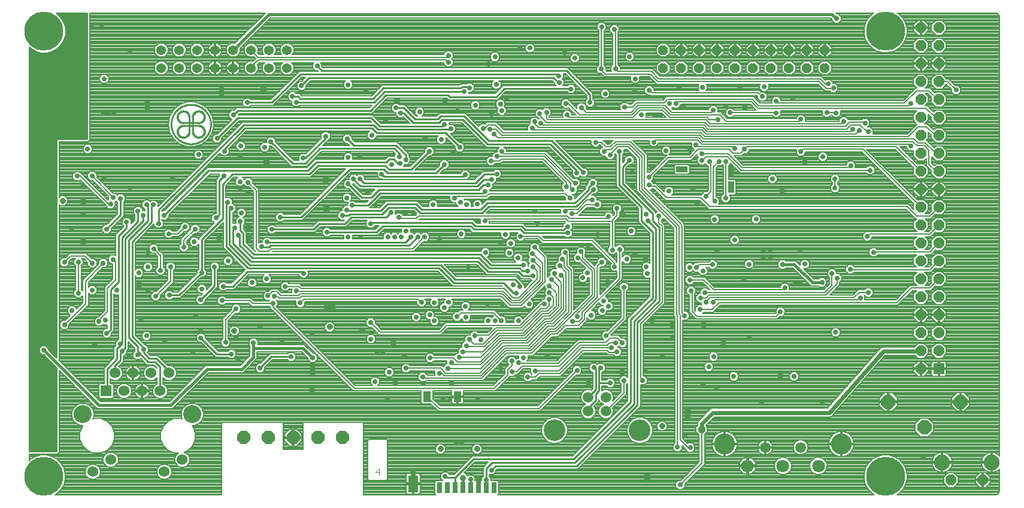
<source format=gbl>
G75*
%MOIN*%
%OFA0B0*%
%FSLAX25Y25*%
%IPPOS*%
%LPD*%
%AMOC8*
5,1,8,0,0,1.08239X$1,22.5*
%
%ADD10C,0.00400*%
%ADD11C,0.01000*%
%ADD12C,0.00100*%
%ADD13OC8,0.07874*%
%ADD14C,0.12055*%
%ADD15C,0.05906*%
%ADD16R,0.05906X0.05906*%
%ADD17OC8,0.05906*%
%ADD18C,0.05400*%
%ADD19OC8,0.07087*%
%ADD20C,0.07087*%
%ADD21C,0.11661*%
%ADD22C,0.08858*%
%ADD23R,0.02756X0.05906*%
%ADD24R,0.05709X0.09173*%
%ADD25R,0.04331X0.05906*%
%ADD26C,0.06000*%
%ADD27R,0.06000X0.06000*%
%ADD28C,0.10000*%
%ADD29OC8,0.05400*%
%ADD30C,0.21654*%
%ADD31OC8,0.02781*%
%ADD32R,0.02781X0.02781*%
%ADD33R,0.03175X0.03175*%
%ADD34OC8,0.03175*%
%ADD35C,0.00600*%
%ADD36C,0.00800*%
%ADD37C,0.01600*%
%ADD38OC8,0.03962*%
%ADD39C,0.02400*%
%ADD40C,0.00900*%
D10*
X0223690Y0163059D02*
X0226092Y0163059D01*
X0225492Y0161258D02*
X0225492Y0164861D01*
X0223690Y0163059D01*
D11*
X0244526Y0162035D02*
X0244526Y0156413D01*
X0244526Y0162035D02*
X0244720Y0162228D01*
X0262370Y0160478D02*
X0262938Y0159910D01*
X0267951Y0159910D01*
X0278220Y0170178D01*
X0333920Y0170178D01*
X0365620Y0201878D01*
X0365620Y0247828D01*
X0377870Y0260078D01*
X0377870Y0296528D01*
X0371520Y0302878D01*
X0371520Y0310728D01*
X0359420Y0322828D01*
X0359420Y0341578D01*
X0365020Y0336728D02*
X0361220Y0332928D01*
X0361220Y0323578D01*
X0377870Y0306928D01*
X0377870Y0302928D01*
X0381570Y0299228D01*
X0381570Y0258378D01*
X0369420Y0246228D01*
X0369420Y0200228D01*
X0335520Y0166328D01*
X0290420Y0166328D01*
X0288120Y0164028D01*
X0285220Y0164978D02*
X0285220Y0158528D01*
X0285220Y0154263D01*
X0285274Y0154209D01*
X0280944Y0154209D02*
X0280944Y0158352D01*
X0280970Y0158378D01*
X0276613Y0158635D02*
X0276613Y0154209D01*
X0276613Y0158635D02*
X0276470Y0158778D01*
X0267951Y0159910D02*
X0267951Y0154209D01*
X0262451Y0160397D02*
X0262370Y0160478D01*
X0285220Y0164978D02*
X0288470Y0168228D01*
X0334720Y0168228D01*
X0367520Y0201028D01*
X0367520Y0247028D01*
X0379670Y0259178D01*
X0379670Y0298578D01*
X0375170Y0303078D01*
X0344870Y0320378D02*
X0335420Y0310928D01*
X0286570Y0310928D01*
X0282970Y0307328D01*
X0248520Y0307328D01*
X0245520Y0310328D01*
X0230970Y0310328D01*
X0227370Y0306728D01*
X0209370Y0306728D01*
X0208620Y0305978D01*
X0205270Y0305978D01*
X0208020Y0308628D02*
X0226570Y0308628D01*
X0230170Y0312228D01*
X0246320Y0312228D01*
X0249320Y0309228D01*
X0282320Y0309228D01*
X0285870Y0312778D01*
X0334670Y0312778D01*
X0342170Y0320278D01*
X0342170Y0321528D01*
X0344620Y0323978D01*
X0339370Y0329778D02*
X0321570Y0347578D01*
X0286620Y0347578D01*
X0275070Y0359128D01*
X0275070Y0359178D01*
X0272970Y0361278D01*
X0259970Y0361278D01*
X0258220Y0359528D01*
X0245520Y0359528D01*
X0239270Y0365778D01*
X0235070Y0365778D01*
X0237520Y0362978D02*
X0239370Y0362978D01*
X0244720Y0357628D01*
X0259020Y0357628D01*
X0260770Y0359378D01*
X0272270Y0359378D01*
X0285970Y0345678D01*
X0320920Y0345678D01*
X0335770Y0330828D01*
X0335770Y0329528D01*
X0330570Y0299728D02*
X0330120Y0299728D01*
X0328370Y0297978D01*
X0307070Y0297978D01*
X0305020Y0300028D01*
X0279270Y0300028D01*
X0277320Y0301978D01*
X0221620Y0301978D01*
X0221024Y0301382D01*
X0221520Y0301878D01*
X0224270Y0296678D02*
X0227670Y0300078D01*
X0276520Y0300078D01*
X0278470Y0298128D01*
X0304320Y0298128D01*
X0306320Y0296128D01*
X0330570Y0296128D01*
X0305920Y0278278D02*
X0287920Y0278278D01*
X0282070Y0284128D01*
X0155920Y0284128D01*
X0149970Y0290078D01*
X0149970Y0296028D01*
X0148420Y0297578D01*
X0148420Y0302578D01*
X0145320Y0298978D02*
X0144370Y0298028D01*
X0144370Y0290278D01*
X0154320Y0280328D01*
X0280520Y0280328D01*
X0286220Y0274628D01*
X0303170Y0274628D01*
X0305620Y0272178D01*
X0311020Y0272178D01*
X0308170Y0275078D02*
X0305320Y0275078D01*
X0303920Y0276478D01*
X0286970Y0276478D01*
X0281220Y0282228D01*
X0155120Y0282228D01*
X0148070Y0289278D01*
X0148070Y0293928D01*
X0147170Y0294828D01*
X0142420Y0289478D02*
X0142420Y0309078D01*
X0143320Y0309978D01*
X0140520Y0312528D02*
X0140520Y0288628D01*
X0152620Y0276528D01*
X0259070Y0276528D01*
X0267220Y0268378D01*
X0294970Y0268378D01*
X0300720Y0262628D01*
X0302070Y0262628D01*
X0303920Y0266128D02*
X0303920Y0267678D01*
X0301320Y0270278D01*
X0268020Y0270278D01*
X0259870Y0278428D01*
X0153470Y0278428D01*
X0142420Y0289478D01*
X0134070Y0277428D02*
X0134070Y0266728D01*
X0126220Y0258878D01*
X0114270Y0261478D02*
X0126870Y0274078D01*
X0126870Y0292528D01*
X0138570Y0304228D01*
X0138570Y0323378D01*
X0144070Y0328878D01*
X0186870Y0328878D01*
X0191570Y0333578D01*
X0229070Y0333578D01*
X0231120Y0331528D01*
X0243570Y0331528D01*
X0253620Y0341578D01*
X0262020Y0334278D02*
X0257370Y0329628D01*
X0230320Y0329628D01*
X0228270Y0331678D01*
X0209120Y0331678D01*
X0182370Y0304928D01*
X0170520Y0304928D01*
X0166020Y0298178D02*
X0189170Y0298178D01*
X0192370Y0301378D01*
X0206720Y0301378D01*
X0210170Y0304828D01*
X0229470Y0304828D01*
X0232170Y0307528D01*
X0226370Y0318378D02*
X0219470Y0311478D01*
X0210670Y0311478D01*
X0208020Y0308628D02*
X0207670Y0308978D01*
X0216020Y0315878D02*
X0208420Y0323478D01*
X0211420Y0325978D02*
X0211420Y0326278D01*
X0211420Y0325978D02*
X0215220Y0322178D01*
X0280170Y0322178D01*
X0284020Y0326028D01*
X0288370Y0326028D01*
X0286420Y0322828D02*
X0283520Y0322828D01*
X0280970Y0320278D01*
X0225570Y0320278D01*
X0221170Y0315878D01*
X0216020Y0315878D01*
X0217320Y0324078D02*
X0215070Y0326328D01*
X0217320Y0324078D02*
X0279320Y0324078D01*
X0284270Y0329028D01*
X0291170Y0329028D01*
X0284570Y0319428D02*
X0283520Y0318378D01*
X0226370Y0318378D01*
X0228220Y0327728D02*
X0272620Y0327728D01*
X0273520Y0328628D01*
X0270470Y0343978D02*
X0262520Y0351928D01*
X0224270Y0351928D01*
X0221720Y0354478D01*
X0151020Y0354478D01*
X0139520Y0342978D01*
X0139520Y0341728D01*
X0135470Y0348778D02*
X0146920Y0360228D01*
X0221370Y0360228D01*
X0225870Y0355728D01*
X0261070Y0355728D01*
X0261920Y0356578D01*
X0265220Y0353828D02*
X0225070Y0353828D01*
X0222520Y0356378D01*
X0150220Y0356378D01*
X0106320Y0312478D01*
X0105820Y0311978D01*
X0103020Y0309178D01*
X0103020Y0301428D01*
X0099020Y0302178D02*
X0088170Y0291328D01*
X0088170Y0238528D01*
X0094720Y0231978D01*
X0094720Y0231328D01*
X0094520Y0231128D01*
X0094520Y0229528D01*
X0097720Y0226328D01*
X0101520Y0226328D01*
X0108680Y0219169D01*
X0108680Y0218146D01*
X0103680Y0221569D02*
X0100870Y0224378D01*
X0097070Y0224378D01*
X0092245Y0229203D01*
X0092245Y0229153D01*
X0091220Y0228128D01*
X0092245Y0229203D02*
X0091270Y0230178D01*
X0091270Y0232778D01*
X0086270Y0237778D01*
X0086270Y0292128D01*
X0097070Y0302928D01*
X0097070Y0311078D01*
X0096220Y0311928D01*
X0099020Y0310928D02*
X0099920Y0311828D01*
X0099020Y0310928D02*
X0099020Y0302178D01*
X0094220Y0302778D02*
X0084370Y0292928D01*
X0084370Y0232128D01*
X0082520Y0230278D01*
X0081470Y0229228D01*
X0081470Y0225128D01*
X0078680Y0222338D01*
X0078680Y0218146D01*
X0074170Y0220378D02*
X0074170Y0208636D01*
X0073680Y0208146D01*
X0074170Y0220378D02*
X0079670Y0225878D01*
X0079670Y0231678D01*
X0081588Y0233597D01*
X0081588Y0234197D01*
X0082470Y0235078D01*
X0082470Y0293728D01*
X0091420Y0302678D01*
X0091420Y0308378D01*
X0094220Y0305978D02*
X0094220Y0302778D01*
X0085070Y0302128D02*
X0085070Y0299028D01*
X0080570Y0294528D01*
X0080570Y0269078D01*
X0076120Y0264628D01*
X0076120Y0242328D01*
X0074070Y0240278D01*
X0045920Y0240588D02*
X0030900Y0240588D01*
X0030900Y0239590D02*
X0045920Y0239590D01*
X0045920Y0238591D02*
X0030900Y0238591D01*
X0030900Y0237593D02*
X0045920Y0237593D01*
X0045920Y0236594D02*
X0030900Y0236594D01*
X0030900Y0235596D02*
X0045920Y0235596D01*
X0045920Y0234597D02*
X0030900Y0234597D01*
X0030900Y0233599D02*
X0045920Y0233599D01*
X0045920Y0232600D02*
X0040903Y0232600D01*
X0041510Y0231993D02*
X0039934Y0233569D01*
X0037705Y0233569D01*
X0036129Y0231993D01*
X0036129Y0229764D01*
X0037705Y0228188D01*
X0038791Y0228188D01*
X0045920Y0221059D01*
X0045920Y0174728D01*
X0030900Y0174728D01*
X0030900Y0399504D01*
X0031568Y0398836D01*
X0034334Y0397239D01*
X0037418Y0396413D01*
X0040611Y0396413D01*
X0043695Y0397239D01*
X0046460Y0398836D01*
X0048718Y0401093D01*
X0050315Y0403859D01*
X0051141Y0406943D01*
X0051141Y0410136D01*
X0050315Y0413220D01*
X0048718Y0415985D01*
X0046460Y0418243D01*
X0045804Y0418622D01*
X0062920Y0418622D01*
X0062920Y0412598D01*
X0062879Y0412557D01*
X0062879Y0408699D01*
X0062920Y0408659D01*
X0062920Y0348728D01*
X0045920Y0348728D01*
X0045920Y0226998D01*
X0041510Y0231408D01*
X0041510Y0231993D01*
X0041510Y0231602D02*
X0045920Y0231602D01*
X0045920Y0230603D02*
X0042315Y0230603D01*
X0043313Y0229605D02*
X0045920Y0229605D01*
X0045920Y0228606D02*
X0044312Y0228606D01*
X0045310Y0227608D02*
X0045920Y0227608D01*
X0042366Y0224612D02*
X0030900Y0224612D01*
X0030900Y0223614D02*
X0043365Y0223614D01*
X0044363Y0222615D02*
X0030900Y0222615D01*
X0030900Y0221617D02*
X0045362Y0221617D01*
X0045920Y0220618D02*
X0030900Y0220618D01*
X0030900Y0219620D02*
X0045920Y0219620D01*
X0045920Y0218621D02*
X0030900Y0218621D01*
X0030900Y0217623D02*
X0045920Y0217623D01*
X0045920Y0216624D02*
X0030900Y0216624D01*
X0030900Y0215626D02*
X0045920Y0215626D01*
X0045920Y0214627D02*
X0030900Y0214627D01*
X0030900Y0213629D02*
X0045920Y0213629D01*
X0045920Y0212630D02*
X0030900Y0212630D01*
X0030900Y0211632D02*
X0045920Y0211632D01*
X0045920Y0210633D02*
X0030900Y0210633D01*
X0030900Y0209635D02*
X0045920Y0209635D01*
X0045920Y0208636D02*
X0030900Y0208636D01*
X0030900Y0207638D02*
X0045920Y0207638D01*
X0045920Y0206639D02*
X0030900Y0206639D01*
X0030900Y0205641D02*
X0045920Y0205641D01*
X0045920Y0204642D02*
X0030900Y0204642D01*
X0030900Y0203643D02*
X0045920Y0203643D01*
X0045920Y0202645D02*
X0030900Y0202645D01*
X0030900Y0201646D02*
X0045920Y0201646D01*
X0045920Y0200648D02*
X0030900Y0200648D01*
X0030900Y0199649D02*
X0045920Y0199649D01*
X0045920Y0198651D02*
X0030900Y0198651D01*
X0030900Y0197652D02*
X0045920Y0197652D01*
X0045920Y0196654D02*
X0030900Y0196654D01*
X0030900Y0195655D02*
X0045920Y0195655D01*
X0045920Y0194657D02*
X0030900Y0194657D01*
X0030900Y0193658D02*
X0045920Y0193658D01*
X0045920Y0192660D02*
X0030900Y0192660D01*
X0030900Y0191661D02*
X0045920Y0191661D01*
X0045920Y0190663D02*
X0030900Y0190663D01*
X0030900Y0189664D02*
X0045920Y0189664D01*
X0045920Y0188666D02*
X0030900Y0188666D01*
X0030900Y0187667D02*
X0045920Y0187667D01*
X0045920Y0186669D02*
X0030900Y0186669D01*
X0030900Y0185670D02*
X0045920Y0185670D01*
X0045920Y0184672D02*
X0030900Y0184672D01*
X0030900Y0183673D02*
X0045920Y0183673D01*
X0045920Y0182675D02*
X0030900Y0182675D01*
X0030900Y0181676D02*
X0045920Y0181676D01*
X0045920Y0180678D02*
X0030900Y0180678D01*
X0030900Y0179679D02*
X0045920Y0179679D01*
X0045920Y0178681D02*
X0030900Y0178681D01*
X0030900Y0177682D02*
X0045920Y0177682D01*
X0045920Y0176684D02*
X0030900Y0176684D01*
X0030900Y0175685D02*
X0045920Y0175685D01*
X0103680Y0208146D02*
X0103680Y0221569D01*
X0126420Y0237728D02*
X0135420Y0228728D01*
X0143420Y0228728D01*
X0159370Y0220928D02*
X0165620Y0227178D01*
X0176720Y0227178D01*
X0144120Y0266428D02*
X0138970Y0266428D01*
X0144120Y0266428D02*
X0152320Y0274628D01*
X0182470Y0274628D01*
X0183570Y0273528D01*
X0165170Y0289178D02*
X0242370Y0289178D01*
X0247120Y0293928D01*
X0243120Y0293928D02*
X0240270Y0291078D01*
X0163320Y0291078D01*
X0163220Y0291178D01*
X0165170Y0289178D02*
X0164220Y0288228D01*
X0160620Y0288228D01*
X0160370Y0288478D01*
X0136520Y0306128D02*
X0136520Y0325328D01*
X0139220Y0328028D01*
X0130770Y0330778D02*
X0186020Y0330778D01*
X0190720Y0335478D01*
X0229770Y0335478D01*
X0231420Y0337128D01*
X0233820Y0337128D01*
X0236020Y0334928D01*
X0237170Y0334928D01*
X0236920Y0338628D02*
X0236920Y0340378D01*
X0234120Y0343178D01*
X0192770Y0343178D01*
X0184620Y0335028D01*
X0177467Y0335028D01*
X0165418Y0347077D01*
X0183370Y0337778D02*
X0184670Y0337778D01*
X0195970Y0349078D01*
X0195970Y0350078D01*
X0207920Y0348678D02*
X0211520Y0345078D01*
X0234920Y0345078D01*
X0240470Y0339528D01*
X0240470Y0336928D01*
X0228220Y0327728D02*
X0227070Y0328878D01*
X0265220Y0353828D02*
X0265570Y0354178D01*
X0264820Y0372078D02*
X0290820Y0372078D01*
X0295220Y0376478D01*
X0332270Y0376478D01*
X0332370Y0376378D01*
X0325970Y0379878D02*
X0325520Y0379878D01*
X0322770Y0382628D01*
X0186770Y0382628D01*
X0182370Y0378228D01*
X0182370Y0378128D01*
X0180470Y0372228D02*
X0177420Y0372228D01*
X0180470Y0372228D02*
X0181720Y0370978D01*
X0222170Y0370978D01*
X0228020Y0376828D01*
X0270970Y0376828D01*
X0271820Y0377678D01*
X0275470Y0377678D01*
X0276070Y0377078D01*
X0272970Y0374878D02*
X0228770Y0374878D01*
X0222970Y0369078D01*
X0179670Y0369078D01*
X0166020Y0368828D02*
X0181820Y0384628D01*
X0324720Y0384628D01*
X0325720Y0383628D01*
X0329820Y0386528D02*
X0343070Y0373278D01*
X0343070Y0368778D01*
X0329820Y0386528D02*
X0193770Y0386528D01*
X0191120Y0389178D01*
X0166020Y0368828D02*
X0152320Y0368828D01*
X0146970Y0364328D02*
X0220920Y0364328D01*
X0229420Y0372828D01*
X0264020Y0372828D01*
X0264270Y0372578D01*
X0264320Y0372578D01*
X0264820Y0372078D01*
X0224270Y0296678D02*
X0196570Y0296678D01*
X0141420Y0313428D02*
X0140520Y0312528D01*
X0136520Y0306128D02*
X0134870Y0304478D01*
X0130770Y0330778D02*
X0105920Y0305928D01*
X0081770Y0306178D02*
X0073920Y0298328D01*
X0081770Y0306178D02*
X0081770Y0315378D01*
X0045920Y0315477D02*
X0030900Y0315477D01*
X0030900Y0316475D02*
X0045920Y0316475D01*
X0045920Y0317474D02*
X0030900Y0317474D01*
X0030900Y0318472D02*
X0045920Y0318472D01*
X0045920Y0319471D02*
X0030900Y0319471D01*
X0030900Y0320469D02*
X0045920Y0320469D01*
X0045920Y0321468D02*
X0030900Y0321468D01*
X0030900Y0322466D02*
X0045920Y0322466D01*
X0045920Y0323465D02*
X0030900Y0323465D01*
X0030900Y0324463D02*
X0045920Y0324463D01*
X0045920Y0325462D02*
X0030900Y0325462D01*
X0030900Y0326460D02*
X0045920Y0326460D01*
X0045920Y0327459D02*
X0030900Y0327459D01*
X0030900Y0328457D02*
X0045920Y0328457D01*
X0045920Y0329456D02*
X0030900Y0329456D01*
X0030900Y0330454D02*
X0045920Y0330454D01*
X0045920Y0331453D02*
X0030900Y0331453D01*
X0030900Y0332451D02*
X0045920Y0332451D01*
X0045920Y0333450D02*
X0030900Y0333450D01*
X0030900Y0334448D02*
X0045920Y0334448D01*
X0045920Y0335447D02*
X0030900Y0335447D01*
X0030900Y0336445D02*
X0045920Y0336445D01*
X0045920Y0337444D02*
X0030900Y0337444D01*
X0030900Y0338443D02*
X0045920Y0338443D01*
X0045920Y0339441D02*
X0030900Y0339441D01*
X0030900Y0340440D02*
X0045920Y0340440D01*
X0045920Y0341438D02*
X0030900Y0341438D01*
X0030900Y0342437D02*
X0045920Y0342437D01*
X0045920Y0343435D02*
X0030900Y0343435D01*
X0030900Y0344434D02*
X0045920Y0344434D01*
X0045920Y0345432D02*
X0030900Y0345432D01*
X0030900Y0346431D02*
X0045920Y0346431D01*
X0045920Y0347429D02*
X0030900Y0347429D01*
X0030900Y0348428D02*
X0045920Y0348428D01*
X0030900Y0349426D02*
X0062920Y0349426D01*
X0062920Y0350425D02*
X0030900Y0350425D01*
X0030900Y0351423D02*
X0062920Y0351423D01*
X0062920Y0352422D02*
X0030900Y0352422D01*
X0030900Y0353420D02*
X0062920Y0353420D01*
X0062920Y0354419D02*
X0030900Y0354419D01*
X0030900Y0355417D02*
X0062920Y0355417D01*
X0062920Y0356416D02*
X0030900Y0356416D01*
X0030900Y0357414D02*
X0062920Y0357414D01*
X0062920Y0358413D02*
X0030900Y0358413D01*
X0030900Y0359411D02*
X0062920Y0359411D01*
X0062920Y0360410D02*
X0030900Y0360410D01*
X0030900Y0361408D02*
X0062920Y0361408D01*
X0062920Y0362407D02*
X0030900Y0362407D01*
X0030900Y0363405D02*
X0062920Y0363405D01*
X0062920Y0364404D02*
X0030900Y0364404D01*
X0030900Y0365402D02*
X0062920Y0365402D01*
X0062920Y0366401D02*
X0030900Y0366401D01*
X0030900Y0367399D02*
X0062920Y0367399D01*
X0062920Y0368398D02*
X0030900Y0368398D01*
X0030900Y0369396D02*
X0062920Y0369396D01*
X0062920Y0370395D02*
X0030900Y0370395D01*
X0030900Y0371393D02*
X0062920Y0371393D01*
X0062920Y0372392D02*
X0030900Y0372392D01*
X0030900Y0373390D02*
X0062920Y0373390D01*
X0062920Y0374389D02*
X0030900Y0374389D01*
X0030900Y0375387D02*
X0062920Y0375387D01*
X0062920Y0376386D02*
X0030900Y0376386D01*
X0030900Y0377384D02*
X0062920Y0377384D01*
X0062920Y0378383D02*
X0030900Y0378383D01*
X0030900Y0379381D02*
X0062920Y0379381D01*
X0062920Y0380380D02*
X0030900Y0380380D01*
X0030900Y0381379D02*
X0062920Y0381379D01*
X0062920Y0382377D02*
X0030900Y0382377D01*
X0030900Y0383376D02*
X0062920Y0383376D01*
X0062920Y0384374D02*
X0030900Y0384374D01*
X0030900Y0385373D02*
X0062920Y0385373D01*
X0062920Y0386371D02*
X0030900Y0386371D01*
X0030900Y0387370D02*
X0062920Y0387370D01*
X0062920Y0388368D02*
X0030900Y0388368D01*
X0030900Y0389367D02*
X0062920Y0389367D01*
X0062920Y0390365D02*
X0030900Y0390365D01*
X0030900Y0391364D02*
X0062920Y0391364D01*
X0062920Y0392362D02*
X0030900Y0392362D01*
X0030900Y0393361D02*
X0062920Y0393361D01*
X0062920Y0394359D02*
X0030900Y0394359D01*
X0030900Y0395358D02*
X0062920Y0395358D01*
X0062920Y0396356D02*
X0030900Y0396356D01*
X0030900Y0397355D02*
X0034133Y0397355D01*
X0032404Y0398353D02*
X0030900Y0398353D01*
X0030900Y0399352D02*
X0031052Y0399352D01*
X0043896Y0397355D02*
X0062920Y0397355D01*
X0062920Y0398353D02*
X0045625Y0398353D01*
X0046977Y0399352D02*
X0062920Y0399352D01*
X0062920Y0400350D02*
X0047975Y0400350D01*
X0048866Y0401349D02*
X0062920Y0401349D01*
X0062920Y0402347D02*
X0049442Y0402347D01*
X0050019Y0403346D02*
X0062920Y0403346D01*
X0062920Y0404344D02*
X0050445Y0404344D01*
X0050712Y0405343D02*
X0062920Y0405343D01*
X0062920Y0406341D02*
X0050980Y0406341D01*
X0051141Y0407340D02*
X0062920Y0407340D01*
X0062920Y0408338D02*
X0051141Y0408338D01*
X0051141Y0409337D02*
X0062879Y0409337D01*
X0062879Y0410335D02*
X0051088Y0410335D01*
X0050820Y0411334D02*
X0062879Y0411334D01*
X0062879Y0412332D02*
X0050553Y0412332D01*
X0050251Y0413331D02*
X0062920Y0413331D01*
X0062920Y0414329D02*
X0049674Y0414329D01*
X0049098Y0415328D02*
X0062920Y0415328D01*
X0062920Y0416326D02*
X0048377Y0416326D01*
X0047379Y0417325D02*
X0062920Y0417325D01*
X0062920Y0418323D02*
X0046321Y0418323D01*
X0116764Y0357505D02*
X0125031Y0357505D01*
X0125031Y0355930D02*
X0116764Y0355930D01*
X0109898Y0356718D02*
X0109901Y0356988D01*
X0109911Y0357258D01*
X0109928Y0357527D01*
X0109951Y0357796D01*
X0109981Y0358065D01*
X0110017Y0358332D01*
X0110060Y0358599D01*
X0110109Y0358864D01*
X0110165Y0359128D01*
X0110228Y0359391D01*
X0110296Y0359652D01*
X0110372Y0359911D01*
X0110453Y0360168D01*
X0110541Y0360424D01*
X0110635Y0360677D01*
X0110735Y0360928D01*
X0110842Y0361176D01*
X0110954Y0361421D01*
X0111073Y0361664D01*
X0111197Y0361903D01*
X0111327Y0362140D01*
X0111463Y0362373D01*
X0111605Y0362603D01*
X0111752Y0362829D01*
X0111905Y0363052D01*
X0112063Y0363271D01*
X0112226Y0363486D01*
X0112395Y0363696D01*
X0112569Y0363903D01*
X0112748Y0364105D01*
X0112931Y0364303D01*
X0113120Y0364496D01*
X0113313Y0364685D01*
X0113511Y0364868D01*
X0113713Y0365047D01*
X0113920Y0365221D01*
X0114130Y0365390D01*
X0114345Y0365553D01*
X0114564Y0365711D01*
X0114787Y0365864D01*
X0115013Y0366011D01*
X0115243Y0366153D01*
X0115476Y0366289D01*
X0115713Y0366419D01*
X0115952Y0366543D01*
X0116195Y0366662D01*
X0116440Y0366774D01*
X0116688Y0366881D01*
X0116939Y0366981D01*
X0117192Y0367075D01*
X0117448Y0367163D01*
X0117705Y0367244D01*
X0117964Y0367320D01*
X0118225Y0367388D01*
X0118488Y0367451D01*
X0118752Y0367507D01*
X0119017Y0367556D01*
X0119284Y0367599D01*
X0119551Y0367635D01*
X0119820Y0367665D01*
X0120089Y0367688D01*
X0120358Y0367705D01*
X0120628Y0367715D01*
X0120898Y0367718D01*
X0121168Y0367715D01*
X0121438Y0367705D01*
X0121707Y0367688D01*
X0121976Y0367665D01*
X0122245Y0367635D01*
X0122512Y0367599D01*
X0122779Y0367556D01*
X0123044Y0367507D01*
X0123308Y0367451D01*
X0123571Y0367388D01*
X0123832Y0367320D01*
X0124091Y0367244D01*
X0124348Y0367163D01*
X0124604Y0367075D01*
X0124857Y0366981D01*
X0125108Y0366881D01*
X0125356Y0366774D01*
X0125601Y0366662D01*
X0125844Y0366543D01*
X0126083Y0366419D01*
X0126320Y0366289D01*
X0126553Y0366153D01*
X0126783Y0366011D01*
X0127009Y0365864D01*
X0127232Y0365711D01*
X0127451Y0365553D01*
X0127666Y0365390D01*
X0127876Y0365221D01*
X0128083Y0365047D01*
X0128285Y0364868D01*
X0128483Y0364685D01*
X0128676Y0364496D01*
X0128865Y0364303D01*
X0129048Y0364105D01*
X0129227Y0363903D01*
X0129401Y0363696D01*
X0129570Y0363486D01*
X0129733Y0363271D01*
X0129891Y0363052D01*
X0130044Y0362829D01*
X0130191Y0362603D01*
X0130333Y0362373D01*
X0130469Y0362140D01*
X0130599Y0361903D01*
X0130723Y0361664D01*
X0130842Y0361421D01*
X0130954Y0361176D01*
X0131061Y0360928D01*
X0131161Y0360677D01*
X0131255Y0360424D01*
X0131343Y0360168D01*
X0131424Y0359911D01*
X0131500Y0359652D01*
X0131568Y0359391D01*
X0131631Y0359128D01*
X0131687Y0358864D01*
X0131736Y0358599D01*
X0131779Y0358332D01*
X0131815Y0358065D01*
X0131845Y0357796D01*
X0131868Y0357527D01*
X0131885Y0357258D01*
X0131895Y0356988D01*
X0131898Y0356718D01*
X0131895Y0356448D01*
X0131885Y0356178D01*
X0131868Y0355909D01*
X0131845Y0355640D01*
X0131815Y0355371D01*
X0131779Y0355104D01*
X0131736Y0354837D01*
X0131687Y0354572D01*
X0131631Y0354308D01*
X0131568Y0354045D01*
X0131500Y0353784D01*
X0131424Y0353525D01*
X0131343Y0353268D01*
X0131255Y0353012D01*
X0131161Y0352759D01*
X0131061Y0352508D01*
X0130954Y0352260D01*
X0130842Y0352015D01*
X0130723Y0351772D01*
X0130599Y0351533D01*
X0130469Y0351296D01*
X0130333Y0351063D01*
X0130191Y0350833D01*
X0130044Y0350607D01*
X0129891Y0350384D01*
X0129733Y0350165D01*
X0129570Y0349950D01*
X0129401Y0349740D01*
X0129227Y0349533D01*
X0129048Y0349331D01*
X0128865Y0349133D01*
X0128676Y0348940D01*
X0128483Y0348751D01*
X0128285Y0348568D01*
X0128083Y0348389D01*
X0127876Y0348215D01*
X0127666Y0348046D01*
X0127451Y0347883D01*
X0127232Y0347725D01*
X0127009Y0347572D01*
X0126783Y0347425D01*
X0126553Y0347283D01*
X0126320Y0347147D01*
X0126083Y0347017D01*
X0125844Y0346893D01*
X0125601Y0346774D01*
X0125356Y0346662D01*
X0125108Y0346555D01*
X0124857Y0346455D01*
X0124604Y0346361D01*
X0124348Y0346273D01*
X0124091Y0346192D01*
X0123832Y0346116D01*
X0123571Y0346048D01*
X0123308Y0345985D01*
X0123044Y0345929D01*
X0122779Y0345880D01*
X0122512Y0345837D01*
X0122245Y0345801D01*
X0121976Y0345771D01*
X0121707Y0345748D01*
X0121438Y0345731D01*
X0121168Y0345721D01*
X0120898Y0345718D01*
X0120628Y0345721D01*
X0120358Y0345731D01*
X0120089Y0345748D01*
X0119820Y0345771D01*
X0119551Y0345801D01*
X0119284Y0345837D01*
X0119017Y0345880D01*
X0118752Y0345929D01*
X0118488Y0345985D01*
X0118225Y0346048D01*
X0117964Y0346116D01*
X0117705Y0346192D01*
X0117448Y0346273D01*
X0117192Y0346361D01*
X0116939Y0346455D01*
X0116688Y0346555D01*
X0116440Y0346662D01*
X0116195Y0346774D01*
X0115952Y0346893D01*
X0115713Y0347017D01*
X0115476Y0347147D01*
X0115243Y0347283D01*
X0115013Y0347425D01*
X0114787Y0347572D01*
X0114564Y0347725D01*
X0114345Y0347883D01*
X0114130Y0348046D01*
X0113920Y0348215D01*
X0113713Y0348389D01*
X0113511Y0348568D01*
X0113313Y0348751D01*
X0113120Y0348940D01*
X0112931Y0349133D01*
X0112748Y0349331D01*
X0112569Y0349533D01*
X0112395Y0349740D01*
X0112226Y0349950D01*
X0112063Y0350165D01*
X0111905Y0350384D01*
X0111752Y0350607D01*
X0111605Y0350833D01*
X0111463Y0351063D01*
X0111327Y0351296D01*
X0111197Y0351533D01*
X0111073Y0351772D01*
X0110954Y0352015D01*
X0110842Y0352260D01*
X0110735Y0352508D01*
X0110635Y0352759D01*
X0110541Y0353012D01*
X0110453Y0353268D01*
X0110372Y0353525D01*
X0110296Y0353784D01*
X0110228Y0354045D01*
X0110165Y0354308D01*
X0110109Y0354572D01*
X0110060Y0354837D01*
X0110017Y0355104D01*
X0109981Y0355371D01*
X0109951Y0355640D01*
X0109928Y0355909D01*
X0109911Y0356178D01*
X0109901Y0356448D01*
X0109898Y0356718D01*
X0119913Y0352781D02*
X0119913Y0360655D01*
X0121882Y0360655D02*
X0121882Y0352781D01*
X0144570Y0361928D02*
X0146970Y0364328D01*
X0045920Y0314478D02*
X0030900Y0314478D01*
X0030900Y0313480D02*
X0045920Y0313480D01*
X0045920Y0312481D02*
X0030900Y0312481D01*
X0030900Y0311483D02*
X0045920Y0311483D01*
X0045920Y0310484D02*
X0030900Y0310484D01*
X0030900Y0309486D02*
X0045920Y0309486D01*
X0045920Y0308487D02*
X0030900Y0308487D01*
X0030900Y0307489D02*
X0045920Y0307489D01*
X0045920Y0306490D02*
X0030900Y0306490D01*
X0030900Y0305492D02*
X0045920Y0305492D01*
X0045920Y0304493D02*
X0030900Y0304493D01*
X0030900Y0303495D02*
X0045920Y0303495D01*
X0045920Y0302496D02*
X0030900Y0302496D01*
X0030900Y0301498D02*
X0045920Y0301498D01*
X0045920Y0300499D02*
X0030900Y0300499D01*
X0030900Y0299501D02*
X0045920Y0299501D01*
X0045920Y0298502D02*
X0030900Y0298502D01*
X0030900Y0297504D02*
X0045920Y0297504D01*
X0045920Y0296505D02*
X0030900Y0296505D01*
X0030900Y0295507D02*
X0045920Y0295507D01*
X0045920Y0294508D02*
X0030900Y0294508D01*
X0030900Y0293510D02*
X0045920Y0293510D01*
X0045920Y0292511D02*
X0030900Y0292511D01*
X0030900Y0291512D02*
X0045920Y0291512D01*
X0045920Y0290514D02*
X0030900Y0290514D01*
X0030900Y0289515D02*
X0045920Y0289515D01*
X0045920Y0288517D02*
X0030900Y0288517D01*
X0030900Y0287518D02*
X0045920Y0287518D01*
X0045920Y0286520D02*
X0030900Y0286520D01*
X0030900Y0285521D02*
X0045920Y0285521D01*
X0045920Y0284523D02*
X0030900Y0284523D01*
X0030900Y0283524D02*
X0045920Y0283524D01*
X0045920Y0282526D02*
X0030900Y0282526D01*
X0030900Y0281527D02*
X0045920Y0281527D01*
X0045920Y0280529D02*
X0030900Y0280529D01*
X0030900Y0279530D02*
X0045920Y0279530D01*
X0045920Y0278532D02*
X0030900Y0278532D01*
X0030900Y0277533D02*
X0045920Y0277533D01*
X0045920Y0276535D02*
X0030900Y0276535D01*
X0030900Y0275536D02*
X0045920Y0275536D01*
X0045920Y0274538D02*
X0030900Y0274538D01*
X0030900Y0273539D02*
X0045920Y0273539D01*
X0045920Y0272541D02*
X0030900Y0272541D01*
X0030900Y0271542D02*
X0045920Y0271542D01*
X0045920Y0270544D02*
X0030900Y0270544D01*
X0030900Y0269545D02*
X0045920Y0269545D01*
X0045920Y0268547D02*
X0030900Y0268547D01*
X0030900Y0267548D02*
X0045920Y0267548D01*
X0045920Y0266550D02*
X0030900Y0266550D01*
X0030900Y0265551D02*
X0045920Y0265551D01*
X0045920Y0264553D02*
X0030900Y0264553D01*
X0030900Y0263554D02*
X0045920Y0263554D01*
X0045920Y0262556D02*
X0030900Y0262556D01*
X0030900Y0261557D02*
X0045920Y0261557D01*
X0045920Y0260559D02*
X0030900Y0260559D01*
X0030900Y0259560D02*
X0045920Y0259560D01*
X0045920Y0258562D02*
X0030900Y0258562D01*
X0030900Y0257563D02*
X0045920Y0257563D01*
X0045920Y0256565D02*
X0030900Y0256565D01*
X0030900Y0255566D02*
X0045920Y0255566D01*
X0045920Y0254568D02*
X0030900Y0254568D01*
X0030900Y0253569D02*
X0045920Y0253569D01*
X0045920Y0252571D02*
X0030900Y0252571D01*
X0030900Y0251572D02*
X0045920Y0251572D01*
X0045920Y0250574D02*
X0030900Y0250574D01*
X0030900Y0249575D02*
X0045920Y0249575D01*
X0045920Y0248577D02*
X0030900Y0248577D01*
X0030900Y0247578D02*
X0045920Y0247578D01*
X0045920Y0246579D02*
X0030900Y0246579D01*
X0030900Y0245581D02*
X0045920Y0245581D01*
X0045920Y0244582D02*
X0030900Y0244582D01*
X0030900Y0243584D02*
X0045920Y0243584D01*
X0045920Y0242585D02*
X0030900Y0242585D01*
X0030900Y0241587D02*
X0045920Y0241587D01*
X0036737Y0232600D02*
X0030900Y0232600D01*
X0030900Y0231602D02*
X0036129Y0231602D01*
X0036129Y0230603D02*
X0030900Y0230603D01*
X0030900Y0229605D02*
X0036288Y0229605D01*
X0037287Y0228606D02*
X0030900Y0228606D01*
X0030900Y0227608D02*
X0039371Y0227608D01*
X0040369Y0226609D02*
X0030900Y0226609D01*
X0030900Y0225611D02*
X0041368Y0225611D01*
X0108820Y0261478D02*
X0114270Y0261478D01*
D12*
X0116727Y0356381D02*
X0116699Y0355481D01*
X0116700Y0355482D02*
X0116595Y0355481D01*
X0116489Y0355476D01*
X0116384Y0355468D01*
X0116280Y0355455D01*
X0116176Y0355439D01*
X0116073Y0355419D01*
X0115970Y0355394D01*
X0115869Y0355366D01*
X0115768Y0355335D01*
X0115669Y0355299D01*
X0115572Y0355260D01*
X0115476Y0355217D01*
X0115381Y0355170D01*
X0115289Y0355120D01*
X0115198Y0355067D01*
X0115109Y0355010D01*
X0115023Y0354950D01*
X0114939Y0354887D01*
X0114857Y0354820D01*
X0114778Y0354751D01*
X0114702Y0354678D01*
X0114628Y0354603D01*
X0114557Y0354525D01*
X0114489Y0354445D01*
X0114425Y0354362D01*
X0114363Y0354276D01*
X0114305Y0354188D01*
X0114250Y0354099D01*
X0114198Y0354007D01*
X0114150Y0353913D01*
X0114106Y0353818D01*
X0114065Y0353721D01*
X0114028Y0353622D01*
X0113994Y0353523D01*
X0113964Y0353422D01*
X0113939Y0353320D01*
X0113917Y0353217D01*
X0113898Y0353113D01*
X0113884Y0353009D01*
X0113874Y0352904D01*
X0113867Y0352799D01*
X0113865Y0352694D01*
X0113867Y0352588D01*
X0113872Y0352483D01*
X0113882Y0352378D01*
X0113895Y0352274D01*
X0113912Y0352170D01*
X0113933Y0352067D01*
X0113958Y0351965D01*
X0113987Y0351864D01*
X0114020Y0351763D01*
X0114056Y0351665D01*
X0114096Y0351567D01*
X0114140Y0351472D01*
X0114187Y0351378D01*
X0114238Y0351285D01*
X0114292Y0351195D01*
X0114350Y0351107D01*
X0114411Y0351021D01*
X0114475Y0350938D01*
X0114542Y0350856D01*
X0114612Y0350778D01*
X0114685Y0350702D01*
X0114761Y0350629D01*
X0114839Y0350559D01*
X0114921Y0350492D01*
X0115004Y0350428D01*
X0115090Y0350367D01*
X0115178Y0350309D01*
X0115268Y0350255D01*
X0115361Y0350204D01*
X0115455Y0350157D01*
X0115550Y0350113D01*
X0115648Y0350073D01*
X0115746Y0350037D01*
X0115847Y0350004D01*
X0115948Y0349975D01*
X0116050Y0349950D01*
X0116153Y0349929D01*
X0116257Y0349912D01*
X0116361Y0349899D01*
X0116466Y0349889D01*
X0116571Y0349884D01*
X0116677Y0349882D01*
X0116782Y0349884D01*
X0116887Y0349891D01*
X0116992Y0349901D01*
X0117096Y0349915D01*
X0117200Y0349934D01*
X0117303Y0349956D01*
X0117405Y0349981D01*
X0117506Y0350011D01*
X0117605Y0350045D01*
X0117704Y0350082D01*
X0117801Y0350123D01*
X0117896Y0350167D01*
X0117990Y0350215D01*
X0118082Y0350267D01*
X0118171Y0350322D01*
X0118259Y0350380D01*
X0118345Y0350442D01*
X0118428Y0350506D01*
X0118508Y0350574D01*
X0118586Y0350645D01*
X0118661Y0350719D01*
X0118734Y0350795D01*
X0118803Y0350874D01*
X0118870Y0350956D01*
X0118933Y0351040D01*
X0118993Y0351126D01*
X0119050Y0351215D01*
X0119103Y0351306D01*
X0119153Y0351398D01*
X0119200Y0351493D01*
X0119243Y0351589D01*
X0119282Y0351686D01*
X0119318Y0351785D01*
X0119349Y0351886D01*
X0119377Y0351987D01*
X0119402Y0352090D01*
X0119422Y0352193D01*
X0119438Y0352297D01*
X0119451Y0352401D01*
X0119459Y0352506D01*
X0119464Y0352612D01*
X0119465Y0352717D01*
X0120364Y0352744D01*
X0120365Y0352624D01*
X0120361Y0352504D01*
X0120353Y0352384D01*
X0120341Y0352264D01*
X0120326Y0352145D01*
X0120306Y0352026D01*
X0120283Y0351908D01*
X0120256Y0351791D01*
X0120225Y0351674D01*
X0120191Y0351559D01*
X0120152Y0351445D01*
X0120110Y0351333D01*
X0120065Y0351221D01*
X0120015Y0351112D01*
X0119962Y0351004D01*
X0119906Y0350897D01*
X0119846Y0350793D01*
X0119783Y0350691D01*
X0119717Y0350590D01*
X0119647Y0350492D01*
X0119575Y0350396D01*
X0119499Y0350303D01*
X0119420Y0350212D01*
X0119338Y0350124D01*
X0119254Y0350038D01*
X0119166Y0349956D01*
X0119077Y0349876D01*
X0118984Y0349799D01*
X0118889Y0349725D01*
X0118792Y0349654D01*
X0118692Y0349587D01*
X0118591Y0349523D01*
X0118487Y0349462D01*
X0118381Y0349404D01*
X0118274Y0349350D01*
X0118165Y0349300D01*
X0118054Y0349253D01*
X0117942Y0349209D01*
X0117828Y0349170D01*
X0117713Y0349134D01*
X0117598Y0349101D01*
X0117481Y0349073D01*
X0117363Y0349048D01*
X0117245Y0349028D01*
X0117125Y0349011D01*
X0117006Y0348998D01*
X0116886Y0348989D01*
X0116766Y0348983D01*
X0116646Y0348982D01*
X0116525Y0348985D01*
X0116405Y0348991D01*
X0116285Y0349002D01*
X0116166Y0349016D01*
X0116047Y0349034D01*
X0115929Y0349056D01*
X0115811Y0349082D01*
X0115695Y0349111D01*
X0115579Y0349145D01*
X0115465Y0349182D01*
X0115352Y0349223D01*
X0115240Y0349267D01*
X0115130Y0349315D01*
X0115021Y0349367D01*
X0114914Y0349422D01*
X0114809Y0349481D01*
X0114706Y0349543D01*
X0114605Y0349608D01*
X0114507Y0349677D01*
X0114410Y0349749D01*
X0114316Y0349823D01*
X0114224Y0349901D01*
X0114135Y0349982D01*
X0114049Y0350066D01*
X0113965Y0350152D01*
X0113884Y0350241D01*
X0113806Y0350333D01*
X0113732Y0350427D01*
X0113660Y0350524D01*
X0113591Y0350622D01*
X0113526Y0350723D01*
X0113464Y0350826D01*
X0113405Y0350931D01*
X0113350Y0351038D01*
X0113298Y0351147D01*
X0113250Y0351257D01*
X0113206Y0351369D01*
X0113165Y0351482D01*
X0113128Y0351596D01*
X0113094Y0351712D01*
X0113065Y0351828D01*
X0113039Y0351946D01*
X0113017Y0352064D01*
X0112999Y0352183D01*
X0112985Y0352302D01*
X0112974Y0352422D01*
X0112968Y0352542D01*
X0112965Y0352663D01*
X0112966Y0352783D01*
X0112972Y0352903D01*
X0112981Y0353023D01*
X0112994Y0353142D01*
X0113011Y0353262D01*
X0113031Y0353380D01*
X0113056Y0353498D01*
X0113084Y0353615D01*
X0113117Y0353730D01*
X0113153Y0353845D01*
X0113192Y0353959D01*
X0113236Y0354071D01*
X0113283Y0354182D01*
X0113333Y0354291D01*
X0113387Y0354398D01*
X0113445Y0354504D01*
X0113506Y0354608D01*
X0113570Y0354709D01*
X0113637Y0354809D01*
X0113708Y0354906D01*
X0113782Y0355001D01*
X0113859Y0355094D01*
X0113939Y0355183D01*
X0114021Y0355271D01*
X0114107Y0355355D01*
X0114195Y0355437D01*
X0114286Y0355516D01*
X0114379Y0355592D01*
X0114475Y0355664D01*
X0114573Y0355734D01*
X0114674Y0355800D01*
X0114776Y0355863D01*
X0114880Y0355923D01*
X0114987Y0355979D01*
X0115095Y0356032D01*
X0115204Y0356082D01*
X0115316Y0356127D01*
X0115428Y0356169D01*
X0115542Y0356208D01*
X0115657Y0356242D01*
X0115774Y0356273D01*
X0115891Y0356300D01*
X0116009Y0356323D01*
X0116128Y0356343D01*
X0116247Y0356358D01*
X0116367Y0356370D01*
X0116487Y0356378D01*
X0116607Y0356382D01*
X0116727Y0356381D01*
X0116724Y0356288D01*
X0116605Y0356287D01*
X0116485Y0356284D01*
X0116366Y0356276D01*
X0116247Y0356264D01*
X0116128Y0356248D01*
X0116010Y0356228D01*
X0115893Y0356204D01*
X0115776Y0356177D01*
X0115661Y0356145D01*
X0115546Y0356110D01*
X0115433Y0356071D01*
X0115322Y0356028D01*
X0115211Y0355982D01*
X0115103Y0355932D01*
X0114996Y0355878D01*
X0114890Y0355821D01*
X0114787Y0355761D01*
X0114686Y0355697D01*
X0114587Y0355629D01*
X0114491Y0355559D01*
X0114396Y0355485D01*
X0114305Y0355408D01*
X0114215Y0355328D01*
X0114129Y0355246D01*
X0114045Y0355160D01*
X0113965Y0355072D01*
X0113887Y0354981D01*
X0113812Y0354887D01*
X0113740Y0354792D01*
X0113672Y0354693D01*
X0113607Y0354593D01*
X0113545Y0354490D01*
X0113487Y0354386D01*
X0113432Y0354280D01*
X0113381Y0354171D01*
X0113333Y0354062D01*
X0113289Y0353950D01*
X0113249Y0353838D01*
X0113213Y0353724D01*
X0113180Y0353609D01*
X0113151Y0353492D01*
X0113126Y0353375D01*
X0113105Y0353258D01*
X0113088Y0353139D01*
X0113075Y0353020D01*
X0113066Y0352901D01*
X0113060Y0352782D01*
X0113059Y0352662D01*
X0113062Y0352542D01*
X0113068Y0352423D01*
X0113079Y0352304D01*
X0113093Y0352185D01*
X0113112Y0352067D01*
X0113134Y0351949D01*
X0113161Y0351832D01*
X0113191Y0351717D01*
X0113225Y0351602D01*
X0113262Y0351488D01*
X0113304Y0351376D01*
X0113349Y0351265D01*
X0113398Y0351156D01*
X0113450Y0351048D01*
X0113506Y0350943D01*
X0113566Y0350839D01*
X0113629Y0350737D01*
X0113695Y0350637D01*
X0113764Y0350540D01*
X0113837Y0350445D01*
X0113913Y0350352D01*
X0113991Y0350262D01*
X0114073Y0350175D01*
X0114158Y0350090D01*
X0114245Y0350008D01*
X0114335Y0349930D01*
X0114428Y0349854D01*
X0114523Y0349781D01*
X0114620Y0349712D01*
X0114720Y0349646D01*
X0114822Y0349583D01*
X0114926Y0349523D01*
X0115031Y0349467D01*
X0115139Y0349415D01*
X0115248Y0349366D01*
X0115359Y0349321D01*
X0115471Y0349279D01*
X0115585Y0349242D01*
X0115700Y0349208D01*
X0115815Y0349178D01*
X0115932Y0349151D01*
X0116050Y0349129D01*
X0116168Y0349110D01*
X0116287Y0349096D01*
X0116406Y0349085D01*
X0116525Y0349079D01*
X0116645Y0349076D01*
X0116765Y0349077D01*
X0116884Y0349083D01*
X0117003Y0349092D01*
X0117122Y0349105D01*
X0117241Y0349122D01*
X0117358Y0349143D01*
X0117475Y0349168D01*
X0117592Y0349197D01*
X0117707Y0349230D01*
X0117821Y0349266D01*
X0117933Y0349306D01*
X0118045Y0349350D01*
X0118154Y0349398D01*
X0118263Y0349449D01*
X0118369Y0349504D01*
X0118473Y0349562D01*
X0118576Y0349624D01*
X0118676Y0349689D01*
X0118775Y0349757D01*
X0118870Y0349829D01*
X0118964Y0349904D01*
X0119055Y0349982D01*
X0119143Y0350062D01*
X0119229Y0350146D01*
X0119311Y0350232D01*
X0119391Y0350322D01*
X0119468Y0350413D01*
X0119542Y0350508D01*
X0119612Y0350604D01*
X0119680Y0350703D01*
X0119744Y0350804D01*
X0119804Y0350907D01*
X0119861Y0351013D01*
X0119915Y0351120D01*
X0119965Y0351228D01*
X0120011Y0351339D01*
X0120054Y0351450D01*
X0120093Y0351563D01*
X0120128Y0351678D01*
X0120160Y0351793D01*
X0120187Y0351910D01*
X0120211Y0352027D01*
X0120231Y0352145D01*
X0120247Y0352264D01*
X0120259Y0352383D01*
X0120267Y0352502D01*
X0120270Y0352622D01*
X0120271Y0352741D01*
X0120177Y0352738D01*
X0120176Y0352621D01*
X0120172Y0352504D01*
X0120165Y0352387D01*
X0120153Y0352270D01*
X0120137Y0352154D01*
X0120117Y0352038D01*
X0120094Y0351923D01*
X0120067Y0351809D01*
X0120036Y0351696D01*
X0120001Y0351584D01*
X0119962Y0351473D01*
X0119920Y0351363D01*
X0119874Y0351255D01*
X0119825Y0351149D01*
X0119772Y0351044D01*
X0119715Y0350941D01*
X0119655Y0350840D01*
X0119592Y0350742D01*
X0119526Y0350645D01*
X0119456Y0350550D01*
X0119383Y0350458D01*
X0119308Y0350369D01*
X0119229Y0350282D01*
X0119147Y0350198D01*
X0119063Y0350116D01*
X0118976Y0350037D01*
X0118886Y0349962D01*
X0118794Y0349889D01*
X0118700Y0349819D01*
X0118603Y0349753D01*
X0118504Y0349690D01*
X0118403Y0349630D01*
X0118300Y0349574D01*
X0118195Y0349521D01*
X0118089Y0349472D01*
X0117981Y0349426D01*
X0117871Y0349384D01*
X0117760Y0349345D01*
X0117648Y0349310D01*
X0117535Y0349280D01*
X0117421Y0349252D01*
X0117306Y0349229D01*
X0117190Y0349210D01*
X0117074Y0349194D01*
X0116957Y0349182D01*
X0116840Y0349174D01*
X0116723Y0349170D01*
X0116606Y0349171D01*
X0116488Y0349174D01*
X0116371Y0349182D01*
X0116254Y0349194D01*
X0116138Y0349210D01*
X0116022Y0349229D01*
X0115908Y0349253D01*
X0115793Y0349280D01*
X0115680Y0349311D01*
X0115568Y0349346D01*
X0115457Y0349384D01*
X0115348Y0349426D01*
X0115240Y0349472D01*
X0115133Y0349522D01*
X0115029Y0349575D01*
X0114926Y0349631D01*
X0114825Y0349691D01*
X0114726Y0349754D01*
X0114629Y0349820D01*
X0114535Y0349890D01*
X0114443Y0349963D01*
X0114353Y0350038D01*
X0114266Y0350117D01*
X0114182Y0350199D01*
X0114100Y0350283D01*
X0114021Y0350370D01*
X0113946Y0350460D01*
X0113873Y0350552D01*
X0113803Y0350646D01*
X0113737Y0350743D01*
X0113674Y0350842D01*
X0113614Y0350943D01*
X0113558Y0351046D01*
X0113505Y0351150D01*
X0113455Y0351257D01*
X0113409Y0351365D01*
X0113367Y0351474D01*
X0113329Y0351585D01*
X0113294Y0351697D01*
X0113263Y0351810D01*
X0113236Y0351925D01*
X0113212Y0352039D01*
X0113193Y0352155D01*
X0113177Y0352271D01*
X0113165Y0352388D01*
X0113157Y0352505D01*
X0113154Y0352623D01*
X0113153Y0352740D01*
X0113157Y0352857D01*
X0113165Y0352974D01*
X0113177Y0353091D01*
X0113193Y0353207D01*
X0113212Y0353323D01*
X0113235Y0353438D01*
X0113263Y0353552D01*
X0113293Y0353665D01*
X0113328Y0353777D01*
X0113367Y0353888D01*
X0113409Y0353998D01*
X0113455Y0354106D01*
X0113504Y0354212D01*
X0113557Y0354317D01*
X0113613Y0354420D01*
X0113673Y0354521D01*
X0113736Y0354620D01*
X0113802Y0354717D01*
X0113872Y0354811D01*
X0113945Y0354903D01*
X0114020Y0354993D01*
X0114099Y0355080D01*
X0114181Y0355164D01*
X0114265Y0355246D01*
X0114352Y0355325D01*
X0114441Y0355400D01*
X0114533Y0355473D01*
X0114628Y0355543D01*
X0114725Y0355609D01*
X0114823Y0355672D01*
X0114924Y0355732D01*
X0115027Y0355789D01*
X0115132Y0355842D01*
X0115238Y0355891D01*
X0115346Y0355937D01*
X0115456Y0355979D01*
X0115567Y0356018D01*
X0115679Y0356053D01*
X0115792Y0356084D01*
X0115906Y0356111D01*
X0116021Y0356134D01*
X0116137Y0356154D01*
X0116253Y0356170D01*
X0116370Y0356182D01*
X0116487Y0356189D01*
X0116604Y0356193D01*
X0116721Y0356194D01*
X0116719Y0356100D01*
X0116602Y0356099D01*
X0116485Y0356095D01*
X0116369Y0356087D01*
X0116253Y0356075D01*
X0116137Y0356059D01*
X0116022Y0356039D01*
X0115908Y0356015D01*
X0115795Y0355987D01*
X0115683Y0355956D01*
X0115572Y0355920D01*
X0115462Y0355881D01*
X0115353Y0355838D01*
X0115246Y0355792D01*
X0115141Y0355741D01*
X0115038Y0355688D01*
X0114936Y0355630D01*
X0114836Y0355570D01*
X0114739Y0355506D01*
X0114644Y0355438D01*
X0114551Y0355368D01*
X0114460Y0355294D01*
X0114373Y0355217D01*
X0114287Y0355138D01*
X0114205Y0355055D01*
X0114125Y0354970D01*
X0114049Y0354882D01*
X0113975Y0354791D01*
X0113905Y0354698D01*
X0113838Y0354603D01*
X0113774Y0354505D01*
X0113713Y0354406D01*
X0113656Y0354304D01*
X0113603Y0354200D01*
X0113553Y0354095D01*
X0113506Y0353988D01*
X0113464Y0353879D01*
X0113425Y0353769D01*
X0113389Y0353658D01*
X0113358Y0353546D01*
X0113330Y0353432D01*
X0113307Y0353318D01*
X0113287Y0353203D01*
X0113271Y0353088D01*
X0113259Y0352972D01*
X0113251Y0352855D01*
X0113247Y0352739D01*
X0113248Y0352622D01*
X0113252Y0352506D01*
X0113260Y0352389D01*
X0113272Y0352273D01*
X0113287Y0352158D01*
X0113307Y0352043D01*
X0113331Y0351928D01*
X0113359Y0351815D01*
X0113390Y0351703D01*
X0113426Y0351592D01*
X0113465Y0351482D01*
X0113507Y0351373D01*
X0113554Y0351266D01*
X0113604Y0351161D01*
X0113658Y0351057D01*
X0113715Y0350956D01*
X0113776Y0350856D01*
X0113840Y0350759D01*
X0113907Y0350663D01*
X0113977Y0350570D01*
X0114051Y0350480D01*
X0114128Y0350392D01*
X0114207Y0350307D01*
X0114290Y0350224D01*
X0114375Y0350145D01*
X0114463Y0350068D01*
X0114553Y0349994D01*
X0114646Y0349924D01*
X0114742Y0349857D01*
X0114839Y0349793D01*
X0114939Y0349732D01*
X0115040Y0349675D01*
X0115144Y0349621D01*
X0115249Y0349571D01*
X0115356Y0349524D01*
X0115465Y0349482D01*
X0115575Y0349443D01*
X0115686Y0349407D01*
X0115798Y0349376D01*
X0115911Y0349348D01*
X0116026Y0349324D01*
X0116141Y0349304D01*
X0116256Y0349289D01*
X0116372Y0349277D01*
X0116489Y0349269D01*
X0116605Y0349265D01*
X0116722Y0349264D01*
X0116838Y0349268D01*
X0116955Y0349276D01*
X0117071Y0349288D01*
X0117186Y0349304D01*
X0117301Y0349324D01*
X0117415Y0349347D01*
X0117529Y0349375D01*
X0117641Y0349406D01*
X0117752Y0349442D01*
X0117862Y0349481D01*
X0117971Y0349523D01*
X0118078Y0349570D01*
X0118183Y0349620D01*
X0118287Y0349673D01*
X0118389Y0349730D01*
X0118488Y0349791D01*
X0118586Y0349855D01*
X0118681Y0349922D01*
X0118774Y0349992D01*
X0118865Y0350066D01*
X0118953Y0350142D01*
X0119038Y0350222D01*
X0119121Y0350304D01*
X0119200Y0350390D01*
X0119277Y0350477D01*
X0119351Y0350568D01*
X0119421Y0350661D01*
X0119489Y0350756D01*
X0119553Y0350853D01*
X0119613Y0350953D01*
X0119671Y0351055D01*
X0119724Y0351158D01*
X0119775Y0351263D01*
X0119821Y0351370D01*
X0119864Y0351479D01*
X0119903Y0351589D01*
X0119939Y0351700D01*
X0119970Y0351812D01*
X0119998Y0351925D01*
X0120022Y0352039D01*
X0120042Y0352154D01*
X0120058Y0352270D01*
X0120070Y0352386D01*
X0120078Y0352502D01*
X0120082Y0352619D01*
X0120083Y0352736D01*
X0119989Y0352733D01*
X0119988Y0352618D01*
X0119984Y0352504D01*
X0119976Y0352390D01*
X0119964Y0352277D01*
X0119948Y0352164D01*
X0119929Y0352051D01*
X0119905Y0351939D01*
X0119878Y0351828D01*
X0119846Y0351719D01*
X0119811Y0351610D01*
X0119773Y0351502D01*
X0119730Y0351396D01*
X0119684Y0351292D01*
X0119635Y0351189D01*
X0119582Y0351088D01*
X0119525Y0350988D01*
X0119465Y0350891D01*
X0119402Y0350796D01*
X0119336Y0350703D01*
X0119266Y0350612D01*
X0119193Y0350524D01*
X0119118Y0350439D01*
X0119039Y0350356D01*
X0118958Y0350275D01*
X0118874Y0350198D01*
X0118787Y0350124D01*
X0118698Y0350052D01*
X0118606Y0349984D01*
X0118513Y0349919D01*
X0118417Y0349857D01*
X0118318Y0349798D01*
X0118218Y0349743D01*
X0118116Y0349692D01*
X0118013Y0349644D01*
X0117908Y0349599D01*
X0117801Y0349558D01*
X0117693Y0349521D01*
X0117584Y0349487D01*
X0117473Y0349458D01*
X0117362Y0349432D01*
X0117250Y0349410D01*
X0117137Y0349392D01*
X0117024Y0349377D01*
X0116910Y0349367D01*
X0116796Y0349361D01*
X0116682Y0349358D01*
X0116568Y0349359D01*
X0116454Y0349365D01*
X0116340Y0349374D01*
X0116226Y0349387D01*
X0116113Y0349404D01*
X0116001Y0349425D01*
X0115889Y0349450D01*
X0115779Y0349478D01*
X0115669Y0349511D01*
X0115561Y0349547D01*
X0115454Y0349587D01*
X0115348Y0349630D01*
X0115244Y0349677D01*
X0115142Y0349728D01*
X0115041Y0349782D01*
X0114942Y0349839D01*
X0114846Y0349900D01*
X0114751Y0349964D01*
X0114659Y0350032D01*
X0114569Y0350102D01*
X0114482Y0350176D01*
X0114397Y0350252D01*
X0114315Y0350332D01*
X0114235Y0350414D01*
X0114159Y0350499D01*
X0114085Y0350586D01*
X0114015Y0350676D01*
X0113947Y0350768D01*
X0113883Y0350863D01*
X0113822Y0350959D01*
X0113765Y0351058D01*
X0113711Y0351159D01*
X0113660Y0351261D01*
X0113613Y0351365D01*
X0113570Y0351471D01*
X0113530Y0351578D01*
X0113494Y0351686D01*
X0113461Y0351796D01*
X0113433Y0351906D01*
X0113408Y0352018D01*
X0113387Y0352130D01*
X0113370Y0352243D01*
X0113357Y0352357D01*
X0113348Y0352471D01*
X0113342Y0352585D01*
X0113341Y0352699D01*
X0113344Y0352813D01*
X0113350Y0352927D01*
X0113360Y0353041D01*
X0113375Y0353154D01*
X0113393Y0353267D01*
X0113415Y0353379D01*
X0113441Y0353490D01*
X0113470Y0353601D01*
X0113504Y0353710D01*
X0113541Y0353818D01*
X0113582Y0353925D01*
X0113627Y0354030D01*
X0113675Y0354133D01*
X0113726Y0354235D01*
X0113781Y0354335D01*
X0113840Y0354434D01*
X0113902Y0354530D01*
X0113967Y0354623D01*
X0114035Y0354715D01*
X0114107Y0354804D01*
X0114181Y0354891D01*
X0114258Y0354975D01*
X0114339Y0355056D01*
X0114422Y0355135D01*
X0114507Y0355210D01*
X0114595Y0355283D01*
X0114686Y0355353D01*
X0114779Y0355419D01*
X0114874Y0355482D01*
X0114971Y0355542D01*
X0115071Y0355599D01*
X0115172Y0355652D01*
X0115275Y0355701D01*
X0115379Y0355747D01*
X0115485Y0355790D01*
X0115593Y0355828D01*
X0115702Y0355863D01*
X0115811Y0355895D01*
X0115922Y0355922D01*
X0116034Y0355946D01*
X0116147Y0355965D01*
X0116260Y0355981D01*
X0116373Y0355993D01*
X0116487Y0356001D01*
X0116601Y0356005D01*
X0116716Y0356006D01*
X0116713Y0355912D01*
X0116600Y0355911D01*
X0116488Y0355907D01*
X0116375Y0355899D01*
X0116263Y0355887D01*
X0116152Y0355871D01*
X0116041Y0355851D01*
X0115931Y0355827D01*
X0115822Y0355800D01*
X0115714Y0355769D01*
X0115607Y0355734D01*
X0115501Y0355695D01*
X0115396Y0355652D01*
X0115294Y0355606D01*
X0115193Y0355557D01*
X0115093Y0355504D01*
X0114996Y0355447D01*
X0114900Y0355387D01*
X0114807Y0355324D01*
X0114716Y0355258D01*
X0114628Y0355188D01*
X0114541Y0355116D01*
X0114458Y0355040D01*
X0114377Y0354962D01*
X0114299Y0354881D01*
X0114224Y0354797D01*
X0114152Y0354711D01*
X0114082Y0354622D01*
X0114016Y0354531D01*
X0113953Y0354437D01*
X0113894Y0354341D01*
X0113838Y0354244D01*
X0113785Y0354144D01*
X0113736Y0354043D01*
X0113690Y0353940D01*
X0113648Y0353836D01*
X0113610Y0353730D01*
X0113575Y0353623D01*
X0113544Y0353514D01*
X0113517Y0353405D01*
X0113494Y0353295D01*
X0113474Y0353184D01*
X0113459Y0353072D01*
X0113447Y0352960D01*
X0113439Y0352848D01*
X0113435Y0352735D01*
X0113436Y0352623D01*
X0113440Y0352510D01*
X0113448Y0352398D01*
X0113459Y0352286D01*
X0113475Y0352174D01*
X0113495Y0352064D01*
X0113518Y0351953D01*
X0113546Y0351844D01*
X0113577Y0351736D01*
X0113612Y0351629D01*
X0113650Y0351523D01*
X0113692Y0351419D01*
X0113738Y0351316D01*
X0113788Y0351215D01*
X0113840Y0351115D01*
X0113897Y0351018D01*
X0113957Y0350922D01*
X0114019Y0350829D01*
X0114086Y0350738D01*
X0114155Y0350649D01*
X0114227Y0350563D01*
X0114303Y0350479D01*
X0114381Y0350398D01*
X0114462Y0350320D01*
X0114546Y0350244D01*
X0114632Y0350172D01*
X0114721Y0350103D01*
X0114812Y0350036D01*
X0114905Y0349974D01*
X0115001Y0349914D01*
X0115098Y0349857D01*
X0115198Y0349805D01*
X0115299Y0349755D01*
X0115402Y0349709D01*
X0115506Y0349667D01*
X0115612Y0349629D01*
X0115719Y0349594D01*
X0115827Y0349563D01*
X0115936Y0349535D01*
X0116047Y0349512D01*
X0116157Y0349492D01*
X0116269Y0349476D01*
X0116381Y0349465D01*
X0116493Y0349457D01*
X0116606Y0349453D01*
X0116718Y0349452D01*
X0116831Y0349456D01*
X0116943Y0349464D01*
X0117055Y0349476D01*
X0117167Y0349491D01*
X0117278Y0349511D01*
X0117388Y0349534D01*
X0117497Y0349561D01*
X0117606Y0349592D01*
X0117713Y0349627D01*
X0117819Y0349665D01*
X0117923Y0349707D01*
X0118026Y0349753D01*
X0118127Y0349802D01*
X0118227Y0349855D01*
X0118324Y0349911D01*
X0118420Y0349970D01*
X0118514Y0350033D01*
X0118605Y0350099D01*
X0118694Y0350169D01*
X0118780Y0350241D01*
X0118864Y0350316D01*
X0118945Y0350394D01*
X0119023Y0350475D01*
X0119099Y0350558D01*
X0119171Y0350645D01*
X0119241Y0350733D01*
X0119307Y0350824D01*
X0119370Y0350917D01*
X0119430Y0351013D01*
X0119487Y0351110D01*
X0119540Y0351210D01*
X0119589Y0351311D01*
X0119635Y0351413D01*
X0119678Y0351518D01*
X0119717Y0351624D01*
X0119752Y0351731D01*
X0119783Y0351839D01*
X0119810Y0351948D01*
X0119834Y0352058D01*
X0119854Y0352169D01*
X0119870Y0352280D01*
X0119882Y0352392D01*
X0119890Y0352505D01*
X0119894Y0352617D01*
X0119895Y0352730D01*
X0119801Y0352727D01*
X0119800Y0352615D01*
X0119796Y0352504D01*
X0119788Y0352392D01*
X0119775Y0352281D01*
X0119759Y0352170D01*
X0119739Y0352060D01*
X0119715Y0351951D01*
X0119687Y0351843D01*
X0119655Y0351736D01*
X0119619Y0351630D01*
X0119580Y0351525D01*
X0119537Y0351422D01*
X0119490Y0351321D01*
X0119440Y0351221D01*
X0119386Y0351123D01*
X0119329Y0351027D01*
X0119268Y0350933D01*
X0119204Y0350841D01*
X0119137Y0350752D01*
X0119066Y0350665D01*
X0118993Y0350581D01*
X0118917Y0350499D01*
X0118837Y0350420D01*
X0118755Y0350344D01*
X0118671Y0350271D01*
X0118584Y0350201D01*
X0118494Y0350135D01*
X0118402Y0350071D01*
X0118308Y0350011D01*
X0118212Y0349954D01*
X0118113Y0349900D01*
X0118013Y0349851D01*
X0117912Y0349804D01*
X0117808Y0349762D01*
X0117703Y0349723D01*
X0117597Y0349688D01*
X0117490Y0349656D01*
X0117382Y0349629D01*
X0117272Y0349605D01*
X0117162Y0349586D01*
X0117052Y0349570D01*
X0116940Y0349558D01*
X0116829Y0349550D01*
X0116717Y0349546D01*
X0116605Y0349547D01*
X0116494Y0349551D01*
X0116382Y0349559D01*
X0116271Y0349571D01*
X0116161Y0349587D01*
X0116051Y0349607D01*
X0115941Y0349631D01*
X0115833Y0349658D01*
X0115726Y0349690D01*
X0115620Y0349725D01*
X0115515Y0349764D01*
X0115412Y0349807D01*
X0115310Y0349854D01*
X0115210Y0349904D01*
X0115112Y0349957D01*
X0115016Y0350015D01*
X0114922Y0350075D01*
X0114830Y0350139D01*
X0114741Y0350206D01*
X0114654Y0350276D01*
X0114569Y0350349D01*
X0114487Y0350425D01*
X0114408Y0350504D01*
X0114332Y0350586D01*
X0114259Y0350671D01*
X0114189Y0350758D01*
X0114122Y0350847D01*
X0114058Y0350939D01*
X0113998Y0351033D01*
X0113940Y0351129D01*
X0113887Y0351227D01*
X0113837Y0351327D01*
X0113790Y0351429D01*
X0113747Y0351532D01*
X0113708Y0351637D01*
X0113673Y0351743D01*
X0113641Y0351850D01*
X0113614Y0351958D01*
X0113590Y0352068D01*
X0113570Y0352178D01*
X0113554Y0352288D01*
X0113542Y0352399D01*
X0113534Y0352511D01*
X0113530Y0352622D01*
X0113529Y0352734D01*
X0113533Y0352846D01*
X0113541Y0352957D01*
X0113553Y0353069D01*
X0113569Y0353179D01*
X0113588Y0353289D01*
X0113612Y0353399D01*
X0113639Y0353507D01*
X0113671Y0353614D01*
X0113706Y0353720D01*
X0113745Y0353825D01*
X0113787Y0353929D01*
X0113834Y0354030D01*
X0113883Y0354130D01*
X0113937Y0354229D01*
X0113994Y0354325D01*
X0114054Y0354419D01*
X0114118Y0354511D01*
X0114184Y0354601D01*
X0114254Y0354688D01*
X0114327Y0354772D01*
X0114403Y0354854D01*
X0114482Y0354934D01*
X0114564Y0355010D01*
X0114648Y0355083D01*
X0114735Y0355154D01*
X0114824Y0355221D01*
X0114916Y0355285D01*
X0115010Y0355346D01*
X0115106Y0355403D01*
X0115204Y0355457D01*
X0115304Y0355507D01*
X0115405Y0355554D01*
X0115508Y0355597D01*
X0115613Y0355636D01*
X0115719Y0355672D01*
X0115826Y0355704D01*
X0115934Y0355732D01*
X0116043Y0355756D01*
X0116153Y0355776D01*
X0116264Y0355792D01*
X0116375Y0355805D01*
X0116487Y0355813D01*
X0116598Y0355817D01*
X0116710Y0355818D01*
X0116707Y0355724D01*
X0116598Y0355723D01*
X0116489Y0355719D01*
X0116380Y0355711D01*
X0116271Y0355698D01*
X0116163Y0355682D01*
X0116056Y0355662D01*
X0115949Y0355639D01*
X0115844Y0355611D01*
X0115739Y0355580D01*
X0115636Y0355544D01*
X0115533Y0355506D01*
X0115433Y0355463D01*
X0115334Y0355417D01*
X0115236Y0355368D01*
X0115141Y0355315D01*
X0115047Y0355258D01*
X0114956Y0355198D01*
X0114867Y0355135D01*
X0114780Y0355069D01*
X0114695Y0355000D01*
X0114613Y0354928D01*
X0114534Y0354853D01*
X0114457Y0354775D01*
X0114384Y0354694D01*
X0114313Y0354611D01*
X0114245Y0354525D01*
X0114181Y0354437D01*
X0114119Y0354347D01*
X0114061Y0354255D01*
X0114006Y0354160D01*
X0113955Y0354064D01*
X0113907Y0353965D01*
X0113863Y0353866D01*
X0113822Y0353764D01*
X0113785Y0353661D01*
X0113752Y0353557D01*
X0113722Y0353452D01*
X0113696Y0353346D01*
X0113674Y0353239D01*
X0113656Y0353131D01*
X0113642Y0353023D01*
X0113632Y0352914D01*
X0113625Y0352805D01*
X0113623Y0352696D01*
X0113624Y0352587D01*
X0113630Y0352478D01*
X0113639Y0352369D01*
X0113652Y0352260D01*
X0113669Y0352153D01*
X0113690Y0352045D01*
X0113715Y0351939D01*
X0113744Y0351834D01*
X0113776Y0351729D01*
X0113812Y0351626D01*
X0113852Y0351524D01*
X0113895Y0351424D01*
X0113942Y0351325D01*
X0113993Y0351229D01*
X0114047Y0351134D01*
X0114104Y0351041D01*
X0114164Y0350950D01*
X0114228Y0350861D01*
X0114295Y0350775D01*
X0114365Y0350691D01*
X0114438Y0350610D01*
X0114514Y0350531D01*
X0114593Y0350455D01*
X0114674Y0350382D01*
X0114758Y0350312D01*
X0114844Y0350245D01*
X0114933Y0350181D01*
X0115024Y0350121D01*
X0115117Y0350064D01*
X0115212Y0350010D01*
X0115308Y0349959D01*
X0115407Y0349912D01*
X0115507Y0349869D01*
X0115609Y0349829D01*
X0115712Y0349793D01*
X0115817Y0349761D01*
X0115922Y0349732D01*
X0116028Y0349707D01*
X0116136Y0349686D01*
X0116243Y0349669D01*
X0116352Y0349656D01*
X0116461Y0349647D01*
X0116570Y0349641D01*
X0116679Y0349640D01*
X0116788Y0349642D01*
X0116897Y0349649D01*
X0117006Y0349659D01*
X0117114Y0349673D01*
X0117222Y0349691D01*
X0117329Y0349713D01*
X0117435Y0349739D01*
X0117540Y0349769D01*
X0117644Y0349802D01*
X0117747Y0349839D01*
X0117849Y0349880D01*
X0117948Y0349924D01*
X0118047Y0349972D01*
X0118143Y0350023D01*
X0118238Y0350078D01*
X0118330Y0350136D01*
X0118420Y0350198D01*
X0118508Y0350262D01*
X0118594Y0350330D01*
X0118677Y0350401D01*
X0118758Y0350474D01*
X0118836Y0350551D01*
X0118911Y0350630D01*
X0118983Y0350712D01*
X0119052Y0350797D01*
X0119118Y0350884D01*
X0119181Y0350973D01*
X0119241Y0351064D01*
X0119298Y0351158D01*
X0119351Y0351253D01*
X0119400Y0351351D01*
X0119446Y0351450D01*
X0119489Y0351550D01*
X0119527Y0351653D01*
X0119563Y0351756D01*
X0119594Y0351861D01*
X0119622Y0351966D01*
X0119645Y0352073D01*
X0119665Y0352180D01*
X0119681Y0352288D01*
X0119694Y0352397D01*
X0119702Y0352506D01*
X0119706Y0352615D01*
X0119707Y0352724D01*
X0119613Y0352721D01*
X0119612Y0352613D01*
X0119608Y0352505D01*
X0119599Y0352397D01*
X0119587Y0352289D01*
X0119570Y0352182D01*
X0119550Y0352076D01*
X0119526Y0351970D01*
X0119498Y0351866D01*
X0119466Y0351762D01*
X0119430Y0351660D01*
X0119391Y0351559D01*
X0119348Y0351460D01*
X0119301Y0351362D01*
X0119251Y0351266D01*
X0119197Y0351172D01*
X0119140Y0351080D01*
X0119079Y0350990D01*
X0119016Y0350903D01*
X0118949Y0350818D01*
X0118879Y0350735D01*
X0118806Y0350655D01*
X0118730Y0350578D01*
X0118651Y0350503D01*
X0118570Y0350432D01*
X0118486Y0350363D01*
X0118399Y0350298D01*
X0118311Y0350236D01*
X0118220Y0350177D01*
X0118127Y0350122D01*
X0118032Y0350070D01*
X0117935Y0350021D01*
X0117836Y0349977D01*
X0117736Y0349935D01*
X0117634Y0349898D01*
X0117532Y0349864D01*
X0117427Y0349834D01*
X0117322Y0349808D01*
X0117216Y0349786D01*
X0117110Y0349768D01*
X0117002Y0349753D01*
X0116894Y0349743D01*
X0116786Y0349736D01*
X0116678Y0349734D01*
X0116570Y0349736D01*
X0116462Y0349741D01*
X0116354Y0349750D01*
X0116246Y0349764D01*
X0116139Y0349781D01*
X0116033Y0349802D01*
X0115928Y0349828D01*
X0115824Y0349857D01*
X0115720Y0349889D01*
X0115618Y0349926D01*
X0115518Y0349966D01*
X0115419Y0350010D01*
X0115322Y0350058D01*
X0115226Y0350109D01*
X0115133Y0350164D01*
X0115041Y0350222D01*
X0114952Y0350283D01*
X0114865Y0350347D01*
X0114780Y0350415D01*
X0114698Y0350486D01*
X0114619Y0350560D01*
X0114543Y0350636D01*
X0114469Y0350715D01*
X0114398Y0350797D01*
X0114330Y0350882D01*
X0114266Y0350969D01*
X0114205Y0351058D01*
X0114147Y0351150D01*
X0114092Y0351243D01*
X0114041Y0351339D01*
X0113993Y0351436D01*
X0113949Y0351535D01*
X0113909Y0351635D01*
X0113872Y0351737D01*
X0113840Y0351841D01*
X0113811Y0351945D01*
X0113785Y0352050D01*
X0113764Y0352156D01*
X0113747Y0352263D01*
X0113733Y0352371D01*
X0113724Y0352479D01*
X0113719Y0352587D01*
X0113717Y0352695D01*
X0113719Y0352803D01*
X0113726Y0352911D01*
X0113736Y0353019D01*
X0113751Y0353127D01*
X0113769Y0353233D01*
X0113791Y0353339D01*
X0113817Y0353444D01*
X0113847Y0353549D01*
X0113881Y0353651D01*
X0113918Y0353753D01*
X0113960Y0353853D01*
X0114004Y0353952D01*
X0114053Y0354049D01*
X0114105Y0354144D01*
X0114160Y0354237D01*
X0114219Y0354328D01*
X0114281Y0354416D01*
X0114346Y0354503D01*
X0114415Y0354587D01*
X0114486Y0354668D01*
X0114561Y0354747D01*
X0114638Y0354823D01*
X0114718Y0354896D01*
X0114801Y0354966D01*
X0114886Y0355033D01*
X0114973Y0355096D01*
X0115063Y0355157D01*
X0115155Y0355214D01*
X0115249Y0355268D01*
X0115345Y0355318D01*
X0115443Y0355365D01*
X0115542Y0355408D01*
X0115643Y0355447D01*
X0115745Y0355483D01*
X0115849Y0355515D01*
X0115953Y0355543D01*
X0116059Y0355567D01*
X0116165Y0355587D01*
X0116272Y0355604D01*
X0116380Y0355616D01*
X0116488Y0355625D01*
X0116596Y0355629D01*
X0116704Y0355630D01*
X0116701Y0355536D01*
X0116595Y0355535D01*
X0116489Y0355531D01*
X0116382Y0355522D01*
X0116277Y0355509D01*
X0116172Y0355493D01*
X0116067Y0355473D01*
X0115963Y0355448D01*
X0115861Y0355420D01*
X0115759Y0355388D01*
X0115659Y0355353D01*
X0115560Y0355313D01*
X0115463Y0355270D01*
X0115367Y0355224D01*
X0115273Y0355173D01*
X0115181Y0355120D01*
X0115091Y0355063D01*
X0115003Y0355002D01*
X0114918Y0354939D01*
X0114835Y0354872D01*
X0114755Y0354802D01*
X0114677Y0354730D01*
X0114602Y0354654D01*
X0114530Y0354576D01*
X0114461Y0354495D01*
X0114395Y0354411D01*
X0114332Y0354325D01*
X0114272Y0354237D01*
X0114216Y0354147D01*
X0114163Y0354054D01*
X0114113Y0353960D01*
X0114067Y0353864D01*
X0114025Y0353766D01*
X0113986Y0353667D01*
X0113952Y0353567D01*
X0113920Y0353465D01*
X0113893Y0353362D01*
X0113870Y0353258D01*
X0113850Y0353153D01*
X0113835Y0353048D01*
X0113823Y0352942D01*
X0113815Y0352836D01*
X0113811Y0352730D01*
X0113812Y0352623D01*
X0113816Y0352517D01*
X0113824Y0352411D01*
X0113836Y0352305D01*
X0113852Y0352200D01*
X0113872Y0352095D01*
X0113896Y0351991D01*
X0113924Y0351888D01*
X0113955Y0351787D01*
X0113990Y0351686D01*
X0114029Y0351587D01*
X0114072Y0351490D01*
X0114118Y0351394D01*
X0114168Y0351300D01*
X0114221Y0351208D01*
X0114278Y0351117D01*
X0114338Y0351029D01*
X0114401Y0350944D01*
X0114468Y0350861D01*
X0114537Y0350780D01*
X0114610Y0350702D01*
X0114685Y0350627D01*
X0114763Y0350554D01*
X0114844Y0350485D01*
X0114927Y0350418D01*
X0115012Y0350355D01*
X0115100Y0350295D01*
X0115191Y0350238D01*
X0115283Y0350185D01*
X0115377Y0350135D01*
X0115473Y0350089D01*
X0115570Y0350046D01*
X0115669Y0350007D01*
X0115770Y0349972D01*
X0115871Y0349941D01*
X0115974Y0349913D01*
X0116078Y0349889D01*
X0116183Y0349869D01*
X0116288Y0349853D01*
X0116394Y0349841D01*
X0116500Y0349833D01*
X0116606Y0349829D01*
X0116713Y0349828D01*
X0116819Y0349832D01*
X0116925Y0349840D01*
X0117031Y0349852D01*
X0117136Y0349867D01*
X0117241Y0349887D01*
X0117345Y0349910D01*
X0117448Y0349937D01*
X0117550Y0349969D01*
X0117650Y0350003D01*
X0117749Y0350042D01*
X0117847Y0350084D01*
X0117943Y0350130D01*
X0118037Y0350180D01*
X0118130Y0350233D01*
X0118220Y0350289D01*
X0118308Y0350349D01*
X0118394Y0350412D01*
X0118478Y0350478D01*
X0118559Y0350547D01*
X0118637Y0350619D01*
X0118713Y0350694D01*
X0118785Y0350772D01*
X0118855Y0350852D01*
X0118922Y0350935D01*
X0118985Y0351020D01*
X0119046Y0351108D01*
X0119103Y0351198D01*
X0119156Y0351290D01*
X0119207Y0351384D01*
X0119253Y0351480D01*
X0119296Y0351577D01*
X0119336Y0351676D01*
X0119371Y0351776D01*
X0119403Y0351878D01*
X0119431Y0351980D01*
X0119456Y0352084D01*
X0119476Y0352189D01*
X0119492Y0352294D01*
X0119505Y0352399D01*
X0119514Y0352506D01*
X0119518Y0352612D01*
X0119519Y0352718D01*
X0121431Y0352744D02*
X0122331Y0352716D01*
X0122330Y0352717D02*
X0122331Y0352612D01*
X0122336Y0352506D01*
X0122344Y0352401D01*
X0122357Y0352297D01*
X0122373Y0352193D01*
X0122393Y0352090D01*
X0122418Y0351987D01*
X0122446Y0351886D01*
X0122477Y0351785D01*
X0122513Y0351686D01*
X0122552Y0351589D01*
X0122595Y0351493D01*
X0122642Y0351398D01*
X0122692Y0351306D01*
X0122745Y0351215D01*
X0122802Y0351126D01*
X0122862Y0351040D01*
X0122925Y0350956D01*
X0122992Y0350874D01*
X0123061Y0350795D01*
X0123134Y0350719D01*
X0123209Y0350645D01*
X0123287Y0350574D01*
X0123367Y0350506D01*
X0123450Y0350442D01*
X0123536Y0350380D01*
X0123624Y0350322D01*
X0123713Y0350267D01*
X0123805Y0350215D01*
X0123899Y0350167D01*
X0123994Y0350123D01*
X0124091Y0350082D01*
X0124190Y0350045D01*
X0124289Y0350011D01*
X0124390Y0349981D01*
X0124492Y0349956D01*
X0124595Y0349934D01*
X0124699Y0349915D01*
X0124803Y0349901D01*
X0124908Y0349891D01*
X0125013Y0349884D01*
X0125118Y0349882D01*
X0125224Y0349884D01*
X0125329Y0349889D01*
X0125434Y0349899D01*
X0125538Y0349912D01*
X0125642Y0349929D01*
X0125745Y0349950D01*
X0125847Y0349975D01*
X0125948Y0350004D01*
X0126049Y0350037D01*
X0126147Y0350073D01*
X0126245Y0350113D01*
X0126340Y0350157D01*
X0126434Y0350204D01*
X0126527Y0350255D01*
X0126617Y0350309D01*
X0126705Y0350367D01*
X0126791Y0350428D01*
X0126874Y0350492D01*
X0126956Y0350559D01*
X0127034Y0350629D01*
X0127110Y0350702D01*
X0127183Y0350778D01*
X0127253Y0350856D01*
X0127320Y0350938D01*
X0127384Y0351021D01*
X0127445Y0351107D01*
X0127503Y0351195D01*
X0127557Y0351285D01*
X0127608Y0351378D01*
X0127655Y0351472D01*
X0127699Y0351567D01*
X0127739Y0351665D01*
X0127775Y0351763D01*
X0127808Y0351864D01*
X0127837Y0351965D01*
X0127862Y0352067D01*
X0127883Y0352170D01*
X0127900Y0352274D01*
X0127913Y0352378D01*
X0127923Y0352483D01*
X0127928Y0352588D01*
X0127930Y0352694D01*
X0127928Y0352799D01*
X0127921Y0352904D01*
X0127911Y0353009D01*
X0127897Y0353113D01*
X0127878Y0353217D01*
X0127856Y0353320D01*
X0127831Y0353422D01*
X0127801Y0353523D01*
X0127767Y0353622D01*
X0127730Y0353721D01*
X0127689Y0353818D01*
X0127645Y0353913D01*
X0127597Y0354007D01*
X0127545Y0354099D01*
X0127490Y0354188D01*
X0127432Y0354276D01*
X0127370Y0354362D01*
X0127306Y0354445D01*
X0127238Y0354525D01*
X0127167Y0354603D01*
X0127093Y0354678D01*
X0127017Y0354751D01*
X0126938Y0354820D01*
X0126856Y0354887D01*
X0126772Y0354950D01*
X0126686Y0355010D01*
X0126597Y0355067D01*
X0126506Y0355120D01*
X0126414Y0355170D01*
X0126319Y0355217D01*
X0126223Y0355260D01*
X0126126Y0355299D01*
X0126027Y0355335D01*
X0125926Y0355366D01*
X0125825Y0355394D01*
X0125722Y0355419D01*
X0125619Y0355439D01*
X0125515Y0355455D01*
X0125411Y0355468D01*
X0125306Y0355476D01*
X0125200Y0355481D01*
X0125095Y0355482D01*
X0125068Y0356381D01*
X0125188Y0356382D01*
X0125308Y0356378D01*
X0125428Y0356370D01*
X0125548Y0356358D01*
X0125667Y0356343D01*
X0125786Y0356323D01*
X0125904Y0356300D01*
X0126021Y0356273D01*
X0126138Y0356242D01*
X0126253Y0356208D01*
X0126367Y0356169D01*
X0126479Y0356127D01*
X0126591Y0356082D01*
X0126700Y0356032D01*
X0126808Y0355979D01*
X0126915Y0355923D01*
X0127019Y0355863D01*
X0127121Y0355800D01*
X0127222Y0355734D01*
X0127320Y0355664D01*
X0127416Y0355592D01*
X0127509Y0355516D01*
X0127600Y0355437D01*
X0127688Y0355355D01*
X0127774Y0355271D01*
X0127856Y0355183D01*
X0127936Y0355094D01*
X0128013Y0355001D01*
X0128087Y0354906D01*
X0128158Y0354809D01*
X0128225Y0354709D01*
X0128289Y0354608D01*
X0128350Y0354504D01*
X0128408Y0354398D01*
X0128462Y0354291D01*
X0128512Y0354182D01*
X0128559Y0354071D01*
X0128603Y0353959D01*
X0128642Y0353845D01*
X0128678Y0353730D01*
X0128711Y0353615D01*
X0128739Y0353498D01*
X0128764Y0353380D01*
X0128784Y0353262D01*
X0128801Y0353142D01*
X0128814Y0353023D01*
X0128823Y0352903D01*
X0128829Y0352783D01*
X0128830Y0352663D01*
X0128827Y0352542D01*
X0128821Y0352422D01*
X0128810Y0352302D01*
X0128796Y0352183D01*
X0128778Y0352064D01*
X0128756Y0351946D01*
X0128730Y0351828D01*
X0128701Y0351712D01*
X0128667Y0351596D01*
X0128630Y0351482D01*
X0128589Y0351369D01*
X0128545Y0351257D01*
X0128497Y0351147D01*
X0128445Y0351038D01*
X0128390Y0350931D01*
X0128331Y0350826D01*
X0128269Y0350723D01*
X0128204Y0350622D01*
X0128135Y0350524D01*
X0128063Y0350427D01*
X0127989Y0350333D01*
X0127911Y0350241D01*
X0127830Y0350152D01*
X0127746Y0350066D01*
X0127660Y0349982D01*
X0127571Y0349901D01*
X0127479Y0349823D01*
X0127385Y0349749D01*
X0127288Y0349677D01*
X0127190Y0349608D01*
X0127089Y0349543D01*
X0126986Y0349481D01*
X0126881Y0349422D01*
X0126774Y0349367D01*
X0126665Y0349315D01*
X0126555Y0349267D01*
X0126443Y0349223D01*
X0126330Y0349182D01*
X0126216Y0349145D01*
X0126100Y0349111D01*
X0125984Y0349082D01*
X0125866Y0349056D01*
X0125748Y0349034D01*
X0125629Y0349016D01*
X0125510Y0349002D01*
X0125390Y0348991D01*
X0125270Y0348985D01*
X0125149Y0348982D01*
X0125029Y0348983D01*
X0124909Y0348989D01*
X0124789Y0348998D01*
X0124670Y0349011D01*
X0124550Y0349028D01*
X0124432Y0349048D01*
X0124314Y0349073D01*
X0124197Y0349101D01*
X0124082Y0349134D01*
X0123967Y0349170D01*
X0123853Y0349209D01*
X0123741Y0349253D01*
X0123630Y0349300D01*
X0123521Y0349350D01*
X0123414Y0349404D01*
X0123308Y0349462D01*
X0123204Y0349523D01*
X0123103Y0349587D01*
X0123003Y0349654D01*
X0122906Y0349725D01*
X0122811Y0349799D01*
X0122718Y0349876D01*
X0122629Y0349956D01*
X0122541Y0350038D01*
X0122457Y0350124D01*
X0122375Y0350212D01*
X0122296Y0350303D01*
X0122220Y0350396D01*
X0122148Y0350492D01*
X0122078Y0350590D01*
X0122012Y0350691D01*
X0121949Y0350793D01*
X0121889Y0350897D01*
X0121833Y0351004D01*
X0121780Y0351112D01*
X0121730Y0351221D01*
X0121685Y0351333D01*
X0121643Y0351445D01*
X0121604Y0351559D01*
X0121570Y0351674D01*
X0121539Y0351791D01*
X0121512Y0351908D01*
X0121489Y0352026D01*
X0121469Y0352145D01*
X0121454Y0352264D01*
X0121442Y0352384D01*
X0121434Y0352504D01*
X0121430Y0352624D01*
X0121431Y0352744D01*
X0121524Y0352741D01*
X0121525Y0352622D01*
X0121528Y0352502D01*
X0121536Y0352383D01*
X0121548Y0352264D01*
X0121564Y0352145D01*
X0121584Y0352027D01*
X0121608Y0351910D01*
X0121635Y0351793D01*
X0121667Y0351678D01*
X0121702Y0351563D01*
X0121741Y0351450D01*
X0121784Y0351339D01*
X0121830Y0351228D01*
X0121880Y0351120D01*
X0121934Y0351013D01*
X0121991Y0350907D01*
X0122051Y0350804D01*
X0122115Y0350703D01*
X0122183Y0350604D01*
X0122253Y0350508D01*
X0122327Y0350413D01*
X0122404Y0350322D01*
X0122484Y0350232D01*
X0122566Y0350146D01*
X0122652Y0350062D01*
X0122740Y0349982D01*
X0122831Y0349904D01*
X0122925Y0349829D01*
X0123020Y0349757D01*
X0123119Y0349689D01*
X0123219Y0349624D01*
X0123322Y0349562D01*
X0123426Y0349504D01*
X0123532Y0349449D01*
X0123641Y0349398D01*
X0123750Y0349350D01*
X0123862Y0349306D01*
X0123974Y0349266D01*
X0124088Y0349230D01*
X0124203Y0349197D01*
X0124320Y0349168D01*
X0124437Y0349143D01*
X0124554Y0349122D01*
X0124673Y0349105D01*
X0124792Y0349092D01*
X0124911Y0349083D01*
X0125030Y0349077D01*
X0125150Y0349076D01*
X0125270Y0349079D01*
X0125389Y0349085D01*
X0125508Y0349096D01*
X0125627Y0349110D01*
X0125745Y0349129D01*
X0125863Y0349151D01*
X0125980Y0349178D01*
X0126095Y0349208D01*
X0126210Y0349242D01*
X0126324Y0349279D01*
X0126436Y0349321D01*
X0126547Y0349366D01*
X0126656Y0349415D01*
X0126764Y0349467D01*
X0126869Y0349523D01*
X0126973Y0349583D01*
X0127075Y0349646D01*
X0127175Y0349712D01*
X0127272Y0349781D01*
X0127367Y0349854D01*
X0127460Y0349930D01*
X0127550Y0350008D01*
X0127637Y0350090D01*
X0127722Y0350175D01*
X0127804Y0350262D01*
X0127882Y0350352D01*
X0127958Y0350445D01*
X0128031Y0350540D01*
X0128100Y0350637D01*
X0128166Y0350737D01*
X0128229Y0350839D01*
X0128289Y0350943D01*
X0128345Y0351048D01*
X0128397Y0351156D01*
X0128446Y0351265D01*
X0128491Y0351376D01*
X0128533Y0351488D01*
X0128570Y0351602D01*
X0128604Y0351717D01*
X0128634Y0351832D01*
X0128661Y0351949D01*
X0128683Y0352067D01*
X0128702Y0352185D01*
X0128716Y0352304D01*
X0128727Y0352423D01*
X0128733Y0352542D01*
X0128736Y0352662D01*
X0128735Y0352782D01*
X0128729Y0352901D01*
X0128720Y0353020D01*
X0128707Y0353139D01*
X0128690Y0353258D01*
X0128669Y0353375D01*
X0128644Y0353492D01*
X0128615Y0353609D01*
X0128582Y0353724D01*
X0128546Y0353838D01*
X0128506Y0353950D01*
X0128462Y0354062D01*
X0128414Y0354171D01*
X0128363Y0354280D01*
X0128308Y0354386D01*
X0128250Y0354490D01*
X0128188Y0354593D01*
X0128123Y0354693D01*
X0128055Y0354792D01*
X0127983Y0354887D01*
X0127908Y0354981D01*
X0127830Y0355072D01*
X0127750Y0355160D01*
X0127666Y0355246D01*
X0127580Y0355328D01*
X0127490Y0355408D01*
X0127399Y0355485D01*
X0127304Y0355559D01*
X0127208Y0355629D01*
X0127109Y0355697D01*
X0127008Y0355761D01*
X0126905Y0355821D01*
X0126799Y0355878D01*
X0126692Y0355932D01*
X0126584Y0355982D01*
X0126473Y0356028D01*
X0126362Y0356071D01*
X0126249Y0356110D01*
X0126134Y0356145D01*
X0126019Y0356177D01*
X0125902Y0356204D01*
X0125785Y0356228D01*
X0125667Y0356248D01*
X0125548Y0356264D01*
X0125429Y0356276D01*
X0125310Y0356284D01*
X0125190Y0356287D01*
X0125071Y0356288D01*
X0125074Y0356194D01*
X0125191Y0356193D01*
X0125308Y0356189D01*
X0125425Y0356182D01*
X0125542Y0356170D01*
X0125658Y0356154D01*
X0125774Y0356134D01*
X0125889Y0356111D01*
X0126003Y0356084D01*
X0126116Y0356053D01*
X0126228Y0356018D01*
X0126339Y0355979D01*
X0126449Y0355937D01*
X0126557Y0355891D01*
X0126663Y0355842D01*
X0126768Y0355789D01*
X0126871Y0355732D01*
X0126972Y0355672D01*
X0127070Y0355609D01*
X0127167Y0355543D01*
X0127262Y0355473D01*
X0127354Y0355400D01*
X0127443Y0355325D01*
X0127530Y0355246D01*
X0127614Y0355164D01*
X0127696Y0355080D01*
X0127775Y0354993D01*
X0127850Y0354903D01*
X0127923Y0354811D01*
X0127993Y0354717D01*
X0128059Y0354620D01*
X0128122Y0354521D01*
X0128182Y0354420D01*
X0128238Y0354317D01*
X0128291Y0354212D01*
X0128340Y0354106D01*
X0128386Y0353998D01*
X0128428Y0353888D01*
X0128467Y0353777D01*
X0128502Y0353665D01*
X0128532Y0353552D01*
X0128560Y0353438D01*
X0128583Y0353323D01*
X0128602Y0353207D01*
X0128618Y0353091D01*
X0128630Y0352974D01*
X0128638Y0352857D01*
X0128642Y0352740D01*
X0128641Y0352623D01*
X0128638Y0352505D01*
X0128630Y0352388D01*
X0128618Y0352271D01*
X0128602Y0352155D01*
X0128583Y0352039D01*
X0128559Y0351925D01*
X0128532Y0351810D01*
X0128501Y0351697D01*
X0128466Y0351585D01*
X0128428Y0351474D01*
X0128386Y0351365D01*
X0128340Y0351257D01*
X0128290Y0351150D01*
X0128237Y0351046D01*
X0128181Y0350943D01*
X0128121Y0350842D01*
X0128058Y0350743D01*
X0127992Y0350646D01*
X0127922Y0350552D01*
X0127849Y0350460D01*
X0127774Y0350370D01*
X0127695Y0350283D01*
X0127613Y0350199D01*
X0127529Y0350117D01*
X0127442Y0350038D01*
X0127352Y0349963D01*
X0127260Y0349890D01*
X0127166Y0349820D01*
X0127069Y0349754D01*
X0126970Y0349691D01*
X0126869Y0349631D01*
X0126766Y0349575D01*
X0126662Y0349522D01*
X0126555Y0349472D01*
X0126447Y0349426D01*
X0126338Y0349384D01*
X0126227Y0349346D01*
X0126115Y0349311D01*
X0126002Y0349280D01*
X0125887Y0349253D01*
X0125773Y0349229D01*
X0125657Y0349210D01*
X0125541Y0349194D01*
X0125424Y0349182D01*
X0125307Y0349174D01*
X0125189Y0349171D01*
X0125072Y0349170D01*
X0124955Y0349174D01*
X0124838Y0349182D01*
X0124721Y0349194D01*
X0124605Y0349210D01*
X0124489Y0349229D01*
X0124374Y0349252D01*
X0124260Y0349280D01*
X0124147Y0349310D01*
X0124035Y0349345D01*
X0123924Y0349384D01*
X0123814Y0349426D01*
X0123706Y0349472D01*
X0123600Y0349521D01*
X0123495Y0349574D01*
X0123392Y0349630D01*
X0123291Y0349690D01*
X0123192Y0349753D01*
X0123095Y0349819D01*
X0123001Y0349889D01*
X0122909Y0349962D01*
X0122819Y0350037D01*
X0122732Y0350116D01*
X0122648Y0350198D01*
X0122566Y0350282D01*
X0122487Y0350369D01*
X0122412Y0350458D01*
X0122339Y0350550D01*
X0122269Y0350645D01*
X0122203Y0350742D01*
X0122140Y0350840D01*
X0122080Y0350941D01*
X0122023Y0351044D01*
X0121970Y0351149D01*
X0121921Y0351255D01*
X0121875Y0351363D01*
X0121833Y0351473D01*
X0121794Y0351584D01*
X0121759Y0351696D01*
X0121728Y0351809D01*
X0121701Y0351923D01*
X0121678Y0352038D01*
X0121658Y0352154D01*
X0121642Y0352270D01*
X0121630Y0352387D01*
X0121623Y0352504D01*
X0121619Y0352621D01*
X0121618Y0352738D01*
X0121712Y0352736D01*
X0121713Y0352619D01*
X0121717Y0352502D01*
X0121725Y0352386D01*
X0121737Y0352270D01*
X0121753Y0352154D01*
X0121773Y0352039D01*
X0121797Y0351925D01*
X0121825Y0351812D01*
X0121856Y0351700D01*
X0121892Y0351589D01*
X0121931Y0351479D01*
X0121974Y0351370D01*
X0122020Y0351263D01*
X0122071Y0351158D01*
X0122124Y0351055D01*
X0122182Y0350953D01*
X0122242Y0350853D01*
X0122306Y0350756D01*
X0122374Y0350661D01*
X0122444Y0350568D01*
X0122518Y0350477D01*
X0122595Y0350390D01*
X0122674Y0350304D01*
X0122757Y0350222D01*
X0122842Y0350142D01*
X0122930Y0350066D01*
X0123021Y0349992D01*
X0123114Y0349922D01*
X0123209Y0349855D01*
X0123307Y0349791D01*
X0123406Y0349730D01*
X0123508Y0349673D01*
X0123612Y0349620D01*
X0123717Y0349570D01*
X0123824Y0349523D01*
X0123933Y0349481D01*
X0124043Y0349442D01*
X0124154Y0349406D01*
X0124266Y0349375D01*
X0124380Y0349347D01*
X0124494Y0349324D01*
X0124609Y0349304D01*
X0124724Y0349288D01*
X0124840Y0349276D01*
X0124957Y0349268D01*
X0125073Y0349264D01*
X0125190Y0349265D01*
X0125306Y0349269D01*
X0125423Y0349277D01*
X0125539Y0349289D01*
X0125654Y0349304D01*
X0125769Y0349324D01*
X0125884Y0349348D01*
X0125997Y0349376D01*
X0126109Y0349407D01*
X0126220Y0349443D01*
X0126330Y0349482D01*
X0126439Y0349524D01*
X0126546Y0349571D01*
X0126651Y0349621D01*
X0126755Y0349675D01*
X0126856Y0349732D01*
X0126956Y0349793D01*
X0127053Y0349857D01*
X0127149Y0349924D01*
X0127242Y0349994D01*
X0127332Y0350068D01*
X0127420Y0350145D01*
X0127505Y0350224D01*
X0127588Y0350307D01*
X0127667Y0350392D01*
X0127744Y0350480D01*
X0127818Y0350570D01*
X0127888Y0350663D01*
X0127955Y0350759D01*
X0128019Y0350856D01*
X0128080Y0350956D01*
X0128137Y0351057D01*
X0128191Y0351161D01*
X0128241Y0351266D01*
X0128288Y0351373D01*
X0128330Y0351482D01*
X0128369Y0351592D01*
X0128405Y0351703D01*
X0128436Y0351815D01*
X0128464Y0351928D01*
X0128488Y0352043D01*
X0128508Y0352158D01*
X0128523Y0352273D01*
X0128535Y0352389D01*
X0128543Y0352506D01*
X0128547Y0352622D01*
X0128548Y0352739D01*
X0128544Y0352855D01*
X0128536Y0352972D01*
X0128524Y0353088D01*
X0128508Y0353203D01*
X0128488Y0353318D01*
X0128465Y0353432D01*
X0128437Y0353546D01*
X0128406Y0353658D01*
X0128370Y0353769D01*
X0128331Y0353879D01*
X0128289Y0353988D01*
X0128242Y0354095D01*
X0128192Y0354200D01*
X0128139Y0354304D01*
X0128082Y0354406D01*
X0128021Y0354505D01*
X0127957Y0354603D01*
X0127890Y0354698D01*
X0127820Y0354791D01*
X0127746Y0354882D01*
X0127670Y0354970D01*
X0127590Y0355055D01*
X0127508Y0355138D01*
X0127422Y0355217D01*
X0127335Y0355294D01*
X0127244Y0355368D01*
X0127151Y0355438D01*
X0127056Y0355506D01*
X0126959Y0355570D01*
X0126859Y0355630D01*
X0126757Y0355688D01*
X0126654Y0355741D01*
X0126549Y0355792D01*
X0126442Y0355838D01*
X0126333Y0355881D01*
X0126223Y0355920D01*
X0126112Y0355956D01*
X0126000Y0355987D01*
X0125887Y0356015D01*
X0125773Y0356039D01*
X0125658Y0356059D01*
X0125542Y0356075D01*
X0125426Y0356087D01*
X0125310Y0356095D01*
X0125193Y0356099D01*
X0125076Y0356100D01*
X0125079Y0356006D01*
X0125194Y0356005D01*
X0125308Y0356001D01*
X0125422Y0355993D01*
X0125535Y0355981D01*
X0125648Y0355965D01*
X0125761Y0355946D01*
X0125873Y0355922D01*
X0125984Y0355895D01*
X0126093Y0355863D01*
X0126202Y0355828D01*
X0126310Y0355790D01*
X0126416Y0355747D01*
X0126520Y0355701D01*
X0126623Y0355652D01*
X0126724Y0355599D01*
X0126824Y0355542D01*
X0126921Y0355482D01*
X0127016Y0355419D01*
X0127109Y0355353D01*
X0127200Y0355283D01*
X0127288Y0355210D01*
X0127373Y0355135D01*
X0127456Y0355056D01*
X0127537Y0354975D01*
X0127614Y0354891D01*
X0127688Y0354804D01*
X0127760Y0354715D01*
X0127828Y0354623D01*
X0127893Y0354530D01*
X0127955Y0354434D01*
X0128014Y0354335D01*
X0128069Y0354235D01*
X0128120Y0354133D01*
X0128168Y0354030D01*
X0128213Y0353925D01*
X0128254Y0353818D01*
X0128291Y0353710D01*
X0128325Y0353601D01*
X0128354Y0353490D01*
X0128380Y0353379D01*
X0128402Y0353267D01*
X0128420Y0353154D01*
X0128435Y0353041D01*
X0128445Y0352927D01*
X0128451Y0352813D01*
X0128454Y0352699D01*
X0128453Y0352585D01*
X0128447Y0352471D01*
X0128438Y0352357D01*
X0128425Y0352243D01*
X0128408Y0352130D01*
X0128387Y0352018D01*
X0128362Y0351906D01*
X0128334Y0351796D01*
X0128301Y0351686D01*
X0128265Y0351578D01*
X0128225Y0351471D01*
X0128182Y0351365D01*
X0128135Y0351261D01*
X0128084Y0351159D01*
X0128030Y0351058D01*
X0127973Y0350959D01*
X0127912Y0350863D01*
X0127848Y0350768D01*
X0127780Y0350676D01*
X0127710Y0350586D01*
X0127636Y0350499D01*
X0127560Y0350414D01*
X0127480Y0350332D01*
X0127398Y0350252D01*
X0127313Y0350176D01*
X0127226Y0350102D01*
X0127136Y0350032D01*
X0127044Y0349964D01*
X0126949Y0349900D01*
X0126853Y0349839D01*
X0126754Y0349782D01*
X0126653Y0349728D01*
X0126551Y0349677D01*
X0126447Y0349630D01*
X0126341Y0349587D01*
X0126234Y0349547D01*
X0126126Y0349511D01*
X0126016Y0349478D01*
X0125906Y0349450D01*
X0125794Y0349425D01*
X0125682Y0349404D01*
X0125569Y0349387D01*
X0125455Y0349374D01*
X0125341Y0349365D01*
X0125227Y0349359D01*
X0125113Y0349358D01*
X0124999Y0349361D01*
X0124885Y0349367D01*
X0124771Y0349377D01*
X0124658Y0349392D01*
X0124545Y0349410D01*
X0124433Y0349432D01*
X0124322Y0349458D01*
X0124211Y0349487D01*
X0124102Y0349521D01*
X0123994Y0349558D01*
X0123887Y0349599D01*
X0123782Y0349644D01*
X0123679Y0349692D01*
X0123577Y0349743D01*
X0123477Y0349798D01*
X0123378Y0349857D01*
X0123282Y0349919D01*
X0123189Y0349984D01*
X0123097Y0350052D01*
X0123008Y0350124D01*
X0122921Y0350198D01*
X0122837Y0350275D01*
X0122756Y0350356D01*
X0122677Y0350439D01*
X0122602Y0350524D01*
X0122529Y0350612D01*
X0122459Y0350703D01*
X0122393Y0350796D01*
X0122330Y0350891D01*
X0122270Y0350988D01*
X0122213Y0351088D01*
X0122160Y0351189D01*
X0122111Y0351292D01*
X0122065Y0351396D01*
X0122022Y0351502D01*
X0121984Y0351610D01*
X0121949Y0351719D01*
X0121917Y0351828D01*
X0121890Y0351939D01*
X0121866Y0352051D01*
X0121847Y0352164D01*
X0121831Y0352277D01*
X0121819Y0352390D01*
X0121811Y0352504D01*
X0121807Y0352618D01*
X0121806Y0352733D01*
X0121900Y0352730D01*
X0121901Y0352617D01*
X0121905Y0352505D01*
X0121913Y0352392D01*
X0121925Y0352280D01*
X0121941Y0352169D01*
X0121961Y0352058D01*
X0121985Y0351948D01*
X0122012Y0351839D01*
X0122043Y0351731D01*
X0122078Y0351624D01*
X0122117Y0351518D01*
X0122160Y0351413D01*
X0122206Y0351311D01*
X0122255Y0351210D01*
X0122308Y0351110D01*
X0122365Y0351013D01*
X0122425Y0350917D01*
X0122488Y0350824D01*
X0122554Y0350733D01*
X0122624Y0350645D01*
X0122696Y0350558D01*
X0122772Y0350475D01*
X0122850Y0350394D01*
X0122931Y0350316D01*
X0123015Y0350241D01*
X0123101Y0350169D01*
X0123190Y0350099D01*
X0123281Y0350033D01*
X0123375Y0349970D01*
X0123471Y0349911D01*
X0123568Y0349855D01*
X0123668Y0349802D01*
X0123769Y0349753D01*
X0123872Y0349707D01*
X0123976Y0349665D01*
X0124082Y0349627D01*
X0124189Y0349592D01*
X0124298Y0349561D01*
X0124407Y0349534D01*
X0124517Y0349511D01*
X0124628Y0349491D01*
X0124740Y0349476D01*
X0124852Y0349464D01*
X0124964Y0349456D01*
X0125077Y0349452D01*
X0125189Y0349453D01*
X0125302Y0349457D01*
X0125414Y0349465D01*
X0125526Y0349476D01*
X0125638Y0349492D01*
X0125748Y0349512D01*
X0125859Y0349535D01*
X0125968Y0349563D01*
X0126076Y0349594D01*
X0126183Y0349629D01*
X0126289Y0349667D01*
X0126393Y0349709D01*
X0126496Y0349755D01*
X0126597Y0349805D01*
X0126697Y0349857D01*
X0126794Y0349914D01*
X0126890Y0349974D01*
X0126983Y0350036D01*
X0127074Y0350103D01*
X0127163Y0350172D01*
X0127249Y0350244D01*
X0127333Y0350320D01*
X0127414Y0350398D01*
X0127492Y0350479D01*
X0127568Y0350563D01*
X0127640Y0350649D01*
X0127709Y0350738D01*
X0127776Y0350829D01*
X0127838Y0350922D01*
X0127898Y0351018D01*
X0127955Y0351115D01*
X0128007Y0351215D01*
X0128057Y0351316D01*
X0128103Y0351419D01*
X0128145Y0351523D01*
X0128183Y0351629D01*
X0128218Y0351736D01*
X0128249Y0351844D01*
X0128277Y0351953D01*
X0128300Y0352064D01*
X0128320Y0352174D01*
X0128336Y0352286D01*
X0128347Y0352398D01*
X0128355Y0352510D01*
X0128359Y0352623D01*
X0128360Y0352735D01*
X0128356Y0352848D01*
X0128348Y0352960D01*
X0128336Y0353072D01*
X0128321Y0353184D01*
X0128301Y0353295D01*
X0128278Y0353405D01*
X0128251Y0353514D01*
X0128220Y0353623D01*
X0128185Y0353730D01*
X0128147Y0353836D01*
X0128105Y0353940D01*
X0128059Y0354043D01*
X0128010Y0354144D01*
X0127957Y0354244D01*
X0127901Y0354341D01*
X0127842Y0354437D01*
X0127779Y0354531D01*
X0127713Y0354622D01*
X0127643Y0354711D01*
X0127571Y0354797D01*
X0127496Y0354881D01*
X0127418Y0354962D01*
X0127337Y0355040D01*
X0127254Y0355116D01*
X0127167Y0355188D01*
X0127079Y0355258D01*
X0126988Y0355324D01*
X0126895Y0355387D01*
X0126799Y0355447D01*
X0126702Y0355504D01*
X0126602Y0355557D01*
X0126501Y0355606D01*
X0126399Y0355652D01*
X0126294Y0355695D01*
X0126188Y0355734D01*
X0126081Y0355769D01*
X0125973Y0355800D01*
X0125864Y0355827D01*
X0125754Y0355851D01*
X0125643Y0355871D01*
X0125532Y0355887D01*
X0125420Y0355899D01*
X0125307Y0355907D01*
X0125195Y0355911D01*
X0125082Y0355912D01*
X0125085Y0355818D01*
X0125197Y0355817D01*
X0125308Y0355813D01*
X0125420Y0355805D01*
X0125531Y0355792D01*
X0125642Y0355776D01*
X0125752Y0355756D01*
X0125861Y0355732D01*
X0125969Y0355704D01*
X0126076Y0355672D01*
X0126182Y0355636D01*
X0126287Y0355597D01*
X0126390Y0355554D01*
X0126491Y0355507D01*
X0126591Y0355457D01*
X0126689Y0355403D01*
X0126785Y0355346D01*
X0126879Y0355285D01*
X0126971Y0355221D01*
X0127060Y0355154D01*
X0127147Y0355083D01*
X0127231Y0355010D01*
X0127313Y0354934D01*
X0127392Y0354854D01*
X0127468Y0354772D01*
X0127541Y0354688D01*
X0127611Y0354601D01*
X0127677Y0354511D01*
X0127741Y0354419D01*
X0127801Y0354325D01*
X0127858Y0354229D01*
X0127912Y0354130D01*
X0127961Y0354030D01*
X0128008Y0353929D01*
X0128050Y0353825D01*
X0128089Y0353720D01*
X0128124Y0353614D01*
X0128156Y0353507D01*
X0128183Y0353399D01*
X0128207Y0353289D01*
X0128226Y0353179D01*
X0128242Y0353069D01*
X0128254Y0352957D01*
X0128262Y0352846D01*
X0128266Y0352734D01*
X0128265Y0352622D01*
X0128261Y0352511D01*
X0128253Y0352399D01*
X0128241Y0352288D01*
X0128225Y0352178D01*
X0128205Y0352068D01*
X0128181Y0351958D01*
X0128154Y0351850D01*
X0128122Y0351743D01*
X0128087Y0351637D01*
X0128048Y0351532D01*
X0128005Y0351429D01*
X0127958Y0351327D01*
X0127908Y0351227D01*
X0127855Y0351129D01*
X0127797Y0351033D01*
X0127737Y0350939D01*
X0127673Y0350847D01*
X0127606Y0350758D01*
X0127536Y0350671D01*
X0127463Y0350586D01*
X0127387Y0350504D01*
X0127308Y0350425D01*
X0127226Y0350349D01*
X0127141Y0350276D01*
X0127054Y0350206D01*
X0126965Y0350139D01*
X0126873Y0350075D01*
X0126779Y0350015D01*
X0126683Y0349957D01*
X0126585Y0349904D01*
X0126485Y0349854D01*
X0126383Y0349807D01*
X0126280Y0349764D01*
X0126175Y0349725D01*
X0126069Y0349690D01*
X0125962Y0349658D01*
X0125854Y0349631D01*
X0125744Y0349607D01*
X0125634Y0349587D01*
X0125524Y0349571D01*
X0125413Y0349559D01*
X0125301Y0349551D01*
X0125190Y0349547D01*
X0125078Y0349546D01*
X0124966Y0349550D01*
X0124855Y0349558D01*
X0124743Y0349570D01*
X0124633Y0349586D01*
X0124523Y0349605D01*
X0124413Y0349629D01*
X0124305Y0349656D01*
X0124198Y0349688D01*
X0124092Y0349723D01*
X0123987Y0349762D01*
X0123883Y0349804D01*
X0123782Y0349851D01*
X0123682Y0349900D01*
X0123583Y0349954D01*
X0123487Y0350011D01*
X0123393Y0350071D01*
X0123301Y0350135D01*
X0123211Y0350201D01*
X0123124Y0350271D01*
X0123040Y0350344D01*
X0122958Y0350420D01*
X0122878Y0350499D01*
X0122802Y0350581D01*
X0122729Y0350665D01*
X0122658Y0350752D01*
X0122591Y0350841D01*
X0122527Y0350933D01*
X0122466Y0351027D01*
X0122409Y0351123D01*
X0122355Y0351221D01*
X0122305Y0351321D01*
X0122258Y0351422D01*
X0122215Y0351525D01*
X0122176Y0351630D01*
X0122140Y0351736D01*
X0122108Y0351843D01*
X0122080Y0351951D01*
X0122056Y0352060D01*
X0122036Y0352170D01*
X0122020Y0352281D01*
X0122007Y0352392D01*
X0121999Y0352504D01*
X0121995Y0352615D01*
X0121994Y0352727D01*
X0122088Y0352724D01*
X0122089Y0352615D01*
X0122093Y0352506D01*
X0122101Y0352397D01*
X0122114Y0352288D01*
X0122130Y0352180D01*
X0122150Y0352073D01*
X0122173Y0351966D01*
X0122201Y0351861D01*
X0122232Y0351756D01*
X0122268Y0351653D01*
X0122306Y0351550D01*
X0122349Y0351450D01*
X0122395Y0351351D01*
X0122444Y0351253D01*
X0122497Y0351158D01*
X0122554Y0351064D01*
X0122614Y0350973D01*
X0122677Y0350884D01*
X0122743Y0350797D01*
X0122812Y0350712D01*
X0122884Y0350630D01*
X0122959Y0350551D01*
X0123037Y0350474D01*
X0123118Y0350401D01*
X0123201Y0350330D01*
X0123287Y0350262D01*
X0123375Y0350198D01*
X0123465Y0350136D01*
X0123557Y0350078D01*
X0123652Y0350023D01*
X0123748Y0349972D01*
X0123847Y0349924D01*
X0123946Y0349880D01*
X0124048Y0349839D01*
X0124151Y0349802D01*
X0124255Y0349769D01*
X0124360Y0349739D01*
X0124466Y0349713D01*
X0124573Y0349691D01*
X0124681Y0349673D01*
X0124789Y0349659D01*
X0124898Y0349649D01*
X0125007Y0349642D01*
X0125116Y0349640D01*
X0125225Y0349641D01*
X0125334Y0349647D01*
X0125443Y0349656D01*
X0125552Y0349669D01*
X0125659Y0349686D01*
X0125767Y0349707D01*
X0125873Y0349732D01*
X0125978Y0349761D01*
X0126083Y0349793D01*
X0126186Y0349829D01*
X0126288Y0349869D01*
X0126388Y0349912D01*
X0126487Y0349959D01*
X0126583Y0350010D01*
X0126678Y0350064D01*
X0126771Y0350121D01*
X0126862Y0350181D01*
X0126951Y0350245D01*
X0127037Y0350312D01*
X0127121Y0350382D01*
X0127202Y0350455D01*
X0127281Y0350531D01*
X0127357Y0350610D01*
X0127430Y0350691D01*
X0127500Y0350775D01*
X0127567Y0350861D01*
X0127631Y0350950D01*
X0127691Y0351041D01*
X0127748Y0351134D01*
X0127802Y0351229D01*
X0127853Y0351325D01*
X0127900Y0351424D01*
X0127943Y0351524D01*
X0127983Y0351626D01*
X0128019Y0351729D01*
X0128051Y0351834D01*
X0128080Y0351939D01*
X0128105Y0352045D01*
X0128126Y0352153D01*
X0128143Y0352260D01*
X0128156Y0352369D01*
X0128165Y0352478D01*
X0128171Y0352587D01*
X0128172Y0352696D01*
X0128170Y0352805D01*
X0128163Y0352914D01*
X0128153Y0353023D01*
X0128139Y0353131D01*
X0128121Y0353239D01*
X0128099Y0353346D01*
X0128073Y0353452D01*
X0128043Y0353557D01*
X0128010Y0353661D01*
X0127973Y0353764D01*
X0127932Y0353866D01*
X0127888Y0353965D01*
X0127840Y0354064D01*
X0127789Y0354160D01*
X0127734Y0354255D01*
X0127676Y0354347D01*
X0127614Y0354437D01*
X0127550Y0354525D01*
X0127482Y0354611D01*
X0127411Y0354694D01*
X0127338Y0354775D01*
X0127261Y0354853D01*
X0127182Y0354928D01*
X0127100Y0355000D01*
X0127015Y0355069D01*
X0126928Y0355135D01*
X0126839Y0355198D01*
X0126748Y0355258D01*
X0126654Y0355315D01*
X0126559Y0355368D01*
X0126461Y0355417D01*
X0126362Y0355463D01*
X0126262Y0355506D01*
X0126159Y0355544D01*
X0126056Y0355580D01*
X0125951Y0355611D01*
X0125846Y0355639D01*
X0125739Y0355662D01*
X0125632Y0355682D01*
X0125524Y0355698D01*
X0125415Y0355711D01*
X0125306Y0355719D01*
X0125197Y0355723D01*
X0125088Y0355724D01*
X0125091Y0355630D01*
X0125199Y0355629D01*
X0125307Y0355625D01*
X0125415Y0355616D01*
X0125523Y0355604D01*
X0125630Y0355587D01*
X0125736Y0355567D01*
X0125842Y0355543D01*
X0125946Y0355515D01*
X0126050Y0355483D01*
X0126152Y0355447D01*
X0126253Y0355408D01*
X0126352Y0355365D01*
X0126450Y0355318D01*
X0126546Y0355268D01*
X0126640Y0355214D01*
X0126732Y0355157D01*
X0126822Y0355096D01*
X0126909Y0355033D01*
X0126994Y0354966D01*
X0127077Y0354896D01*
X0127157Y0354823D01*
X0127234Y0354747D01*
X0127309Y0354668D01*
X0127380Y0354587D01*
X0127449Y0354503D01*
X0127514Y0354416D01*
X0127576Y0354328D01*
X0127635Y0354237D01*
X0127690Y0354144D01*
X0127742Y0354049D01*
X0127791Y0353952D01*
X0127835Y0353853D01*
X0127877Y0353753D01*
X0127914Y0353651D01*
X0127948Y0353549D01*
X0127978Y0353444D01*
X0128004Y0353339D01*
X0128026Y0353233D01*
X0128044Y0353127D01*
X0128059Y0353019D01*
X0128069Y0352911D01*
X0128076Y0352803D01*
X0128078Y0352695D01*
X0128076Y0352587D01*
X0128071Y0352479D01*
X0128062Y0352371D01*
X0128048Y0352263D01*
X0128031Y0352156D01*
X0128010Y0352050D01*
X0127984Y0351945D01*
X0127955Y0351841D01*
X0127923Y0351737D01*
X0127886Y0351635D01*
X0127846Y0351535D01*
X0127802Y0351436D01*
X0127754Y0351339D01*
X0127703Y0351243D01*
X0127648Y0351150D01*
X0127590Y0351058D01*
X0127529Y0350969D01*
X0127465Y0350882D01*
X0127397Y0350797D01*
X0127326Y0350715D01*
X0127252Y0350636D01*
X0127176Y0350560D01*
X0127097Y0350486D01*
X0127015Y0350415D01*
X0126930Y0350347D01*
X0126843Y0350283D01*
X0126754Y0350222D01*
X0126662Y0350164D01*
X0126569Y0350109D01*
X0126473Y0350058D01*
X0126376Y0350010D01*
X0126277Y0349966D01*
X0126177Y0349926D01*
X0126075Y0349889D01*
X0125971Y0349857D01*
X0125867Y0349828D01*
X0125762Y0349802D01*
X0125656Y0349781D01*
X0125549Y0349764D01*
X0125441Y0349750D01*
X0125333Y0349741D01*
X0125225Y0349736D01*
X0125117Y0349734D01*
X0125009Y0349736D01*
X0124901Y0349743D01*
X0124793Y0349753D01*
X0124685Y0349768D01*
X0124579Y0349786D01*
X0124473Y0349808D01*
X0124368Y0349834D01*
X0124263Y0349864D01*
X0124161Y0349898D01*
X0124059Y0349935D01*
X0123959Y0349977D01*
X0123860Y0350021D01*
X0123763Y0350070D01*
X0123668Y0350122D01*
X0123575Y0350177D01*
X0123484Y0350236D01*
X0123396Y0350298D01*
X0123309Y0350363D01*
X0123225Y0350432D01*
X0123144Y0350503D01*
X0123065Y0350578D01*
X0122989Y0350655D01*
X0122916Y0350735D01*
X0122846Y0350818D01*
X0122779Y0350903D01*
X0122716Y0350990D01*
X0122655Y0351080D01*
X0122598Y0351172D01*
X0122544Y0351266D01*
X0122494Y0351362D01*
X0122447Y0351460D01*
X0122404Y0351559D01*
X0122365Y0351660D01*
X0122329Y0351762D01*
X0122297Y0351866D01*
X0122269Y0351970D01*
X0122245Y0352076D01*
X0122225Y0352182D01*
X0122208Y0352289D01*
X0122196Y0352397D01*
X0122187Y0352505D01*
X0122183Y0352613D01*
X0122182Y0352721D01*
X0122276Y0352718D01*
X0122277Y0352612D01*
X0122281Y0352506D01*
X0122290Y0352399D01*
X0122303Y0352294D01*
X0122319Y0352189D01*
X0122339Y0352084D01*
X0122364Y0351980D01*
X0122392Y0351878D01*
X0122424Y0351776D01*
X0122459Y0351676D01*
X0122499Y0351577D01*
X0122542Y0351480D01*
X0122588Y0351384D01*
X0122639Y0351290D01*
X0122692Y0351198D01*
X0122749Y0351108D01*
X0122810Y0351020D01*
X0122873Y0350935D01*
X0122940Y0350852D01*
X0123010Y0350772D01*
X0123082Y0350694D01*
X0123158Y0350619D01*
X0123236Y0350547D01*
X0123317Y0350478D01*
X0123401Y0350412D01*
X0123487Y0350349D01*
X0123575Y0350289D01*
X0123665Y0350233D01*
X0123758Y0350180D01*
X0123852Y0350130D01*
X0123948Y0350084D01*
X0124046Y0350042D01*
X0124145Y0350003D01*
X0124245Y0349969D01*
X0124347Y0349937D01*
X0124450Y0349910D01*
X0124554Y0349887D01*
X0124659Y0349867D01*
X0124764Y0349852D01*
X0124870Y0349840D01*
X0124976Y0349832D01*
X0125082Y0349828D01*
X0125189Y0349829D01*
X0125295Y0349833D01*
X0125401Y0349841D01*
X0125507Y0349853D01*
X0125612Y0349869D01*
X0125717Y0349889D01*
X0125821Y0349913D01*
X0125924Y0349941D01*
X0126025Y0349972D01*
X0126126Y0350007D01*
X0126225Y0350046D01*
X0126322Y0350089D01*
X0126418Y0350135D01*
X0126512Y0350185D01*
X0126604Y0350238D01*
X0126695Y0350295D01*
X0126783Y0350355D01*
X0126868Y0350418D01*
X0126951Y0350485D01*
X0127032Y0350554D01*
X0127110Y0350627D01*
X0127185Y0350702D01*
X0127258Y0350780D01*
X0127327Y0350861D01*
X0127394Y0350944D01*
X0127457Y0351029D01*
X0127517Y0351117D01*
X0127574Y0351208D01*
X0127627Y0351300D01*
X0127677Y0351394D01*
X0127723Y0351490D01*
X0127766Y0351587D01*
X0127805Y0351686D01*
X0127840Y0351787D01*
X0127871Y0351888D01*
X0127899Y0351991D01*
X0127923Y0352095D01*
X0127943Y0352200D01*
X0127959Y0352305D01*
X0127971Y0352411D01*
X0127979Y0352517D01*
X0127983Y0352623D01*
X0127984Y0352730D01*
X0127980Y0352836D01*
X0127972Y0352942D01*
X0127960Y0353048D01*
X0127945Y0353153D01*
X0127925Y0353258D01*
X0127902Y0353362D01*
X0127875Y0353465D01*
X0127843Y0353567D01*
X0127809Y0353667D01*
X0127770Y0353766D01*
X0127728Y0353864D01*
X0127682Y0353960D01*
X0127632Y0354054D01*
X0127579Y0354147D01*
X0127523Y0354237D01*
X0127463Y0354325D01*
X0127400Y0354411D01*
X0127334Y0354495D01*
X0127265Y0354576D01*
X0127193Y0354654D01*
X0127118Y0354730D01*
X0127040Y0354802D01*
X0126960Y0354872D01*
X0126877Y0354939D01*
X0126792Y0355002D01*
X0126704Y0355063D01*
X0126614Y0355120D01*
X0126522Y0355173D01*
X0126428Y0355224D01*
X0126332Y0355270D01*
X0126235Y0355313D01*
X0126136Y0355353D01*
X0126036Y0355388D01*
X0125934Y0355420D01*
X0125832Y0355448D01*
X0125728Y0355473D01*
X0125623Y0355493D01*
X0125518Y0355509D01*
X0125413Y0355522D01*
X0125306Y0355531D01*
X0125200Y0355535D01*
X0125094Y0355536D01*
X0125068Y0357054D02*
X0125096Y0357954D01*
X0125095Y0357953D02*
X0125200Y0357954D01*
X0125306Y0357959D01*
X0125411Y0357967D01*
X0125515Y0357980D01*
X0125619Y0357996D01*
X0125722Y0358016D01*
X0125825Y0358041D01*
X0125926Y0358069D01*
X0126027Y0358100D01*
X0126126Y0358136D01*
X0126223Y0358175D01*
X0126319Y0358218D01*
X0126414Y0358265D01*
X0126506Y0358315D01*
X0126597Y0358368D01*
X0126686Y0358425D01*
X0126772Y0358485D01*
X0126856Y0358548D01*
X0126938Y0358615D01*
X0127017Y0358684D01*
X0127093Y0358757D01*
X0127167Y0358832D01*
X0127238Y0358910D01*
X0127306Y0358990D01*
X0127370Y0359073D01*
X0127432Y0359159D01*
X0127490Y0359247D01*
X0127545Y0359336D01*
X0127597Y0359428D01*
X0127645Y0359522D01*
X0127689Y0359617D01*
X0127730Y0359714D01*
X0127767Y0359813D01*
X0127801Y0359912D01*
X0127831Y0360013D01*
X0127856Y0360115D01*
X0127878Y0360218D01*
X0127897Y0360322D01*
X0127911Y0360426D01*
X0127921Y0360531D01*
X0127928Y0360636D01*
X0127930Y0360741D01*
X0127928Y0360847D01*
X0127923Y0360952D01*
X0127913Y0361057D01*
X0127900Y0361161D01*
X0127883Y0361265D01*
X0127862Y0361368D01*
X0127837Y0361470D01*
X0127808Y0361571D01*
X0127775Y0361672D01*
X0127739Y0361770D01*
X0127699Y0361868D01*
X0127655Y0361963D01*
X0127608Y0362057D01*
X0127557Y0362150D01*
X0127503Y0362240D01*
X0127445Y0362328D01*
X0127384Y0362414D01*
X0127320Y0362497D01*
X0127253Y0362579D01*
X0127183Y0362657D01*
X0127110Y0362733D01*
X0127034Y0362806D01*
X0126956Y0362876D01*
X0126874Y0362943D01*
X0126791Y0363007D01*
X0126705Y0363068D01*
X0126617Y0363126D01*
X0126527Y0363180D01*
X0126434Y0363231D01*
X0126340Y0363278D01*
X0126245Y0363322D01*
X0126147Y0363362D01*
X0126049Y0363398D01*
X0125948Y0363431D01*
X0125847Y0363460D01*
X0125745Y0363485D01*
X0125642Y0363506D01*
X0125538Y0363523D01*
X0125434Y0363536D01*
X0125329Y0363546D01*
X0125224Y0363551D01*
X0125118Y0363553D01*
X0125013Y0363551D01*
X0124908Y0363544D01*
X0124803Y0363534D01*
X0124699Y0363520D01*
X0124595Y0363501D01*
X0124492Y0363479D01*
X0124390Y0363454D01*
X0124289Y0363424D01*
X0124190Y0363390D01*
X0124091Y0363353D01*
X0123994Y0363312D01*
X0123899Y0363268D01*
X0123805Y0363220D01*
X0123713Y0363168D01*
X0123624Y0363113D01*
X0123536Y0363055D01*
X0123450Y0362993D01*
X0123367Y0362929D01*
X0123287Y0362861D01*
X0123209Y0362790D01*
X0123134Y0362716D01*
X0123061Y0362640D01*
X0122992Y0362561D01*
X0122925Y0362479D01*
X0122862Y0362395D01*
X0122802Y0362309D01*
X0122745Y0362220D01*
X0122692Y0362129D01*
X0122642Y0362037D01*
X0122595Y0361942D01*
X0122552Y0361846D01*
X0122513Y0361749D01*
X0122477Y0361650D01*
X0122446Y0361549D01*
X0122418Y0361448D01*
X0122393Y0361345D01*
X0122373Y0361242D01*
X0122357Y0361138D01*
X0122344Y0361034D01*
X0122336Y0360929D01*
X0122331Y0360823D01*
X0122330Y0360718D01*
X0121431Y0360691D01*
X0121430Y0360811D01*
X0121434Y0360931D01*
X0121442Y0361051D01*
X0121454Y0361171D01*
X0121469Y0361290D01*
X0121489Y0361409D01*
X0121512Y0361527D01*
X0121539Y0361644D01*
X0121570Y0361761D01*
X0121604Y0361876D01*
X0121643Y0361990D01*
X0121685Y0362102D01*
X0121730Y0362214D01*
X0121780Y0362323D01*
X0121833Y0362431D01*
X0121889Y0362538D01*
X0121949Y0362642D01*
X0122012Y0362744D01*
X0122078Y0362845D01*
X0122148Y0362943D01*
X0122220Y0363039D01*
X0122296Y0363132D01*
X0122375Y0363223D01*
X0122457Y0363311D01*
X0122541Y0363397D01*
X0122629Y0363479D01*
X0122718Y0363559D01*
X0122811Y0363636D01*
X0122906Y0363710D01*
X0123003Y0363781D01*
X0123103Y0363848D01*
X0123204Y0363912D01*
X0123308Y0363973D01*
X0123414Y0364031D01*
X0123521Y0364085D01*
X0123630Y0364135D01*
X0123741Y0364182D01*
X0123853Y0364226D01*
X0123967Y0364265D01*
X0124082Y0364301D01*
X0124197Y0364334D01*
X0124314Y0364362D01*
X0124432Y0364387D01*
X0124550Y0364407D01*
X0124670Y0364424D01*
X0124789Y0364437D01*
X0124909Y0364446D01*
X0125029Y0364452D01*
X0125149Y0364453D01*
X0125270Y0364450D01*
X0125390Y0364444D01*
X0125510Y0364433D01*
X0125629Y0364419D01*
X0125748Y0364401D01*
X0125866Y0364379D01*
X0125984Y0364353D01*
X0126100Y0364324D01*
X0126216Y0364290D01*
X0126330Y0364253D01*
X0126443Y0364212D01*
X0126555Y0364168D01*
X0126665Y0364120D01*
X0126774Y0364068D01*
X0126881Y0364013D01*
X0126986Y0363954D01*
X0127089Y0363892D01*
X0127190Y0363827D01*
X0127288Y0363758D01*
X0127385Y0363686D01*
X0127479Y0363612D01*
X0127571Y0363534D01*
X0127660Y0363453D01*
X0127746Y0363369D01*
X0127830Y0363283D01*
X0127911Y0363194D01*
X0127989Y0363102D01*
X0128063Y0363008D01*
X0128135Y0362911D01*
X0128204Y0362813D01*
X0128269Y0362712D01*
X0128331Y0362609D01*
X0128390Y0362504D01*
X0128445Y0362397D01*
X0128497Y0362288D01*
X0128545Y0362178D01*
X0128589Y0362066D01*
X0128630Y0361953D01*
X0128667Y0361839D01*
X0128701Y0361723D01*
X0128730Y0361607D01*
X0128756Y0361489D01*
X0128778Y0361371D01*
X0128796Y0361252D01*
X0128810Y0361133D01*
X0128821Y0361013D01*
X0128827Y0360893D01*
X0128830Y0360772D01*
X0128829Y0360652D01*
X0128823Y0360532D01*
X0128814Y0360412D01*
X0128801Y0360293D01*
X0128784Y0360173D01*
X0128764Y0360055D01*
X0128739Y0359937D01*
X0128711Y0359820D01*
X0128678Y0359705D01*
X0128642Y0359590D01*
X0128603Y0359476D01*
X0128559Y0359364D01*
X0128512Y0359253D01*
X0128462Y0359144D01*
X0128408Y0359037D01*
X0128350Y0358931D01*
X0128289Y0358827D01*
X0128225Y0358726D01*
X0128158Y0358626D01*
X0128087Y0358529D01*
X0128013Y0358434D01*
X0127936Y0358341D01*
X0127856Y0358252D01*
X0127774Y0358164D01*
X0127688Y0358080D01*
X0127600Y0357998D01*
X0127509Y0357919D01*
X0127416Y0357843D01*
X0127320Y0357771D01*
X0127222Y0357701D01*
X0127121Y0357635D01*
X0127019Y0357572D01*
X0126915Y0357512D01*
X0126808Y0357456D01*
X0126700Y0357403D01*
X0126591Y0357353D01*
X0126479Y0357308D01*
X0126367Y0357266D01*
X0126253Y0357227D01*
X0126138Y0357193D01*
X0126021Y0357162D01*
X0125904Y0357135D01*
X0125786Y0357112D01*
X0125667Y0357092D01*
X0125548Y0357077D01*
X0125428Y0357065D01*
X0125308Y0357057D01*
X0125188Y0357053D01*
X0125068Y0357054D01*
X0125071Y0357147D01*
X0125190Y0357148D01*
X0125310Y0357151D01*
X0125429Y0357159D01*
X0125548Y0357171D01*
X0125667Y0357187D01*
X0125785Y0357207D01*
X0125902Y0357231D01*
X0126019Y0357258D01*
X0126134Y0357290D01*
X0126249Y0357325D01*
X0126362Y0357364D01*
X0126473Y0357407D01*
X0126584Y0357453D01*
X0126692Y0357503D01*
X0126799Y0357557D01*
X0126905Y0357614D01*
X0127008Y0357674D01*
X0127109Y0357738D01*
X0127208Y0357806D01*
X0127304Y0357876D01*
X0127399Y0357950D01*
X0127490Y0358027D01*
X0127580Y0358107D01*
X0127666Y0358189D01*
X0127750Y0358275D01*
X0127830Y0358363D01*
X0127908Y0358454D01*
X0127983Y0358548D01*
X0128055Y0358643D01*
X0128123Y0358742D01*
X0128188Y0358842D01*
X0128250Y0358945D01*
X0128308Y0359049D01*
X0128363Y0359155D01*
X0128414Y0359264D01*
X0128462Y0359373D01*
X0128506Y0359485D01*
X0128546Y0359597D01*
X0128582Y0359711D01*
X0128615Y0359826D01*
X0128644Y0359943D01*
X0128669Y0360060D01*
X0128690Y0360177D01*
X0128707Y0360296D01*
X0128720Y0360415D01*
X0128729Y0360534D01*
X0128735Y0360653D01*
X0128736Y0360773D01*
X0128733Y0360893D01*
X0128727Y0361012D01*
X0128716Y0361131D01*
X0128702Y0361250D01*
X0128683Y0361368D01*
X0128661Y0361486D01*
X0128634Y0361603D01*
X0128604Y0361718D01*
X0128570Y0361833D01*
X0128533Y0361947D01*
X0128491Y0362059D01*
X0128446Y0362170D01*
X0128397Y0362279D01*
X0128345Y0362387D01*
X0128289Y0362492D01*
X0128229Y0362596D01*
X0128166Y0362698D01*
X0128100Y0362798D01*
X0128031Y0362895D01*
X0127958Y0362990D01*
X0127882Y0363083D01*
X0127804Y0363173D01*
X0127722Y0363260D01*
X0127637Y0363345D01*
X0127550Y0363427D01*
X0127460Y0363505D01*
X0127367Y0363581D01*
X0127272Y0363654D01*
X0127175Y0363723D01*
X0127075Y0363789D01*
X0126973Y0363852D01*
X0126869Y0363912D01*
X0126764Y0363968D01*
X0126656Y0364020D01*
X0126547Y0364069D01*
X0126436Y0364114D01*
X0126324Y0364156D01*
X0126210Y0364193D01*
X0126095Y0364227D01*
X0125980Y0364257D01*
X0125863Y0364284D01*
X0125745Y0364306D01*
X0125627Y0364325D01*
X0125508Y0364339D01*
X0125389Y0364350D01*
X0125270Y0364356D01*
X0125150Y0364359D01*
X0125030Y0364358D01*
X0124911Y0364352D01*
X0124792Y0364343D01*
X0124673Y0364330D01*
X0124554Y0364313D01*
X0124437Y0364292D01*
X0124320Y0364267D01*
X0124203Y0364238D01*
X0124088Y0364205D01*
X0123974Y0364169D01*
X0123862Y0364129D01*
X0123750Y0364085D01*
X0123641Y0364037D01*
X0123532Y0363986D01*
X0123426Y0363931D01*
X0123322Y0363873D01*
X0123219Y0363811D01*
X0123119Y0363746D01*
X0123020Y0363678D01*
X0122925Y0363606D01*
X0122831Y0363531D01*
X0122740Y0363453D01*
X0122652Y0363373D01*
X0122566Y0363289D01*
X0122484Y0363203D01*
X0122404Y0363113D01*
X0122327Y0363022D01*
X0122253Y0362927D01*
X0122183Y0362831D01*
X0122115Y0362732D01*
X0122051Y0362631D01*
X0121991Y0362528D01*
X0121934Y0362422D01*
X0121880Y0362315D01*
X0121830Y0362207D01*
X0121784Y0362096D01*
X0121741Y0361985D01*
X0121702Y0361872D01*
X0121667Y0361757D01*
X0121635Y0361642D01*
X0121608Y0361525D01*
X0121584Y0361408D01*
X0121564Y0361290D01*
X0121548Y0361171D01*
X0121536Y0361052D01*
X0121528Y0360933D01*
X0121525Y0360813D01*
X0121524Y0360694D01*
X0121618Y0360697D01*
X0121619Y0360814D01*
X0121623Y0360931D01*
X0121630Y0361048D01*
X0121642Y0361165D01*
X0121658Y0361281D01*
X0121678Y0361397D01*
X0121701Y0361512D01*
X0121728Y0361626D01*
X0121759Y0361739D01*
X0121794Y0361851D01*
X0121833Y0361962D01*
X0121875Y0362072D01*
X0121921Y0362180D01*
X0121970Y0362286D01*
X0122023Y0362391D01*
X0122080Y0362494D01*
X0122140Y0362595D01*
X0122203Y0362693D01*
X0122269Y0362790D01*
X0122339Y0362885D01*
X0122412Y0362977D01*
X0122487Y0363066D01*
X0122566Y0363153D01*
X0122648Y0363237D01*
X0122732Y0363319D01*
X0122819Y0363398D01*
X0122909Y0363473D01*
X0123001Y0363546D01*
X0123095Y0363616D01*
X0123192Y0363682D01*
X0123291Y0363745D01*
X0123392Y0363805D01*
X0123495Y0363861D01*
X0123600Y0363914D01*
X0123706Y0363963D01*
X0123814Y0364009D01*
X0123924Y0364051D01*
X0124035Y0364090D01*
X0124147Y0364125D01*
X0124260Y0364155D01*
X0124374Y0364183D01*
X0124489Y0364206D01*
X0124605Y0364225D01*
X0124721Y0364241D01*
X0124838Y0364253D01*
X0124955Y0364261D01*
X0125072Y0364265D01*
X0125189Y0364264D01*
X0125307Y0364261D01*
X0125424Y0364253D01*
X0125541Y0364241D01*
X0125657Y0364225D01*
X0125773Y0364206D01*
X0125887Y0364182D01*
X0126002Y0364155D01*
X0126115Y0364124D01*
X0126227Y0364089D01*
X0126338Y0364051D01*
X0126447Y0364009D01*
X0126555Y0363963D01*
X0126662Y0363913D01*
X0126766Y0363860D01*
X0126869Y0363804D01*
X0126970Y0363744D01*
X0127069Y0363681D01*
X0127166Y0363615D01*
X0127260Y0363545D01*
X0127352Y0363472D01*
X0127442Y0363397D01*
X0127529Y0363318D01*
X0127613Y0363236D01*
X0127695Y0363152D01*
X0127774Y0363065D01*
X0127849Y0362975D01*
X0127922Y0362883D01*
X0127992Y0362789D01*
X0128058Y0362692D01*
X0128121Y0362593D01*
X0128181Y0362492D01*
X0128237Y0362389D01*
X0128290Y0362285D01*
X0128340Y0362178D01*
X0128386Y0362070D01*
X0128428Y0361961D01*
X0128466Y0361850D01*
X0128501Y0361738D01*
X0128532Y0361625D01*
X0128559Y0361510D01*
X0128583Y0361396D01*
X0128602Y0361280D01*
X0128618Y0361164D01*
X0128630Y0361047D01*
X0128638Y0360930D01*
X0128641Y0360812D01*
X0128642Y0360695D01*
X0128638Y0360578D01*
X0128630Y0360461D01*
X0128618Y0360344D01*
X0128602Y0360228D01*
X0128583Y0360112D01*
X0128560Y0359997D01*
X0128532Y0359883D01*
X0128502Y0359770D01*
X0128467Y0359658D01*
X0128428Y0359547D01*
X0128386Y0359437D01*
X0128340Y0359329D01*
X0128291Y0359223D01*
X0128238Y0359118D01*
X0128182Y0359015D01*
X0128122Y0358914D01*
X0128059Y0358815D01*
X0127993Y0358718D01*
X0127923Y0358624D01*
X0127850Y0358532D01*
X0127775Y0358442D01*
X0127696Y0358355D01*
X0127614Y0358271D01*
X0127530Y0358189D01*
X0127443Y0358110D01*
X0127354Y0358035D01*
X0127262Y0357962D01*
X0127167Y0357892D01*
X0127070Y0357826D01*
X0126972Y0357763D01*
X0126871Y0357703D01*
X0126768Y0357646D01*
X0126663Y0357593D01*
X0126557Y0357544D01*
X0126449Y0357498D01*
X0126339Y0357456D01*
X0126228Y0357417D01*
X0126116Y0357382D01*
X0126003Y0357351D01*
X0125889Y0357324D01*
X0125774Y0357301D01*
X0125658Y0357281D01*
X0125542Y0357265D01*
X0125425Y0357253D01*
X0125308Y0357246D01*
X0125191Y0357242D01*
X0125074Y0357241D01*
X0125076Y0357335D01*
X0125193Y0357336D01*
X0125310Y0357340D01*
X0125426Y0357348D01*
X0125542Y0357360D01*
X0125658Y0357376D01*
X0125773Y0357396D01*
X0125887Y0357420D01*
X0126000Y0357448D01*
X0126112Y0357479D01*
X0126223Y0357515D01*
X0126333Y0357554D01*
X0126442Y0357597D01*
X0126549Y0357643D01*
X0126654Y0357694D01*
X0126757Y0357747D01*
X0126859Y0357805D01*
X0126959Y0357865D01*
X0127056Y0357929D01*
X0127151Y0357997D01*
X0127244Y0358067D01*
X0127335Y0358141D01*
X0127422Y0358218D01*
X0127508Y0358297D01*
X0127590Y0358380D01*
X0127670Y0358465D01*
X0127746Y0358553D01*
X0127820Y0358644D01*
X0127890Y0358737D01*
X0127957Y0358832D01*
X0128021Y0358930D01*
X0128082Y0359029D01*
X0128139Y0359131D01*
X0128192Y0359235D01*
X0128242Y0359340D01*
X0128289Y0359447D01*
X0128331Y0359556D01*
X0128370Y0359666D01*
X0128406Y0359777D01*
X0128437Y0359889D01*
X0128465Y0360003D01*
X0128488Y0360117D01*
X0128508Y0360232D01*
X0128524Y0360347D01*
X0128536Y0360463D01*
X0128544Y0360580D01*
X0128548Y0360696D01*
X0128547Y0360813D01*
X0128543Y0360929D01*
X0128535Y0361046D01*
X0128523Y0361162D01*
X0128508Y0361277D01*
X0128488Y0361392D01*
X0128464Y0361507D01*
X0128436Y0361620D01*
X0128405Y0361732D01*
X0128369Y0361843D01*
X0128330Y0361953D01*
X0128288Y0362062D01*
X0128241Y0362169D01*
X0128191Y0362274D01*
X0128137Y0362378D01*
X0128080Y0362479D01*
X0128019Y0362579D01*
X0127955Y0362676D01*
X0127888Y0362772D01*
X0127818Y0362865D01*
X0127744Y0362955D01*
X0127667Y0363043D01*
X0127588Y0363128D01*
X0127505Y0363211D01*
X0127420Y0363290D01*
X0127332Y0363367D01*
X0127242Y0363441D01*
X0127149Y0363511D01*
X0127053Y0363578D01*
X0126956Y0363642D01*
X0126856Y0363703D01*
X0126755Y0363760D01*
X0126651Y0363814D01*
X0126546Y0363864D01*
X0126439Y0363911D01*
X0126330Y0363953D01*
X0126220Y0363992D01*
X0126109Y0364028D01*
X0125997Y0364059D01*
X0125884Y0364087D01*
X0125769Y0364111D01*
X0125654Y0364131D01*
X0125539Y0364146D01*
X0125423Y0364158D01*
X0125306Y0364166D01*
X0125190Y0364170D01*
X0125073Y0364171D01*
X0124957Y0364167D01*
X0124840Y0364159D01*
X0124724Y0364147D01*
X0124609Y0364131D01*
X0124494Y0364111D01*
X0124380Y0364088D01*
X0124266Y0364060D01*
X0124154Y0364029D01*
X0124043Y0363993D01*
X0123933Y0363954D01*
X0123824Y0363912D01*
X0123717Y0363865D01*
X0123612Y0363815D01*
X0123508Y0363762D01*
X0123406Y0363705D01*
X0123307Y0363644D01*
X0123209Y0363580D01*
X0123114Y0363513D01*
X0123021Y0363443D01*
X0122930Y0363369D01*
X0122842Y0363293D01*
X0122757Y0363213D01*
X0122674Y0363131D01*
X0122595Y0363045D01*
X0122518Y0362958D01*
X0122444Y0362867D01*
X0122374Y0362774D01*
X0122306Y0362679D01*
X0122242Y0362582D01*
X0122182Y0362482D01*
X0122124Y0362380D01*
X0122071Y0362277D01*
X0122020Y0362172D01*
X0121974Y0362065D01*
X0121931Y0361956D01*
X0121892Y0361846D01*
X0121856Y0361735D01*
X0121825Y0361623D01*
X0121797Y0361510D01*
X0121773Y0361396D01*
X0121753Y0361281D01*
X0121737Y0361165D01*
X0121725Y0361049D01*
X0121717Y0360933D01*
X0121713Y0360816D01*
X0121712Y0360699D01*
X0121806Y0360702D01*
X0121807Y0360817D01*
X0121811Y0360931D01*
X0121819Y0361045D01*
X0121831Y0361158D01*
X0121847Y0361271D01*
X0121866Y0361384D01*
X0121890Y0361496D01*
X0121917Y0361607D01*
X0121949Y0361716D01*
X0121984Y0361825D01*
X0122022Y0361933D01*
X0122065Y0362039D01*
X0122111Y0362143D01*
X0122160Y0362246D01*
X0122213Y0362347D01*
X0122270Y0362447D01*
X0122330Y0362544D01*
X0122393Y0362639D01*
X0122459Y0362732D01*
X0122529Y0362823D01*
X0122602Y0362911D01*
X0122677Y0362996D01*
X0122756Y0363079D01*
X0122837Y0363160D01*
X0122921Y0363237D01*
X0123008Y0363311D01*
X0123097Y0363383D01*
X0123189Y0363451D01*
X0123282Y0363516D01*
X0123378Y0363578D01*
X0123477Y0363637D01*
X0123577Y0363692D01*
X0123679Y0363743D01*
X0123782Y0363791D01*
X0123887Y0363836D01*
X0123994Y0363877D01*
X0124102Y0363914D01*
X0124211Y0363948D01*
X0124322Y0363977D01*
X0124433Y0364003D01*
X0124545Y0364025D01*
X0124658Y0364043D01*
X0124771Y0364058D01*
X0124885Y0364068D01*
X0124999Y0364074D01*
X0125113Y0364077D01*
X0125227Y0364076D01*
X0125341Y0364070D01*
X0125455Y0364061D01*
X0125569Y0364048D01*
X0125682Y0364031D01*
X0125794Y0364010D01*
X0125906Y0363985D01*
X0126016Y0363957D01*
X0126126Y0363924D01*
X0126234Y0363888D01*
X0126341Y0363848D01*
X0126447Y0363805D01*
X0126551Y0363758D01*
X0126653Y0363707D01*
X0126754Y0363653D01*
X0126853Y0363596D01*
X0126949Y0363535D01*
X0127044Y0363471D01*
X0127136Y0363403D01*
X0127226Y0363333D01*
X0127313Y0363259D01*
X0127398Y0363183D01*
X0127480Y0363103D01*
X0127560Y0363021D01*
X0127636Y0362936D01*
X0127710Y0362849D01*
X0127780Y0362759D01*
X0127848Y0362667D01*
X0127912Y0362572D01*
X0127973Y0362476D01*
X0128030Y0362377D01*
X0128084Y0362276D01*
X0128135Y0362174D01*
X0128182Y0362070D01*
X0128225Y0361964D01*
X0128265Y0361857D01*
X0128301Y0361749D01*
X0128334Y0361639D01*
X0128362Y0361529D01*
X0128387Y0361417D01*
X0128408Y0361305D01*
X0128425Y0361192D01*
X0128438Y0361078D01*
X0128447Y0360964D01*
X0128453Y0360850D01*
X0128454Y0360736D01*
X0128451Y0360622D01*
X0128445Y0360508D01*
X0128435Y0360394D01*
X0128420Y0360281D01*
X0128402Y0360168D01*
X0128380Y0360056D01*
X0128354Y0359945D01*
X0128325Y0359834D01*
X0128291Y0359725D01*
X0128254Y0359617D01*
X0128213Y0359510D01*
X0128168Y0359405D01*
X0128120Y0359302D01*
X0128069Y0359200D01*
X0128014Y0359100D01*
X0127955Y0359001D01*
X0127893Y0358905D01*
X0127828Y0358812D01*
X0127760Y0358720D01*
X0127688Y0358631D01*
X0127614Y0358544D01*
X0127537Y0358460D01*
X0127456Y0358379D01*
X0127373Y0358300D01*
X0127288Y0358225D01*
X0127200Y0358152D01*
X0127109Y0358082D01*
X0127016Y0358016D01*
X0126921Y0357953D01*
X0126824Y0357893D01*
X0126724Y0357836D01*
X0126623Y0357783D01*
X0126520Y0357734D01*
X0126416Y0357688D01*
X0126310Y0357645D01*
X0126202Y0357607D01*
X0126093Y0357572D01*
X0125984Y0357540D01*
X0125873Y0357513D01*
X0125761Y0357489D01*
X0125648Y0357470D01*
X0125535Y0357454D01*
X0125422Y0357442D01*
X0125308Y0357434D01*
X0125194Y0357430D01*
X0125079Y0357429D01*
X0125082Y0357523D01*
X0125195Y0357524D01*
X0125307Y0357528D01*
X0125420Y0357536D01*
X0125532Y0357548D01*
X0125643Y0357564D01*
X0125754Y0357584D01*
X0125864Y0357608D01*
X0125973Y0357635D01*
X0126081Y0357666D01*
X0126188Y0357701D01*
X0126294Y0357740D01*
X0126399Y0357783D01*
X0126501Y0357829D01*
X0126602Y0357878D01*
X0126702Y0357931D01*
X0126799Y0357988D01*
X0126895Y0358048D01*
X0126988Y0358111D01*
X0127079Y0358177D01*
X0127167Y0358247D01*
X0127254Y0358319D01*
X0127337Y0358395D01*
X0127418Y0358473D01*
X0127496Y0358554D01*
X0127571Y0358638D01*
X0127643Y0358724D01*
X0127713Y0358813D01*
X0127779Y0358904D01*
X0127842Y0358998D01*
X0127901Y0359094D01*
X0127957Y0359191D01*
X0128010Y0359291D01*
X0128059Y0359392D01*
X0128105Y0359495D01*
X0128147Y0359599D01*
X0128185Y0359705D01*
X0128220Y0359812D01*
X0128251Y0359921D01*
X0128278Y0360030D01*
X0128301Y0360140D01*
X0128321Y0360251D01*
X0128336Y0360363D01*
X0128348Y0360475D01*
X0128356Y0360587D01*
X0128360Y0360700D01*
X0128359Y0360812D01*
X0128355Y0360925D01*
X0128347Y0361037D01*
X0128336Y0361149D01*
X0128320Y0361261D01*
X0128300Y0361371D01*
X0128277Y0361482D01*
X0128249Y0361591D01*
X0128218Y0361699D01*
X0128183Y0361806D01*
X0128145Y0361912D01*
X0128103Y0362016D01*
X0128057Y0362119D01*
X0128007Y0362220D01*
X0127955Y0362320D01*
X0127898Y0362417D01*
X0127838Y0362513D01*
X0127776Y0362606D01*
X0127709Y0362697D01*
X0127640Y0362786D01*
X0127568Y0362872D01*
X0127492Y0362956D01*
X0127414Y0363037D01*
X0127333Y0363115D01*
X0127249Y0363191D01*
X0127163Y0363263D01*
X0127074Y0363332D01*
X0126983Y0363399D01*
X0126890Y0363461D01*
X0126794Y0363521D01*
X0126697Y0363578D01*
X0126597Y0363630D01*
X0126496Y0363680D01*
X0126393Y0363726D01*
X0126289Y0363768D01*
X0126183Y0363806D01*
X0126076Y0363841D01*
X0125968Y0363872D01*
X0125859Y0363900D01*
X0125748Y0363923D01*
X0125638Y0363943D01*
X0125526Y0363959D01*
X0125414Y0363970D01*
X0125302Y0363978D01*
X0125189Y0363982D01*
X0125077Y0363983D01*
X0124964Y0363979D01*
X0124852Y0363971D01*
X0124740Y0363959D01*
X0124628Y0363944D01*
X0124517Y0363924D01*
X0124407Y0363901D01*
X0124298Y0363874D01*
X0124189Y0363843D01*
X0124082Y0363808D01*
X0123976Y0363770D01*
X0123872Y0363728D01*
X0123769Y0363682D01*
X0123668Y0363633D01*
X0123568Y0363580D01*
X0123471Y0363524D01*
X0123375Y0363465D01*
X0123281Y0363402D01*
X0123190Y0363336D01*
X0123101Y0363266D01*
X0123015Y0363194D01*
X0122931Y0363119D01*
X0122850Y0363041D01*
X0122772Y0362960D01*
X0122696Y0362877D01*
X0122624Y0362790D01*
X0122554Y0362702D01*
X0122488Y0362611D01*
X0122425Y0362518D01*
X0122365Y0362422D01*
X0122308Y0362325D01*
X0122255Y0362225D01*
X0122206Y0362124D01*
X0122160Y0362022D01*
X0122117Y0361917D01*
X0122078Y0361811D01*
X0122043Y0361704D01*
X0122012Y0361596D01*
X0121985Y0361487D01*
X0121961Y0361377D01*
X0121941Y0361266D01*
X0121925Y0361155D01*
X0121913Y0361043D01*
X0121905Y0360930D01*
X0121901Y0360818D01*
X0121900Y0360705D01*
X0121994Y0360708D01*
X0121995Y0360820D01*
X0121999Y0360931D01*
X0122007Y0361043D01*
X0122020Y0361154D01*
X0122036Y0361265D01*
X0122056Y0361375D01*
X0122080Y0361484D01*
X0122108Y0361592D01*
X0122140Y0361699D01*
X0122176Y0361805D01*
X0122215Y0361910D01*
X0122258Y0362013D01*
X0122305Y0362114D01*
X0122355Y0362214D01*
X0122409Y0362312D01*
X0122466Y0362408D01*
X0122527Y0362502D01*
X0122591Y0362594D01*
X0122658Y0362683D01*
X0122729Y0362770D01*
X0122802Y0362854D01*
X0122878Y0362936D01*
X0122958Y0363015D01*
X0123040Y0363091D01*
X0123124Y0363164D01*
X0123211Y0363234D01*
X0123301Y0363300D01*
X0123393Y0363364D01*
X0123487Y0363424D01*
X0123583Y0363481D01*
X0123682Y0363535D01*
X0123782Y0363584D01*
X0123883Y0363631D01*
X0123987Y0363673D01*
X0124092Y0363712D01*
X0124198Y0363747D01*
X0124305Y0363779D01*
X0124413Y0363806D01*
X0124523Y0363830D01*
X0124633Y0363849D01*
X0124743Y0363865D01*
X0124855Y0363877D01*
X0124966Y0363885D01*
X0125078Y0363889D01*
X0125190Y0363888D01*
X0125301Y0363884D01*
X0125413Y0363876D01*
X0125524Y0363864D01*
X0125634Y0363848D01*
X0125744Y0363828D01*
X0125854Y0363804D01*
X0125962Y0363777D01*
X0126069Y0363745D01*
X0126175Y0363710D01*
X0126280Y0363671D01*
X0126383Y0363628D01*
X0126485Y0363581D01*
X0126585Y0363531D01*
X0126683Y0363478D01*
X0126779Y0363420D01*
X0126873Y0363360D01*
X0126965Y0363296D01*
X0127054Y0363229D01*
X0127141Y0363159D01*
X0127226Y0363086D01*
X0127308Y0363010D01*
X0127387Y0362931D01*
X0127463Y0362849D01*
X0127536Y0362764D01*
X0127606Y0362677D01*
X0127673Y0362588D01*
X0127737Y0362496D01*
X0127797Y0362402D01*
X0127855Y0362306D01*
X0127908Y0362208D01*
X0127958Y0362108D01*
X0128005Y0362006D01*
X0128048Y0361903D01*
X0128087Y0361798D01*
X0128122Y0361692D01*
X0128154Y0361585D01*
X0128181Y0361477D01*
X0128205Y0361367D01*
X0128225Y0361257D01*
X0128241Y0361147D01*
X0128253Y0361036D01*
X0128261Y0360924D01*
X0128265Y0360813D01*
X0128266Y0360701D01*
X0128262Y0360589D01*
X0128254Y0360478D01*
X0128242Y0360366D01*
X0128226Y0360256D01*
X0128207Y0360146D01*
X0128183Y0360036D01*
X0128156Y0359928D01*
X0128124Y0359821D01*
X0128089Y0359715D01*
X0128050Y0359610D01*
X0128008Y0359506D01*
X0127961Y0359405D01*
X0127912Y0359305D01*
X0127858Y0359206D01*
X0127801Y0359110D01*
X0127741Y0359016D01*
X0127677Y0358924D01*
X0127611Y0358834D01*
X0127541Y0358747D01*
X0127468Y0358663D01*
X0127392Y0358581D01*
X0127313Y0358501D01*
X0127231Y0358425D01*
X0127147Y0358352D01*
X0127060Y0358281D01*
X0126971Y0358214D01*
X0126879Y0358150D01*
X0126785Y0358089D01*
X0126689Y0358032D01*
X0126591Y0357978D01*
X0126491Y0357928D01*
X0126390Y0357881D01*
X0126287Y0357838D01*
X0126182Y0357799D01*
X0126076Y0357763D01*
X0125969Y0357731D01*
X0125861Y0357703D01*
X0125752Y0357679D01*
X0125642Y0357659D01*
X0125531Y0357643D01*
X0125420Y0357630D01*
X0125308Y0357622D01*
X0125197Y0357618D01*
X0125085Y0357617D01*
X0125088Y0357711D01*
X0125197Y0357712D01*
X0125306Y0357716D01*
X0125415Y0357724D01*
X0125524Y0357737D01*
X0125632Y0357753D01*
X0125739Y0357773D01*
X0125846Y0357796D01*
X0125951Y0357824D01*
X0126056Y0357855D01*
X0126159Y0357891D01*
X0126262Y0357929D01*
X0126362Y0357972D01*
X0126461Y0358018D01*
X0126559Y0358067D01*
X0126654Y0358120D01*
X0126748Y0358177D01*
X0126839Y0358237D01*
X0126928Y0358300D01*
X0127015Y0358366D01*
X0127100Y0358435D01*
X0127182Y0358507D01*
X0127261Y0358582D01*
X0127338Y0358660D01*
X0127411Y0358741D01*
X0127482Y0358824D01*
X0127550Y0358910D01*
X0127614Y0358998D01*
X0127676Y0359088D01*
X0127734Y0359180D01*
X0127789Y0359275D01*
X0127840Y0359371D01*
X0127888Y0359470D01*
X0127932Y0359569D01*
X0127973Y0359671D01*
X0128010Y0359774D01*
X0128043Y0359878D01*
X0128073Y0359983D01*
X0128099Y0360089D01*
X0128121Y0360196D01*
X0128139Y0360304D01*
X0128153Y0360412D01*
X0128163Y0360521D01*
X0128170Y0360630D01*
X0128172Y0360739D01*
X0128171Y0360848D01*
X0128165Y0360957D01*
X0128156Y0361066D01*
X0128143Y0361175D01*
X0128126Y0361282D01*
X0128105Y0361390D01*
X0128080Y0361496D01*
X0128051Y0361601D01*
X0128019Y0361706D01*
X0127983Y0361809D01*
X0127943Y0361911D01*
X0127900Y0362011D01*
X0127853Y0362110D01*
X0127802Y0362206D01*
X0127748Y0362301D01*
X0127691Y0362394D01*
X0127631Y0362485D01*
X0127567Y0362574D01*
X0127500Y0362660D01*
X0127430Y0362744D01*
X0127357Y0362825D01*
X0127281Y0362904D01*
X0127202Y0362980D01*
X0127121Y0363053D01*
X0127037Y0363123D01*
X0126951Y0363190D01*
X0126862Y0363254D01*
X0126771Y0363314D01*
X0126678Y0363371D01*
X0126583Y0363425D01*
X0126487Y0363476D01*
X0126388Y0363523D01*
X0126288Y0363566D01*
X0126186Y0363606D01*
X0126083Y0363642D01*
X0125978Y0363674D01*
X0125873Y0363703D01*
X0125767Y0363728D01*
X0125659Y0363749D01*
X0125552Y0363766D01*
X0125443Y0363779D01*
X0125334Y0363788D01*
X0125225Y0363794D01*
X0125116Y0363795D01*
X0125007Y0363793D01*
X0124898Y0363786D01*
X0124789Y0363776D01*
X0124681Y0363762D01*
X0124573Y0363744D01*
X0124466Y0363722D01*
X0124360Y0363696D01*
X0124255Y0363666D01*
X0124151Y0363633D01*
X0124048Y0363596D01*
X0123946Y0363555D01*
X0123847Y0363511D01*
X0123748Y0363463D01*
X0123652Y0363412D01*
X0123557Y0363357D01*
X0123465Y0363299D01*
X0123375Y0363237D01*
X0123287Y0363173D01*
X0123201Y0363105D01*
X0123118Y0363034D01*
X0123037Y0362961D01*
X0122959Y0362884D01*
X0122884Y0362805D01*
X0122812Y0362723D01*
X0122743Y0362638D01*
X0122677Y0362551D01*
X0122614Y0362462D01*
X0122554Y0362371D01*
X0122497Y0362277D01*
X0122444Y0362182D01*
X0122395Y0362084D01*
X0122349Y0361985D01*
X0122306Y0361885D01*
X0122268Y0361782D01*
X0122232Y0361679D01*
X0122201Y0361574D01*
X0122173Y0361469D01*
X0122150Y0361362D01*
X0122130Y0361255D01*
X0122114Y0361147D01*
X0122101Y0361038D01*
X0122093Y0360929D01*
X0122089Y0360820D01*
X0122088Y0360711D01*
X0122182Y0360714D01*
X0122183Y0360822D01*
X0122187Y0360930D01*
X0122196Y0361038D01*
X0122208Y0361146D01*
X0122225Y0361253D01*
X0122245Y0361359D01*
X0122269Y0361465D01*
X0122297Y0361569D01*
X0122329Y0361673D01*
X0122365Y0361775D01*
X0122404Y0361876D01*
X0122447Y0361975D01*
X0122494Y0362073D01*
X0122544Y0362169D01*
X0122598Y0362263D01*
X0122655Y0362355D01*
X0122716Y0362445D01*
X0122779Y0362532D01*
X0122846Y0362617D01*
X0122916Y0362700D01*
X0122989Y0362780D01*
X0123065Y0362857D01*
X0123144Y0362932D01*
X0123225Y0363003D01*
X0123309Y0363072D01*
X0123396Y0363137D01*
X0123484Y0363199D01*
X0123575Y0363258D01*
X0123668Y0363313D01*
X0123763Y0363365D01*
X0123860Y0363414D01*
X0123959Y0363458D01*
X0124059Y0363500D01*
X0124161Y0363537D01*
X0124263Y0363571D01*
X0124368Y0363601D01*
X0124473Y0363627D01*
X0124579Y0363649D01*
X0124685Y0363667D01*
X0124793Y0363682D01*
X0124901Y0363692D01*
X0125009Y0363699D01*
X0125117Y0363701D01*
X0125225Y0363699D01*
X0125333Y0363694D01*
X0125441Y0363685D01*
X0125549Y0363671D01*
X0125656Y0363654D01*
X0125762Y0363633D01*
X0125867Y0363607D01*
X0125971Y0363578D01*
X0126075Y0363546D01*
X0126177Y0363509D01*
X0126277Y0363469D01*
X0126376Y0363425D01*
X0126473Y0363377D01*
X0126569Y0363326D01*
X0126662Y0363271D01*
X0126754Y0363213D01*
X0126843Y0363152D01*
X0126930Y0363088D01*
X0127015Y0363020D01*
X0127097Y0362949D01*
X0127176Y0362875D01*
X0127252Y0362799D01*
X0127326Y0362720D01*
X0127397Y0362638D01*
X0127465Y0362553D01*
X0127529Y0362466D01*
X0127590Y0362377D01*
X0127648Y0362285D01*
X0127703Y0362192D01*
X0127754Y0362096D01*
X0127802Y0361999D01*
X0127846Y0361900D01*
X0127886Y0361800D01*
X0127923Y0361698D01*
X0127955Y0361594D01*
X0127984Y0361490D01*
X0128010Y0361385D01*
X0128031Y0361279D01*
X0128048Y0361172D01*
X0128062Y0361064D01*
X0128071Y0360956D01*
X0128076Y0360848D01*
X0128078Y0360740D01*
X0128076Y0360632D01*
X0128069Y0360524D01*
X0128059Y0360416D01*
X0128044Y0360308D01*
X0128026Y0360202D01*
X0128004Y0360096D01*
X0127978Y0359991D01*
X0127948Y0359886D01*
X0127914Y0359784D01*
X0127877Y0359682D01*
X0127835Y0359582D01*
X0127791Y0359483D01*
X0127742Y0359386D01*
X0127690Y0359291D01*
X0127635Y0359198D01*
X0127576Y0359107D01*
X0127514Y0359019D01*
X0127449Y0358932D01*
X0127380Y0358848D01*
X0127309Y0358767D01*
X0127234Y0358688D01*
X0127157Y0358612D01*
X0127077Y0358539D01*
X0126994Y0358469D01*
X0126909Y0358402D01*
X0126822Y0358339D01*
X0126732Y0358278D01*
X0126640Y0358221D01*
X0126546Y0358167D01*
X0126450Y0358117D01*
X0126352Y0358070D01*
X0126253Y0358027D01*
X0126152Y0357988D01*
X0126050Y0357952D01*
X0125946Y0357920D01*
X0125842Y0357892D01*
X0125736Y0357868D01*
X0125630Y0357848D01*
X0125523Y0357831D01*
X0125415Y0357819D01*
X0125307Y0357810D01*
X0125199Y0357806D01*
X0125091Y0357805D01*
X0125094Y0357899D01*
X0125200Y0357900D01*
X0125306Y0357904D01*
X0125413Y0357913D01*
X0125518Y0357926D01*
X0125623Y0357942D01*
X0125728Y0357962D01*
X0125832Y0357987D01*
X0125934Y0358015D01*
X0126036Y0358047D01*
X0126136Y0358082D01*
X0126235Y0358122D01*
X0126332Y0358165D01*
X0126428Y0358211D01*
X0126522Y0358262D01*
X0126614Y0358315D01*
X0126704Y0358372D01*
X0126792Y0358433D01*
X0126877Y0358496D01*
X0126960Y0358563D01*
X0127040Y0358633D01*
X0127118Y0358705D01*
X0127193Y0358781D01*
X0127265Y0358859D01*
X0127334Y0358940D01*
X0127400Y0359024D01*
X0127463Y0359110D01*
X0127523Y0359198D01*
X0127579Y0359288D01*
X0127632Y0359381D01*
X0127682Y0359475D01*
X0127728Y0359571D01*
X0127770Y0359669D01*
X0127809Y0359768D01*
X0127843Y0359868D01*
X0127875Y0359970D01*
X0127902Y0360073D01*
X0127925Y0360177D01*
X0127945Y0360282D01*
X0127960Y0360387D01*
X0127972Y0360493D01*
X0127980Y0360599D01*
X0127984Y0360705D01*
X0127983Y0360812D01*
X0127979Y0360918D01*
X0127971Y0361024D01*
X0127959Y0361130D01*
X0127943Y0361235D01*
X0127923Y0361340D01*
X0127899Y0361444D01*
X0127871Y0361547D01*
X0127840Y0361648D01*
X0127805Y0361749D01*
X0127766Y0361848D01*
X0127723Y0361945D01*
X0127677Y0362041D01*
X0127627Y0362135D01*
X0127574Y0362227D01*
X0127517Y0362318D01*
X0127457Y0362406D01*
X0127394Y0362491D01*
X0127327Y0362574D01*
X0127258Y0362655D01*
X0127185Y0362733D01*
X0127110Y0362808D01*
X0127032Y0362881D01*
X0126951Y0362950D01*
X0126868Y0363017D01*
X0126783Y0363080D01*
X0126695Y0363140D01*
X0126604Y0363197D01*
X0126512Y0363250D01*
X0126418Y0363300D01*
X0126322Y0363346D01*
X0126225Y0363389D01*
X0126126Y0363428D01*
X0126025Y0363463D01*
X0125924Y0363494D01*
X0125821Y0363522D01*
X0125717Y0363546D01*
X0125612Y0363566D01*
X0125507Y0363582D01*
X0125401Y0363594D01*
X0125295Y0363602D01*
X0125189Y0363606D01*
X0125082Y0363607D01*
X0124976Y0363603D01*
X0124870Y0363595D01*
X0124764Y0363583D01*
X0124659Y0363568D01*
X0124554Y0363548D01*
X0124450Y0363525D01*
X0124347Y0363498D01*
X0124245Y0363466D01*
X0124145Y0363432D01*
X0124046Y0363393D01*
X0123948Y0363351D01*
X0123852Y0363305D01*
X0123758Y0363255D01*
X0123665Y0363202D01*
X0123575Y0363146D01*
X0123487Y0363086D01*
X0123401Y0363023D01*
X0123317Y0362957D01*
X0123236Y0362888D01*
X0123158Y0362816D01*
X0123082Y0362741D01*
X0123010Y0362663D01*
X0122940Y0362583D01*
X0122873Y0362500D01*
X0122810Y0362415D01*
X0122749Y0362327D01*
X0122692Y0362237D01*
X0122639Y0362145D01*
X0122588Y0362051D01*
X0122542Y0361955D01*
X0122499Y0361858D01*
X0122459Y0361759D01*
X0122424Y0361659D01*
X0122392Y0361557D01*
X0122364Y0361455D01*
X0122339Y0361351D01*
X0122319Y0361246D01*
X0122303Y0361141D01*
X0122290Y0361036D01*
X0122281Y0360929D01*
X0122277Y0360823D01*
X0122276Y0360717D01*
X0120364Y0360691D02*
X0119464Y0360719D01*
X0119465Y0360718D02*
X0119464Y0360823D01*
X0119459Y0360929D01*
X0119451Y0361034D01*
X0119438Y0361138D01*
X0119422Y0361242D01*
X0119402Y0361345D01*
X0119377Y0361448D01*
X0119349Y0361549D01*
X0119318Y0361650D01*
X0119282Y0361749D01*
X0119243Y0361846D01*
X0119200Y0361942D01*
X0119153Y0362037D01*
X0119103Y0362129D01*
X0119050Y0362220D01*
X0118993Y0362309D01*
X0118933Y0362395D01*
X0118870Y0362479D01*
X0118803Y0362561D01*
X0118734Y0362640D01*
X0118661Y0362716D01*
X0118586Y0362790D01*
X0118508Y0362861D01*
X0118428Y0362929D01*
X0118345Y0362993D01*
X0118259Y0363055D01*
X0118171Y0363113D01*
X0118082Y0363168D01*
X0117990Y0363220D01*
X0117896Y0363268D01*
X0117801Y0363312D01*
X0117704Y0363353D01*
X0117605Y0363390D01*
X0117506Y0363424D01*
X0117405Y0363454D01*
X0117303Y0363479D01*
X0117200Y0363501D01*
X0117096Y0363520D01*
X0116992Y0363534D01*
X0116887Y0363544D01*
X0116782Y0363551D01*
X0116677Y0363553D01*
X0116571Y0363551D01*
X0116466Y0363546D01*
X0116361Y0363536D01*
X0116257Y0363523D01*
X0116153Y0363506D01*
X0116050Y0363485D01*
X0115948Y0363460D01*
X0115847Y0363431D01*
X0115746Y0363398D01*
X0115648Y0363362D01*
X0115550Y0363322D01*
X0115455Y0363278D01*
X0115361Y0363231D01*
X0115268Y0363180D01*
X0115178Y0363126D01*
X0115090Y0363068D01*
X0115004Y0363007D01*
X0114921Y0362943D01*
X0114839Y0362876D01*
X0114761Y0362806D01*
X0114685Y0362733D01*
X0114612Y0362657D01*
X0114542Y0362579D01*
X0114475Y0362497D01*
X0114411Y0362414D01*
X0114350Y0362328D01*
X0114292Y0362240D01*
X0114238Y0362150D01*
X0114187Y0362057D01*
X0114140Y0361963D01*
X0114096Y0361868D01*
X0114056Y0361770D01*
X0114020Y0361672D01*
X0113987Y0361571D01*
X0113958Y0361470D01*
X0113933Y0361368D01*
X0113912Y0361265D01*
X0113895Y0361161D01*
X0113882Y0361057D01*
X0113872Y0360952D01*
X0113867Y0360847D01*
X0113865Y0360741D01*
X0113867Y0360636D01*
X0113874Y0360531D01*
X0113884Y0360426D01*
X0113898Y0360322D01*
X0113917Y0360218D01*
X0113939Y0360115D01*
X0113964Y0360013D01*
X0113994Y0359912D01*
X0114028Y0359813D01*
X0114065Y0359714D01*
X0114106Y0359617D01*
X0114150Y0359522D01*
X0114198Y0359428D01*
X0114250Y0359336D01*
X0114305Y0359247D01*
X0114363Y0359159D01*
X0114425Y0359073D01*
X0114489Y0358990D01*
X0114557Y0358910D01*
X0114628Y0358832D01*
X0114702Y0358757D01*
X0114778Y0358684D01*
X0114857Y0358615D01*
X0114939Y0358548D01*
X0115023Y0358485D01*
X0115109Y0358425D01*
X0115198Y0358368D01*
X0115289Y0358315D01*
X0115381Y0358265D01*
X0115476Y0358218D01*
X0115572Y0358175D01*
X0115669Y0358136D01*
X0115768Y0358100D01*
X0115869Y0358069D01*
X0115970Y0358041D01*
X0116073Y0358016D01*
X0116176Y0357996D01*
X0116280Y0357980D01*
X0116384Y0357967D01*
X0116489Y0357959D01*
X0116595Y0357954D01*
X0116700Y0357953D01*
X0116727Y0357054D01*
X0116607Y0357053D01*
X0116487Y0357057D01*
X0116367Y0357065D01*
X0116247Y0357077D01*
X0116128Y0357092D01*
X0116009Y0357112D01*
X0115891Y0357135D01*
X0115774Y0357162D01*
X0115657Y0357193D01*
X0115542Y0357227D01*
X0115428Y0357266D01*
X0115316Y0357308D01*
X0115204Y0357353D01*
X0115095Y0357403D01*
X0114987Y0357456D01*
X0114880Y0357512D01*
X0114776Y0357572D01*
X0114674Y0357635D01*
X0114573Y0357701D01*
X0114475Y0357771D01*
X0114379Y0357843D01*
X0114286Y0357919D01*
X0114195Y0357998D01*
X0114107Y0358080D01*
X0114021Y0358164D01*
X0113939Y0358252D01*
X0113859Y0358341D01*
X0113782Y0358434D01*
X0113708Y0358529D01*
X0113637Y0358626D01*
X0113570Y0358726D01*
X0113506Y0358827D01*
X0113445Y0358931D01*
X0113387Y0359037D01*
X0113333Y0359144D01*
X0113283Y0359253D01*
X0113236Y0359364D01*
X0113192Y0359476D01*
X0113153Y0359590D01*
X0113117Y0359705D01*
X0113084Y0359820D01*
X0113056Y0359937D01*
X0113031Y0360055D01*
X0113011Y0360173D01*
X0112994Y0360293D01*
X0112981Y0360412D01*
X0112972Y0360532D01*
X0112966Y0360652D01*
X0112965Y0360772D01*
X0112968Y0360893D01*
X0112974Y0361013D01*
X0112985Y0361133D01*
X0112999Y0361252D01*
X0113017Y0361371D01*
X0113039Y0361489D01*
X0113065Y0361607D01*
X0113094Y0361723D01*
X0113128Y0361839D01*
X0113165Y0361953D01*
X0113206Y0362066D01*
X0113250Y0362178D01*
X0113298Y0362288D01*
X0113350Y0362397D01*
X0113405Y0362504D01*
X0113464Y0362609D01*
X0113526Y0362712D01*
X0113591Y0362813D01*
X0113660Y0362911D01*
X0113732Y0363008D01*
X0113806Y0363102D01*
X0113884Y0363194D01*
X0113965Y0363283D01*
X0114049Y0363369D01*
X0114135Y0363453D01*
X0114224Y0363534D01*
X0114316Y0363612D01*
X0114410Y0363686D01*
X0114507Y0363758D01*
X0114605Y0363827D01*
X0114706Y0363892D01*
X0114809Y0363954D01*
X0114914Y0364013D01*
X0115021Y0364068D01*
X0115130Y0364120D01*
X0115240Y0364168D01*
X0115352Y0364212D01*
X0115465Y0364253D01*
X0115579Y0364290D01*
X0115695Y0364324D01*
X0115811Y0364353D01*
X0115929Y0364379D01*
X0116047Y0364401D01*
X0116166Y0364419D01*
X0116285Y0364433D01*
X0116405Y0364444D01*
X0116525Y0364450D01*
X0116646Y0364453D01*
X0116766Y0364452D01*
X0116886Y0364446D01*
X0117006Y0364437D01*
X0117125Y0364424D01*
X0117245Y0364407D01*
X0117363Y0364387D01*
X0117481Y0364362D01*
X0117598Y0364334D01*
X0117713Y0364301D01*
X0117828Y0364265D01*
X0117942Y0364226D01*
X0118054Y0364182D01*
X0118165Y0364135D01*
X0118274Y0364085D01*
X0118381Y0364031D01*
X0118487Y0363973D01*
X0118591Y0363912D01*
X0118692Y0363848D01*
X0118792Y0363781D01*
X0118889Y0363710D01*
X0118984Y0363636D01*
X0119077Y0363559D01*
X0119166Y0363479D01*
X0119254Y0363397D01*
X0119338Y0363311D01*
X0119420Y0363223D01*
X0119499Y0363132D01*
X0119575Y0363039D01*
X0119647Y0362943D01*
X0119717Y0362845D01*
X0119783Y0362744D01*
X0119846Y0362642D01*
X0119906Y0362538D01*
X0119962Y0362431D01*
X0120015Y0362323D01*
X0120065Y0362214D01*
X0120110Y0362102D01*
X0120152Y0361990D01*
X0120191Y0361876D01*
X0120225Y0361761D01*
X0120256Y0361644D01*
X0120283Y0361527D01*
X0120306Y0361409D01*
X0120326Y0361290D01*
X0120341Y0361171D01*
X0120353Y0361051D01*
X0120361Y0360931D01*
X0120365Y0360811D01*
X0120364Y0360691D01*
X0120271Y0360694D01*
X0120270Y0360813D01*
X0120267Y0360933D01*
X0120259Y0361052D01*
X0120247Y0361171D01*
X0120231Y0361290D01*
X0120211Y0361408D01*
X0120187Y0361525D01*
X0120160Y0361642D01*
X0120128Y0361757D01*
X0120093Y0361872D01*
X0120054Y0361985D01*
X0120011Y0362096D01*
X0119965Y0362207D01*
X0119915Y0362315D01*
X0119861Y0362422D01*
X0119804Y0362528D01*
X0119744Y0362631D01*
X0119680Y0362732D01*
X0119612Y0362831D01*
X0119542Y0362927D01*
X0119468Y0363022D01*
X0119391Y0363113D01*
X0119311Y0363203D01*
X0119229Y0363289D01*
X0119143Y0363373D01*
X0119055Y0363453D01*
X0118964Y0363531D01*
X0118870Y0363606D01*
X0118775Y0363678D01*
X0118676Y0363746D01*
X0118576Y0363811D01*
X0118473Y0363873D01*
X0118369Y0363931D01*
X0118263Y0363986D01*
X0118154Y0364037D01*
X0118045Y0364085D01*
X0117933Y0364129D01*
X0117821Y0364169D01*
X0117707Y0364205D01*
X0117592Y0364238D01*
X0117475Y0364267D01*
X0117358Y0364292D01*
X0117241Y0364313D01*
X0117122Y0364330D01*
X0117003Y0364343D01*
X0116884Y0364352D01*
X0116765Y0364358D01*
X0116645Y0364359D01*
X0116525Y0364356D01*
X0116406Y0364350D01*
X0116287Y0364339D01*
X0116168Y0364325D01*
X0116050Y0364306D01*
X0115932Y0364284D01*
X0115815Y0364257D01*
X0115700Y0364227D01*
X0115585Y0364193D01*
X0115471Y0364156D01*
X0115359Y0364114D01*
X0115248Y0364069D01*
X0115139Y0364020D01*
X0115031Y0363968D01*
X0114926Y0363912D01*
X0114822Y0363852D01*
X0114720Y0363789D01*
X0114620Y0363723D01*
X0114523Y0363654D01*
X0114428Y0363581D01*
X0114335Y0363505D01*
X0114245Y0363427D01*
X0114158Y0363345D01*
X0114073Y0363260D01*
X0113991Y0363173D01*
X0113913Y0363083D01*
X0113837Y0362990D01*
X0113764Y0362895D01*
X0113695Y0362798D01*
X0113629Y0362698D01*
X0113566Y0362596D01*
X0113506Y0362492D01*
X0113450Y0362387D01*
X0113398Y0362279D01*
X0113349Y0362170D01*
X0113304Y0362059D01*
X0113262Y0361947D01*
X0113225Y0361833D01*
X0113191Y0361718D01*
X0113161Y0361603D01*
X0113134Y0361486D01*
X0113112Y0361368D01*
X0113093Y0361250D01*
X0113079Y0361131D01*
X0113068Y0361012D01*
X0113062Y0360893D01*
X0113059Y0360773D01*
X0113060Y0360653D01*
X0113066Y0360534D01*
X0113075Y0360415D01*
X0113088Y0360296D01*
X0113105Y0360177D01*
X0113126Y0360060D01*
X0113151Y0359943D01*
X0113180Y0359826D01*
X0113213Y0359711D01*
X0113249Y0359597D01*
X0113289Y0359485D01*
X0113333Y0359373D01*
X0113381Y0359264D01*
X0113432Y0359155D01*
X0113487Y0359049D01*
X0113545Y0358945D01*
X0113607Y0358842D01*
X0113672Y0358742D01*
X0113740Y0358643D01*
X0113812Y0358548D01*
X0113887Y0358454D01*
X0113965Y0358363D01*
X0114045Y0358275D01*
X0114129Y0358189D01*
X0114215Y0358107D01*
X0114305Y0358027D01*
X0114396Y0357950D01*
X0114491Y0357876D01*
X0114587Y0357806D01*
X0114686Y0357738D01*
X0114787Y0357674D01*
X0114890Y0357614D01*
X0114996Y0357557D01*
X0115103Y0357503D01*
X0115211Y0357453D01*
X0115322Y0357407D01*
X0115433Y0357364D01*
X0115546Y0357325D01*
X0115661Y0357290D01*
X0115776Y0357258D01*
X0115893Y0357231D01*
X0116010Y0357207D01*
X0116128Y0357187D01*
X0116247Y0357171D01*
X0116366Y0357159D01*
X0116485Y0357151D01*
X0116605Y0357148D01*
X0116724Y0357147D01*
X0116721Y0357241D01*
X0116604Y0357242D01*
X0116487Y0357246D01*
X0116370Y0357253D01*
X0116253Y0357265D01*
X0116137Y0357281D01*
X0116021Y0357301D01*
X0115906Y0357324D01*
X0115792Y0357351D01*
X0115679Y0357382D01*
X0115567Y0357417D01*
X0115456Y0357456D01*
X0115346Y0357498D01*
X0115238Y0357544D01*
X0115132Y0357593D01*
X0115027Y0357646D01*
X0114924Y0357703D01*
X0114823Y0357763D01*
X0114725Y0357826D01*
X0114628Y0357892D01*
X0114533Y0357962D01*
X0114441Y0358035D01*
X0114352Y0358110D01*
X0114265Y0358189D01*
X0114181Y0358271D01*
X0114099Y0358355D01*
X0114020Y0358442D01*
X0113945Y0358532D01*
X0113872Y0358624D01*
X0113802Y0358718D01*
X0113736Y0358815D01*
X0113673Y0358914D01*
X0113613Y0359015D01*
X0113557Y0359118D01*
X0113504Y0359223D01*
X0113455Y0359329D01*
X0113409Y0359437D01*
X0113367Y0359547D01*
X0113328Y0359658D01*
X0113293Y0359770D01*
X0113263Y0359883D01*
X0113235Y0359997D01*
X0113212Y0360112D01*
X0113193Y0360228D01*
X0113177Y0360344D01*
X0113165Y0360461D01*
X0113157Y0360578D01*
X0113153Y0360695D01*
X0113154Y0360812D01*
X0113157Y0360930D01*
X0113165Y0361047D01*
X0113177Y0361164D01*
X0113193Y0361280D01*
X0113212Y0361396D01*
X0113236Y0361510D01*
X0113263Y0361625D01*
X0113294Y0361738D01*
X0113329Y0361850D01*
X0113367Y0361961D01*
X0113409Y0362070D01*
X0113455Y0362178D01*
X0113505Y0362285D01*
X0113558Y0362389D01*
X0113614Y0362492D01*
X0113674Y0362593D01*
X0113737Y0362692D01*
X0113803Y0362789D01*
X0113873Y0362883D01*
X0113946Y0362975D01*
X0114021Y0363065D01*
X0114100Y0363152D01*
X0114182Y0363236D01*
X0114266Y0363318D01*
X0114353Y0363397D01*
X0114443Y0363472D01*
X0114535Y0363545D01*
X0114629Y0363615D01*
X0114726Y0363681D01*
X0114825Y0363744D01*
X0114926Y0363804D01*
X0115029Y0363860D01*
X0115133Y0363913D01*
X0115240Y0363963D01*
X0115348Y0364009D01*
X0115457Y0364051D01*
X0115568Y0364089D01*
X0115680Y0364124D01*
X0115793Y0364155D01*
X0115908Y0364182D01*
X0116022Y0364206D01*
X0116138Y0364225D01*
X0116254Y0364241D01*
X0116371Y0364253D01*
X0116488Y0364261D01*
X0116606Y0364264D01*
X0116723Y0364265D01*
X0116840Y0364261D01*
X0116957Y0364253D01*
X0117074Y0364241D01*
X0117190Y0364225D01*
X0117306Y0364206D01*
X0117421Y0364183D01*
X0117535Y0364155D01*
X0117648Y0364125D01*
X0117760Y0364090D01*
X0117871Y0364051D01*
X0117981Y0364009D01*
X0118089Y0363963D01*
X0118195Y0363914D01*
X0118300Y0363861D01*
X0118403Y0363805D01*
X0118504Y0363745D01*
X0118603Y0363682D01*
X0118700Y0363616D01*
X0118794Y0363546D01*
X0118886Y0363473D01*
X0118976Y0363398D01*
X0119063Y0363319D01*
X0119147Y0363237D01*
X0119229Y0363153D01*
X0119308Y0363066D01*
X0119383Y0362977D01*
X0119456Y0362885D01*
X0119526Y0362790D01*
X0119592Y0362693D01*
X0119655Y0362595D01*
X0119715Y0362494D01*
X0119772Y0362391D01*
X0119825Y0362286D01*
X0119874Y0362180D01*
X0119920Y0362072D01*
X0119962Y0361962D01*
X0120001Y0361851D01*
X0120036Y0361739D01*
X0120067Y0361626D01*
X0120094Y0361512D01*
X0120117Y0361397D01*
X0120137Y0361281D01*
X0120153Y0361165D01*
X0120165Y0361048D01*
X0120172Y0360931D01*
X0120176Y0360814D01*
X0120177Y0360697D01*
X0120083Y0360699D01*
X0120082Y0360816D01*
X0120078Y0360933D01*
X0120070Y0361049D01*
X0120058Y0361165D01*
X0120042Y0361281D01*
X0120022Y0361396D01*
X0119998Y0361510D01*
X0119970Y0361623D01*
X0119939Y0361735D01*
X0119903Y0361846D01*
X0119864Y0361956D01*
X0119821Y0362065D01*
X0119775Y0362172D01*
X0119724Y0362277D01*
X0119671Y0362380D01*
X0119613Y0362482D01*
X0119553Y0362582D01*
X0119489Y0362679D01*
X0119421Y0362774D01*
X0119351Y0362867D01*
X0119277Y0362958D01*
X0119200Y0363045D01*
X0119121Y0363131D01*
X0119038Y0363213D01*
X0118953Y0363293D01*
X0118865Y0363369D01*
X0118774Y0363443D01*
X0118681Y0363513D01*
X0118586Y0363580D01*
X0118488Y0363644D01*
X0118389Y0363705D01*
X0118287Y0363762D01*
X0118183Y0363815D01*
X0118078Y0363865D01*
X0117971Y0363912D01*
X0117862Y0363954D01*
X0117752Y0363993D01*
X0117641Y0364029D01*
X0117529Y0364060D01*
X0117415Y0364088D01*
X0117301Y0364111D01*
X0117186Y0364131D01*
X0117071Y0364147D01*
X0116955Y0364159D01*
X0116838Y0364167D01*
X0116722Y0364171D01*
X0116605Y0364170D01*
X0116489Y0364166D01*
X0116372Y0364158D01*
X0116256Y0364146D01*
X0116141Y0364131D01*
X0116026Y0364111D01*
X0115911Y0364087D01*
X0115798Y0364059D01*
X0115686Y0364028D01*
X0115575Y0363992D01*
X0115465Y0363953D01*
X0115356Y0363911D01*
X0115249Y0363864D01*
X0115144Y0363814D01*
X0115040Y0363760D01*
X0114939Y0363703D01*
X0114839Y0363642D01*
X0114742Y0363578D01*
X0114646Y0363511D01*
X0114553Y0363441D01*
X0114463Y0363367D01*
X0114375Y0363290D01*
X0114290Y0363211D01*
X0114207Y0363128D01*
X0114128Y0363043D01*
X0114051Y0362955D01*
X0113977Y0362865D01*
X0113907Y0362772D01*
X0113840Y0362676D01*
X0113776Y0362579D01*
X0113715Y0362479D01*
X0113658Y0362378D01*
X0113604Y0362274D01*
X0113554Y0362169D01*
X0113507Y0362062D01*
X0113465Y0361953D01*
X0113426Y0361843D01*
X0113390Y0361732D01*
X0113359Y0361620D01*
X0113331Y0361507D01*
X0113307Y0361392D01*
X0113287Y0361277D01*
X0113272Y0361162D01*
X0113260Y0361046D01*
X0113252Y0360929D01*
X0113248Y0360813D01*
X0113247Y0360696D01*
X0113251Y0360580D01*
X0113259Y0360463D01*
X0113271Y0360347D01*
X0113287Y0360232D01*
X0113307Y0360117D01*
X0113330Y0360003D01*
X0113358Y0359889D01*
X0113389Y0359777D01*
X0113425Y0359666D01*
X0113464Y0359556D01*
X0113506Y0359447D01*
X0113553Y0359340D01*
X0113603Y0359235D01*
X0113656Y0359131D01*
X0113713Y0359029D01*
X0113774Y0358930D01*
X0113838Y0358832D01*
X0113905Y0358737D01*
X0113975Y0358644D01*
X0114049Y0358553D01*
X0114125Y0358465D01*
X0114205Y0358380D01*
X0114287Y0358297D01*
X0114373Y0358218D01*
X0114460Y0358141D01*
X0114551Y0358067D01*
X0114644Y0357997D01*
X0114739Y0357929D01*
X0114836Y0357865D01*
X0114936Y0357805D01*
X0115038Y0357747D01*
X0115141Y0357694D01*
X0115246Y0357643D01*
X0115353Y0357597D01*
X0115462Y0357554D01*
X0115572Y0357515D01*
X0115683Y0357479D01*
X0115795Y0357448D01*
X0115908Y0357420D01*
X0116022Y0357396D01*
X0116137Y0357376D01*
X0116253Y0357360D01*
X0116369Y0357348D01*
X0116485Y0357340D01*
X0116602Y0357336D01*
X0116719Y0357335D01*
X0116716Y0357429D01*
X0116601Y0357430D01*
X0116487Y0357434D01*
X0116373Y0357442D01*
X0116260Y0357454D01*
X0116147Y0357470D01*
X0116034Y0357489D01*
X0115922Y0357513D01*
X0115811Y0357540D01*
X0115702Y0357572D01*
X0115593Y0357607D01*
X0115485Y0357645D01*
X0115379Y0357688D01*
X0115275Y0357734D01*
X0115172Y0357783D01*
X0115071Y0357836D01*
X0114971Y0357893D01*
X0114874Y0357953D01*
X0114779Y0358016D01*
X0114686Y0358082D01*
X0114595Y0358152D01*
X0114507Y0358225D01*
X0114422Y0358300D01*
X0114339Y0358379D01*
X0114258Y0358460D01*
X0114181Y0358544D01*
X0114107Y0358631D01*
X0114035Y0358720D01*
X0113967Y0358812D01*
X0113902Y0358905D01*
X0113840Y0359001D01*
X0113781Y0359100D01*
X0113726Y0359200D01*
X0113675Y0359302D01*
X0113627Y0359405D01*
X0113582Y0359510D01*
X0113541Y0359617D01*
X0113504Y0359725D01*
X0113470Y0359834D01*
X0113441Y0359945D01*
X0113415Y0360056D01*
X0113393Y0360168D01*
X0113375Y0360281D01*
X0113360Y0360394D01*
X0113350Y0360508D01*
X0113344Y0360622D01*
X0113341Y0360736D01*
X0113342Y0360850D01*
X0113348Y0360964D01*
X0113357Y0361078D01*
X0113370Y0361192D01*
X0113387Y0361305D01*
X0113408Y0361417D01*
X0113433Y0361529D01*
X0113461Y0361639D01*
X0113494Y0361749D01*
X0113530Y0361857D01*
X0113570Y0361964D01*
X0113613Y0362070D01*
X0113660Y0362174D01*
X0113711Y0362276D01*
X0113765Y0362377D01*
X0113822Y0362476D01*
X0113883Y0362572D01*
X0113947Y0362667D01*
X0114015Y0362759D01*
X0114085Y0362849D01*
X0114159Y0362936D01*
X0114235Y0363021D01*
X0114315Y0363103D01*
X0114397Y0363183D01*
X0114482Y0363259D01*
X0114569Y0363333D01*
X0114659Y0363403D01*
X0114751Y0363471D01*
X0114846Y0363535D01*
X0114942Y0363596D01*
X0115041Y0363653D01*
X0115142Y0363707D01*
X0115244Y0363758D01*
X0115348Y0363805D01*
X0115454Y0363848D01*
X0115561Y0363888D01*
X0115669Y0363924D01*
X0115779Y0363957D01*
X0115889Y0363985D01*
X0116001Y0364010D01*
X0116113Y0364031D01*
X0116226Y0364048D01*
X0116340Y0364061D01*
X0116454Y0364070D01*
X0116568Y0364076D01*
X0116682Y0364077D01*
X0116796Y0364074D01*
X0116910Y0364068D01*
X0117024Y0364058D01*
X0117137Y0364043D01*
X0117250Y0364025D01*
X0117362Y0364003D01*
X0117473Y0363977D01*
X0117584Y0363948D01*
X0117693Y0363914D01*
X0117801Y0363877D01*
X0117908Y0363836D01*
X0118013Y0363791D01*
X0118116Y0363743D01*
X0118218Y0363692D01*
X0118318Y0363637D01*
X0118417Y0363578D01*
X0118513Y0363516D01*
X0118606Y0363451D01*
X0118698Y0363383D01*
X0118787Y0363311D01*
X0118874Y0363237D01*
X0118958Y0363160D01*
X0119039Y0363079D01*
X0119118Y0362996D01*
X0119193Y0362911D01*
X0119266Y0362823D01*
X0119336Y0362732D01*
X0119402Y0362639D01*
X0119465Y0362544D01*
X0119525Y0362447D01*
X0119582Y0362347D01*
X0119635Y0362246D01*
X0119684Y0362143D01*
X0119730Y0362039D01*
X0119773Y0361933D01*
X0119811Y0361825D01*
X0119846Y0361716D01*
X0119878Y0361607D01*
X0119905Y0361496D01*
X0119929Y0361384D01*
X0119948Y0361271D01*
X0119964Y0361158D01*
X0119976Y0361045D01*
X0119984Y0360931D01*
X0119988Y0360817D01*
X0119989Y0360702D01*
X0119895Y0360705D01*
X0119894Y0360818D01*
X0119890Y0360930D01*
X0119882Y0361043D01*
X0119870Y0361155D01*
X0119854Y0361266D01*
X0119834Y0361377D01*
X0119810Y0361487D01*
X0119783Y0361596D01*
X0119752Y0361704D01*
X0119717Y0361811D01*
X0119678Y0361917D01*
X0119635Y0362022D01*
X0119589Y0362124D01*
X0119540Y0362225D01*
X0119487Y0362325D01*
X0119430Y0362422D01*
X0119370Y0362518D01*
X0119307Y0362611D01*
X0119241Y0362702D01*
X0119171Y0362790D01*
X0119099Y0362877D01*
X0119023Y0362960D01*
X0118945Y0363041D01*
X0118864Y0363119D01*
X0118780Y0363194D01*
X0118694Y0363266D01*
X0118605Y0363336D01*
X0118514Y0363402D01*
X0118420Y0363465D01*
X0118324Y0363524D01*
X0118227Y0363580D01*
X0118127Y0363633D01*
X0118026Y0363682D01*
X0117923Y0363728D01*
X0117819Y0363770D01*
X0117713Y0363808D01*
X0117606Y0363843D01*
X0117497Y0363874D01*
X0117388Y0363901D01*
X0117278Y0363924D01*
X0117167Y0363944D01*
X0117055Y0363959D01*
X0116943Y0363971D01*
X0116831Y0363979D01*
X0116718Y0363983D01*
X0116606Y0363982D01*
X0116493Y0363978D01*
X0116381Y0363970D01*
X0116269Y0363959D01*
X0116157Y0363943D01*
X0116047Y0363923D01*
X0115936Y0363900D01*
X0115827Y0363872D01*
X0115719Y0363841D01*
X0115612Y0363806D01*
X0115506Y0363768D01*
X0115402Y0363726D01*
X0115299Y0363680D01*
X0115198Y0363630D01*
X0115098Y0363578D01*
X0115001Y0363521D01*
X0114905Y0363461D01*
X0114812Y0363399D01*
X0114721Y0363332D01*
X0114632Y0363263D01*
X0114546Y0363191D01*
X0114462Y0363115D01*
X0114381Y0363037D01*
X0114303Y0362956D01*
X0114227Y0362872D01*
X0114155Y0362786D01*
X0114086Y0362697D01*
X0114019Y0362606D01*
X0113957Y0362513D01*
X0113897Y0362417D01*
X0113840Y0362320D01*
X0113788Y0362220D01*
X0113738Y0362119D01*
X0113692Y0362016D01*
X0113650Y0361912D01*
X0113612Y0361806D01*
X0113577Y0361699D01*
X0113546Y0361591D01*
X0113518Y0361482D01*
X0113495Y0361371D01*
X0113475Y0361261D01*
X0113459Y0361149D01*
X0113448Y0361037D01*
X0113440Y0360925D01*
X0113436Y0360812D01*
X0113435Y0360700D01*
X0113439Y0360587D01*
X0113447Y0360475D01*
X0113459Y0360363D01*
X0113474Y0360251D01*
X0113494Y0360140D01*
X0113517Y0360030D01*
X0113544Y0359921D01*
X0113575Y0359812D01*
X0113610Y0359705D01*
X0113648Y0359599D01*
X0113690Y0359495D01*
X0113736Y0359392D01*
X0113785Y0359291D01*
X0113838Y0359191D01*
X0113894Y0359094D01*
X0113953Y0358998D01*
X0114016Y0358904D01*
X0114082Y0358813D01*
X0114152Y0358724D01*
X0114224Y0358638D01*
X0114299Y0358554D01*
X0114377Y0358473D01*
X0114458Y0358395D01*
X0114541Y0358319D01*
X0114628Y0358247D01*
X0114716Y0358177D01*
X0114807Y0358111D01*
X0114900Y0358048D01*
X0114996Y0357988D01*
X0115093Y0357931D01*
X0115193Y0357878D01*
X0115294Y0357829D01*
X0115396Y0357783D01*
X0115501Y0357740D01*
X0115607Y0357701D01*
X0115714Y0357666D01*
X0115822Y0357635D01*
X0115931Y0357608D01*
X0116041Y0357584D01*
X0116152Y0357564D01*
X0116263Y0357548D01*
X0116375Y0357536D01*
X0116488Y0357528D01*
X0116600Y0357524D01*
X0116713Y0357523D01*
X0116710Y0357617D01*
X0116598Y0357618D01*
X0116487Y0357622D01*
X0116375Y0357630D01*
X0116264Y0357643D01*
X0116153Y0357659D01*
X0116043Y0357679D01*
X0115934Y0357703D01*
X0115826Y0357731D01*
X0115719Y0357763D01*
X0115613Y0357799D01*
X0115508Y0357838D01*
X0115405Y0357881D01*
X0115304Y0357928D01*
X0115204Y0357978D01*
X0115106Y0358032D01*
X0115010Y0358089D01*
X0114916Y0358150D01*
X0114824Y0358214D01*
X0114735Y0358281D01*
X0114648Y0358352D01*
X0114564Y0358425D01*
X0114482Y0358501D01*
X0114403Y0358581D01*
X0114327Y0358663D01*
X0114254Y0358747D01*
X0114184Y0358834D01*
X0114118Y0358924D01*
X0114054Y0359016D01*
X0113994Y0359110D01*
X0113937Y0359206D01*
X0113883Y0359305D01*
X0113834Y0359405D01*
X0113787Y0359506D01*
X0113745Y0359610D01*
X0113706Y0359715D01*
X0113671Y0359821D01*
X0113639Y0359928D01*
X0113612Y0360036D01*
X0113588Y0360146D01*
X0113569Y0360256D01*
X0113553Y0360366D01*
X0113541Y0360478D01*
X0113533Y0360589D01*
X0113529Y0360701D01*
X0113530Y0360813D01*
X0113534Y0360924D01*
X0113542Y0361036D01*
X0113554Y0361147D01*
X0113570Y0361257D01*
X0113590Y0361367D01*
X0113614Y0361477D01*
X0113641Y0361585D01*
X0113673Y0361692D01*
X0113708Y0361798D01*
X0113747Y0361903D01*
X0113790Y0362006D01*
X0113837Y0362108D01*
X0113887Y0362208D01*
X0113940Y0362306D01*
X0113998Y0362402D01*
X0114058Y0362496D01*
X0114122Y0362588D01*
X0114189Y0362677D01*
X0114259Y0362764D01*
X0114332Y0362849D01*
X0114408Y0362931D01*
X0114487Y0363010D01*
X0114569Y0363086D01*
X0114654Y0363159D01*
X0114741Y0363229D01*
X0114830Y0363296D01*
X0114922Y0363360D01*
X0115016Y0363420D01*
X0115112Y0363478D01*
X0115210Y0363531D01*
X0115310Y0363581D01*
X0115412Y0363628D01*
X0115515Y0363671D01*
X0115620Y0363710D01*
X0115726Y0363745D01*
X0115833Y0363777D01*
X0115941Y0363804D01*
X0116051Y0363828D01*
X0116161Y0363848D01*
X0116271Y0363864D01*
X0116382Y0363876D01*
X0116494Y0363884D01*
X0116605Y0363888D01*
X0116717Y0363889D01*
X0116829Y0363885D01*
X0116940Y0363877D01*
X0117052Y0363865D01*
X0117162Y0363849D01*
X0117272Y0363830D01*
X0117382Y0363806D01*
X0117490Y0363779D01*
X0117597Y0363747D01*
X0117703Y0363712D01*
X0117808Y0363673D01*
X0117912Y0363631D01*
X0118013Y0363584D01*
X0118113Y0363535D01*
X0118212Y0363481D01*
X0118308Y0363424D01*
X0118402Y0363364D01*
X0118494Y0363300D01*
X0118584Y0363234D01*
X0118671Y0363164D01*
X0118755Y0363091D01*
X0118837Y0363015D01*
X0118917Y0362936D01*
X0118993Y0362854D01*
X0119066Y0362770D01*
X0119137Y0362683D01*
X0119204Y0362594D01*
X0119268Y0362502D01*
X0119329Y0362408D01*
X0119386Y0362312D01*
X0119440Y0362214D01*
X0119490Y0362114D01*
X0119537Y0362013D01*
X0119580Y0361910D01*
X0119619Y0361805D01*
X0119655Y0361699D01*
X0119687Y0361592D01*
X0119715Y0361484D01*
X0119739Y0361375D01*
X0119759Y0361265D01*
X0119775Y0361154D01*
X0119788Y0361043D01*
X0119796Y0360931D01*
X0119800Y0360820D01*
X0119801Y0360708D01*
X0119707Y0360711D01*
X0119706Y0360820D01*
X0119702Y0360929D01*
X0119694Y0361038D01*
X0119681Y0361147D01*
X0119665Y0361255D01*
X0119645Y0361362D01*
X0119622Y0361469D01*
X0119594Y0361574D01*
X0119563Y0361679D01*
X0119527Y0361782D01*
X0119489Y0361885D01*
X0119446Y0361985D01*
X0119400Y0362084D01*
X0119351Y0362182D01*
X0119298Y0362277D01*
X0119241Y0362371D01*
X0119181Y0362462D01*
X0119118Y0362551D01*
X0119052Y0362638D01*
X0118983Y0362723D01*
X0118911Y0362805D01*
X0118836Y0362884D01*
X0118758Y0362961D01*
X0118677Y0363034D01*
X0118594Y0363105D01*
X0118508Y0363173D01*
X0118420Y0363237D01*
X0118330Y0363299D01*
X0118238Y0363357D01*
X0118143Y0363412D01*
X0118047Y0363463D01*
X0117948Y0363511D01*
X0117849Y0363555D01*
X0117747Y0363596D01*
X0117644Y0363633D01*
X0117540Y0363666D01*
X0117435Y0363696D01*
X0117329Y0363722D01*
X0117222Y0363744D01*
X0117114Y0363762D01*
X0117006Y0363776D01*
X0116897Y0363786D01*
X0116788Y0363793D01*
X0116679Y0363795D01*
X0116570Y0363794D01*
X0116461Y0363788D01*
X0116352Y0363779D01*
X0116243Y0363766D01*
X0116136Y0363749D01*
X0116028Y0363728D01*
X0115922Y0363703D01*
X0115817Y0363674D01*
X0115712Y0363642D01*
X0115609Y0363606D01*
X0115507Y0363566D01*
X0115407Y0363523D01*
X0115308Y0363476D01*
X0115212Y0363425D01*
X0115117Y0363371D01*
X0115024Y0363314D01*
X0114933Y0363254D01*
X0114844Y0363190D01*
X0114758Y0363123D01*
X0114674Y0363053D01*
X0114593Y0362980D01*
X0114514Y0362904D01*
X0114438Y0362825D01*
X0114365Y0362744D01*
X0114295Y0362660D01*
X0114228Y0362574D01*
X0114164Y0362485D01*
X0114104Y0362394D01*
X0114047Y0362301D01*
X0113993Y0362206D01*
X0113942Y0362110D01*
X0113895Y0362011D01*
X0113852Y0361911D01*
X0113812Y0361809D01*
X0113776Y0361706D01*
X0113744Y0361601D01*
X0113715Y0361496D01*
X0113690Y0361390D01*
X0113669Y0361282D01*
X0113652Y0361175D01*
X0113639Y0361066D01*
X0113630Y0360957D01*
X0113624Y0360848D01*
X0113623Y0360739D01*
X0113625Y0360630D01*
X0113632Y0360521D01*
X0113642Y0360412D01*
X0113656Y0360304D01*
X0113674Y0360196D01*
X0113696Y0360089D01*
X0113722Y0359983D01*
X0113752Y0359878D01*
X0113785Y0359774D01*
X0113822Y0359671D01*
X0113863Y0359569D01*
X0113907Y0359470D01*
X0113955Y0359371D01*
X0114006Y0359275D01*
X0114061Y0359180D01*
X0114119Y0359088D01*
X0114181Y0358998D01*
X0114245Y0358910D01*
X0114313Y0358824D01*
X0114384Y0358741D01*
X0114457Y0358660D01*
X0114534Y0358582D01*
X0114613Y0358507D01*
X0114695Y0358435D01*
X0114780Y0358366D01*
X0114867Y0358300D01*
X0114956Y0358237D01*
X0115047Y0358177D01*
X0115141Y0358120D01*
X0115236Y0358067D01*
X0115334Y0358018D01*
X0115433Y0357972D01*
X0115533Y0357929D01*
X0115636Y0357891D01*
X0115739Y0357855D01*
X0115844Y0357824D01*
X0115949Y0357796D01*
X0116056Y0357773D01*
X0116163Y0357753D01*
X0116271Y0357737D01*
X0116380Y0357724D01*
X0116489Y0357716D01*
X0116598Y0357712D01*
X0116707Y0357711D01*
X0116704Y0357805D01*
X0116596Y0357806D01*
X0116488Y0357810D01*
X0116380Y0357819D01*
X0116272Y0357831D01*
X0116165Y0357848D01*
X0116059Y0357868D01*
X0115953Y0357892D01*
X0115849Y0357920D01*
X0115745Y0357952D01*
X0115643Y0357988D01*
X0115542Y0358027D01*
X0115443Y0358070D01*
X0115345Y0358117D01*
X0115249Y0358167D01*
X0115155Y0358221D01*
X0115063Y0358278D01*
X0114973Y0358339D01*
X0114886Y0358402D01*
X0114801Y0358469D01*
X0114718Y0358539D01*
X0114638Y0358612D01*
X0114561Y0358688D01*
X0114486Y0358767D01*
X0114415Y0358848D01*
X0114346Y0358932D01*
X0114281Y0359019D01*
X0114219Y0359107D01*
X0114160Y0359198D01*
X0114105Y0359291D01*
X0114053Y0359386D01*
X0114004Y0359483D01*
X0113960Y0359582D01*
X0113918Y0359682D01*
X0113881Y0359784D01*
X0113847Y0359886D01*
X0113817Y0359991D01*
X0113791Y0360096D01*
X0113769Y0360202D01*
X0113751Y0360308D01*
X0113736Y0360416D01*
X0113726Y0360524D01*
X0113719Y0360632D01*
X0113717Y0360740D01*
X0113719Y0360848D01*
X0113724Y0360956D01*
X0113733Y0361064D01*
X0113747Y0361172D01*
X0113764Y0361279D01*
X0113785Y0361385D01*
X0113811Y0361490D01*
X0113840Y0361594D01*
X0113872Y0361698D01*
X0113909Y0361800D01*
X0113949Y0361900D01*
X0113993Y0361999D01*
X0114041Y0362096D01*
X0114092Y0362192D01*
X0114147Y0362285D01*
X0114205Y0362377D01*
X0114266Y0362466D01*
X0114330Y0362553D01*
X0114398Y0362638D01*
X0114469Y0362720D01*
X0114543Y0362799D01*
X0114619Y0362875D01*
X0114698Y0362949D01*
X0114780Y0363020D01*
X0114865Y0363088D01*
X0114952Y0363152D01*
X0115041Y0363213D01*
X0115133Y0363271D01*
X0115226Y0363326D01*
X0115322Y0363377D01*
X0115419Y0363425D01*
X0115518Y0363469D01*
X0115618Y0363509D01*
X0115720Y0363546D01*
X0115824Y0363578D01*
X0115928Y0363607D01*
X0116033Y0363633D01*
X0116139Y0363654D01*
X0116246Y0363671D01*
X0116354Y0363685D01*
X0116462Y0363694D01*
X0116570Y0363699D01*
X0116678Y0363701D01*
X0116786Y0363699D01*
X0116894Y0363692D01*
X0117002Y0363682D01*
X0117110Y0363667D01*
X0117216Y0363649D01*
X0117322Y0363627D01*
X0117427Y0363601D01*
X0117532Y0363571D01*
X0117634Y0363537D01*
X0117736Y0363500D01*
X0117836Y0363458D01*
X0117935Y0363414D01*
X0118032Y0363365D01*
X0118127Y0363313D01*
X0118220Y0363258D01*
X0118311Y0363199D01*
X0118399Y0363137D01*
X0118486Y0363072D01*
X0118570Y0363003D01*
X0118651Y0362932D01*
X0118730Y0362857D01*
X0118806Y0362780D01*
X0118879Y0362700D01*
X0118949Y0362617D01*
X0119016Y0362532D01*
X0119079Y0362445D01*
X0119140Y0362355D01*
X0119197Y0362263D01*
X0119251Y0362169D01*
X0119301Y0362073D01*
X0119348Y0361975D01*
X0119391Y0361876D01*
X0119430Y0361775D01*
X0119466Y0361673D01*
X0119498Y0361569D01*
X0119526Y0361465D01*
X0119550Y0361359D01*
X0119570Y0361253D01*
X0119587Y0361146D01*
X0119599Y0361038D01*
X0119608Y0360930D01*
X0119612Y0360822D01*
X0119613Y0360714D01*
X0119519Y0360717D01*
X0119518Y0360823D01*
X0119514Y0360929D01*
X0119505Y0361036D01*
X0119492Y0361141D01*
X0119476Y0361246D01*
X0119456Y0361351D01*
X0119431Y0361455D01*
X0119403Y0361557D01*
X0119371Y0361659D01*
X0119336Y0361759D01*
X0119296Y0361858D01*
X0119253Y0361955D01*
X0119207Y0362051D01*
X0119156Y0362145D01*
X0119103Y0362237D01*
X0119046Y0362327D01*
X0118985Y0362415D01*
X0118922Y0362500D01*
X0118855Y0362583D01*
X0118785Y0362663D01*
X0118713Y0362741D01*
X0118637Y0362816D01*
X0118559Y0362888D01*
X0118478Y0362957D01*
X0118394Y0363023D01*
X0118308Y0363086D01*
X0118220Y0363146D01*
X0118130Y0363202D01*
X0118037Y0363255D01*
X0117943Y0363305D01*
X0117847Y0363351D01*
X0117749Y0363393D01*
X0117650Y0363432D01*
X0117550Y0363466D01*
X0117448Y0363498D01*
X0117345Y0363525D01*
X0117241Y0363548D01*
X0117136Y0363568D01*
X0117031Y0363583D01*
X0116925Y0363595D01*
X0116819Y0363603D01*
X0116713Y0363607D01*
X0116606Y0363606D01*
X0116500Y0363602D01*
X0116394Y0363594D01*
X0116288Y0363582D01*
X0116183Y0363566D01*
X0116078Y0363546D01*
X0115974Y0363522D01*
X0115871Y0363494D01*
X0115770Y0363463D01*
X0115669Y0363428D01*
X0115570Y0363389D01*
X0115473Y0363346D01*
X0115377Y0363300D01*
X0115283Y0363250D01*
X0115191Y0363197D01*
X0115100Y0363140D01*
X0115012Y0363080D01*
X0114927Y0363017D01*
X0114844Y0362950D01*
X0114763Y0362881D01*
X0114685Y0362808D01*
X0114610Y0362733D01*
X0114537Y0362655D01*
X0114468Y0362574D01*
X0114401Y0362491D01*
X0114338Y0362406D01*
X0114278Y0362318D01*
X0114221Y0362227D01*
X0114168Y0362135D01*
X0114118Y0362041D01*
X0114072Y0361945D01*
X0114029Y0361848D01*
X0113990Y0361749D01*
X0113955Y0361648D01*
X0113924Y0361547D01*
X0113896Y0361444D01*
X0113872Y0361340D01*
X0113852Y0361235D01*
X0113836Y0361130D01*
X0113824Y0361024D01*
X0113816Y0360918D01*
X0113812Y0360812D01*
X0113811Y0360705D01*
X0113815Y0360599D01*
X0113823Y0360493D01*
X0113835Y0360387D01*
X0113850Y0360282D01*
X0113870Y0360177D01*
X0113893Y0360073D01*
X0113920Y0359970D01*
X0113952Y0359868D01*
X0113986Y0359768D01*
X0114025Y0359669D01*
X0114067Y0359571D01*
X0114113Y0359475D01*
X0114163Y0359381D01*
X0114216Y0359288D01*
X0114272Y0359198D01*
X0114332Y0359110D01*
X0114395Y0359024D01*
X0114461Y0358940D01*
X0114530Y0358859D01*
X0114602Y0358781D01*
X0114677Y0358705D01*
X0114755Y0358633D01*
X0114835Y0358563D01*
X0114918Y0358496D01*
X0115003Y0358433D01*
X0115091Y0358372D01*
X0115181Y0358315D01*
X0115273Y0358262D01*
X0115367Y0358211D01*
X0115463Y0358165D01*
X0115560Y0358122D01*
X0115659Y0358082D01*
X0115759Y0358047D01*
X0115861Y0358015D01*
X0115963Y0357987D01*
X0116067Y0357962D01*
X0116172Y0357942D01*
X0116277Y0357926D01*
X0116382Y0357913D01*
X0116489Y0357904D01*
X0116595Y0357900D01*
X0116701Y0357899D01*
D13*
X0509091Y0202065D03*
X0529170Y0187892D03*
X0549249Y0202065D03*
D14*
X0370696Y0186224D03*
X0323294Y0186224D03*
D15*
X0342073Y0196894D03*
X0342073Y0204768D03*
X0351916Y0204768D03*
X0351916Y0196894D03*
X0440589Y0176650D03*
X0460274Y0176650D03*
D16*
X0537203Y0220508D03*
D17*
X0527203Y0220508D03*
X0527203Y0230508D03*
X0527203Y0240508D03*
X0527203Y0250508D03*
X0537203Y0250508D03*
X0537203Y0240508D03*
X0537203Y0230508D03*
X0537203Y0260508D03*
X0527203Y0260508D03*
X0527203Y0270508D03*
X0527203Y0280508D03*
X0527203Y0290508D03*
X0527203Y0300508D03*
X0527203Y0310508D03*
X0537203Y0310508D03*
X0537203Y0300508D03*
X0537203Y0290508D03*
X0537203Y0280508D03*
X0537203Y0270508D03*
X0537203Y0320508D03*
X0527203Y0320508D03*
X0527203Y0330508D03*
X0527203Y0340508D03*
X0527203Y0350508D03*
X0527203Y0360508D03*
X0537203Y0360508D03*
X0537203Y0350508D03*
X0537203Y0340508D03*
X0537203Y0330508D03*
X0537203Y0370508D03*
X0527203Y0370508D03*
X0527203Y0380508D03*
X0527203Y0390508D03*
X0527203Y0400508D03*
X0527203Y0410508D03*
X0537203Y0410508D03*
X0537203Y0400508D03*
X0537203Y0390508D03*
X0537203Y0380508D03*
X0543936Y0158539D03*
X0561652Y0158539D03*
D18*
X0174345Y0388028D03*
X0164345Y0388028D03*
X0154345Y0388028D03*
X0144345Y0388028D03*
X0134345Y0388028D03*
X0124345Y0388028D03*
X0114345Y0388028D03*
X0104345Y0388028D03*
X0104345Y0398028D03*
X0114345Y0398028D03*
X0124345Y0398028D03*
X0134345Y0398028D03*
X0144345Y0398028D03*
X0154345Y0398028D03*
X0164345Y0398028D03*
X0174345Y0398028D03*
D19*
X0177794Y0182161D03*
X0191573Y0182161D03*
X0205353Y0182161D03*
X0164014Y0182161D03*
X0150235Y0182161D03*
D20*
X0430747Y0166413D03*
X0450432Y0166413D03*
X0470117Y0166413D03*
D21*
X0482912Y0178618D03*
X0417951Y0178618D03*
D22*
X0539014Y0168382D03*
X0566573Y0168382D03*
D23*
X0289605Y0154209D03*
X0285274Y0154209D03*
X0280944Y0154209D03*
X0276613Y0154209D03*
X0272282Y0154209D03*
X0267951Y0154209D03*
X0263621Y0154209D03*
X0259290Y0154209D03*
D24*
X0244526Y0156413D03*
D25*
X0252400Y0204996D03*
X0269329Y0204996D03*
D26*
X0116081Y0169839D03*
X0106081Y0163146D03*
X0076278Y0169839D03*
X0066278Y0163146D03*
X0083680Y0208146D03*
X0093680Y0208146D03*
X0103680Y0208146D03*
X0108680Y0218146D03*
X0098680Y0218146D03*
X0088680Y0218146D03*
X0078680Y0218146D03*
D27*
X0073680Y0208146D03*
D28*
X0060668Y0195154D03*
X0121692Y0195154D03*
D29*
X0383770Y0388028D03*
X0393770Y0388028D03*
X0403770Y0388028D03*
X0413770Y0388028D03*
X0423770Y0388028D03*
X0433770Y0388028D03*
X0443770Y0388028D03*
X0453770Y0388028D03*
X0463770Y0388028D03*
X0473770Y0388028D03*
X0473770Y0398028D03*
X0463770Y0398028D03*
X0453770Y0398028D03*
X0443770Y0398028D03*
X0433770Y0398028D03*
X0423770Y0398028D03*
X0413770Y0398028D03*
X0403770Y0398028D03*
X0393770Y0398028D03*
X0383770Y0398028D03*
D30*
X0507518Y0408539D03*
X0507518Y0160508D03*
X0039014Y0160508D03*
X0039014Y0408539D03*
D31*
X0072670Y0382028D03*
X0063420Y0342878D03*
X0065870Y0327878D03*
X0057670Y0327778D03*
X0077670Y0315828D03*
X0076170Y0312328D03*
X0081770Y0315378D03*
X0086970Y0321428D03*
X0096220Y0311928D03*
X0099920Y0311828D03*
X0091420Y0308378D03*
X0094220Y0305978D03*
X0088170Y0304228D03*
X0085070Y0302128D03*
X0073920Y0298328D03*
X0097020Y0285178D03*
X0100170Y0287378D03*
X0096970Y0277328D03*
X0091820Y0273978D03*
X0104020Y0275278D03*
X0109570Y0277428D03*
X0126870Y0274078D03*
X0134070Y0277428D03*
X0141520Y0280678D03*
X0138970Y0266428D03*
X0138320Y0258478D03*
X0146070Y0253878D03*
X0163720Y0261128D03*
X0167320Y0261028D03*
X0166620Y0256978D03*
X0173420Y0266378D03*
X0179670Y0263778D03*
X0181720Y0257128D03*
X0183570Y0273528D03*
X0163070Y0270628D03*
X0154970Y0268478D03*
X0160370Y0288478D03*
X0163220Y0291178D03*
X0166020Y0298178D03*
X0170520Y0304928D03*
X0149070Y0307428D03*
X0148420Y0302578D03*
X0145320Y0298978D03*
X0147170Y0294828D03*
X0134870Y0304478D03*
X0143320Y0309978D03*
X0141420Y0313428D03*
X0148270Y0324728D03*
X0152770Y0324378D03*
X0139220Y0328028D03*
X0139520Y0341728D03*
X0148620Y0344528D03*
X0161920Y0343978D03*
X0165418Y0347077D03*
X0183370Y0337778D03*
X0195970Y0350078D03*
X0207920Y0348678D03*
X0208420Y0338328D03*
X0221670Y0350578D03*
X0236920Y0338628D03*
X0237170Y0334928D03*
X0240470Y0336928D03*
X0232620Y0334328D03*
X0227070Y0328878D03*
X0215070Y0326328D03*
X0211420Y0326278D03*
X0208420Y0323478D03*
X0207720Y0315728D03*
X0210670Y0311478D03*
X0207670Y0308978D03*
X0205270Y0305978D03*
X0208370Y0293878D03*
X0196570Y0296678D03*
X0221024Y0301382D03*
X0230470Y0293928D03*
X0234170Y0293928D03*
X0237870Y0293978D03*
X0240670Y0297228D03*
X0243120Y0293928D03*
X0247120Y0293928D03*
X0251070Y0293928D03*
X0259270Y0292828D03*
X0271370Y0295528D03*
X0280620Y0302828D03*
X0284470Y0302828D03*
X0280370Y0312178D03*
X0274420Y0312028D03*
X0270870Y0313428D03*
X0267670Y0315678D03*
X0255720Y0311978D03*
X0244920Y0306928D03*
X0240220Y0306878D03*
X0236520Y0304778D03*
X0232170Y0307528D03*
X0223520Y0311478D03*
X0253620Y0341578D03*
X0260270Y0348128D03*
X0265570Y0354178D03*
X0261920Y0356578D03*
X0269370Y0364178D03*
X0279170Y0367228D03*
X0288170Y0362328D03*
X0293920Y0364328D03*
X0293120Y0367928D03*
X0296620Y0371328D03*
X0290870Y0378828D03*
X0276070Y0377078D03*
X0272970Y0374878D03*
X0264220Y0391328D03*
X0264220Y0395078D03*
X0286470Y0390228D03*
X0290120Y0394328D03*
X0304020Y0399128D03*
X0309620Y0399128D03*
X0328820Y0396478D03*
X0334670Y0393578D03*
X0349320Y0387478D03*
X0357270Y0387678D03*
X0365070Y0394428D03*
X0368170Y0382078D03*
X0376020Y0375678D03*
X0387420Y0368178D03*
X0391020Y0368178D03*
X0405720Y0377378D03*
X0411670Y0364528D03*
X0414220Y0359428D03*
X0421070Y0363128D03*
X0438870Y0372128D03*
X0440020Y0377578D03*
X0446720Y0369578D03*
X0446720Y0363078D03*
X0460420Y0359478D03*
X0474870Y0363128D03*
X0479920Y0363078D03*
X0484320Y0358228D03*
X0489220Y0353778D03*
X0492920Y0353278D03*
X0498020Y0352528D03*
X0496170Y0357428D03*
X0478470Y0376978D03*
X0475570Y0379178D03*
X0480270Y0415528D03*
X0521470Y0368228D03*
X0521720Y0344528D03*
X0498920Y0331078D03*
X0488170Y0333628D03*
X0479370Y0326278D03*
X0479370Y0321228D03*
X0472670Y0338578D03*
X0460420Y0341678D03*
X0444570Y0326278D03*
X0429070Y0342778D03*
X0423570Y0343178D03*
X0418670Y0335978D03*
X0414820Y0336028D03*
X0409620Y0335928D03*
X0405323Y0336578D03*
X0405220Y0340178D03*
X0402070Y0345178D03*
X0398570Y0342228D03*
X0385420Y0342028D03*
X0378470Y0346728D03*
X0365020Y0336728D03*
X0366620Y0330078D03*
X0375820Y0327328D03*
X0378720Y0325128D03*
X0375820Y0322878D03*
X0366670Y0322128D03*
X0377420Y0333228D03*
X0386920Y0319478D03*
X0374220Y0306728D03*
X0375170Y0303078D03*
X0381420Y0305528D03*
X0366070Y0297178D03*
X0361120Y0307428D03*
X0358070Y0309828D03*
X0353370Y0305278D03*
X0347020Y0312078D03*
X0344270Y0314578D03*
X0344870Y0320378D03*
X0344620Y0323978D03*
X0334870Y0324028D03*
X0333370Y0320328D03*
X0329820Y0321928D03*
X0332020Y0315478D03*
X0329170Y0308228D03*
X0332820Y0306828D03*
X0330570Y0299728D03*
X0330570Y0296128D03*
X0329170Y0285128D03*
X0327720Y0281478D03*
X0326220Y0277878D03*
X0323220Y0273728D03*
X0326820Y0272628D03*
X0321670Y0270178D03*
X0320420Y0266578D03*
X0320420Y0262978D03*
X0320220Y0259278D03*
X0317720Y0256528D03*
X0309170Y0256528D03*
X0302070Y0262628D03*
X0303920Y0266128D03*
X0300270Y0267328D03*
X0308170Y0275078D03*
X0311120Y0277378D03*
X0311170Y0280978D03*
X0311070Y0284578D03*
X0312220Y0288178D03*
X0304370Y0294278D03*
X0299020Y0290428D03*
X0298120Y0285028D03*
X0302920Y0282428D03*
X0305920Y0278278D03*
X0311220Y0272378D03*
X0294170Y0256678D03*
X0285870Y0256628D03*
X0286420Y0247128D03*
X0290120Y0247228D03*
X0293767Y0247328D03*
X0303170Y0247328D03*
X0282420Y0236728D03*
X0278820Y0238978D03*
X0275820Y0236778D03*
X0274120Y0233328D03*
X0272220Y0230078D03*
X0270270Y0226828D03*
X0265870Y0224078D03*
X0263870Y0220628D03*
X0259120Y0218028D03*
X0249960Y0215939D03*
X0250170Y0212228D03*
X0240670Y0220778D03*
X0231320Y0218578D03*
X0223370Y0213378D03*
X0221070Y0237078D03*
X0220870Y0246328D03*
X0246220Y0249278D03*
X0253820Y0250478D03*
X0256370Y0247128D03*
X0262020Y0254628D03*
X0264320Y0257478D03*
X0256420Y0257428D03*
X0249220Y0257528D03*
X0268970Y0249528D03*
X0274070Y0249178D03*
X0273720Y0255378D03*
X0275320Y0277128D03*
X0284820Y0285228D03*
X0293370Y0289878D03*
X0295870Y0295328D03*
X0313570Y0301528D03*
X0312220Y0308228D03*
X0312270Y0315478D03*
X0291170Y0329028D03*
X0288370Y0326028D03*
X0286420Y0322828D03*
X0284570Y0319428D03*
X0273520Y0328628D03*
X0262020Y0334278D03*
X0270470Y0343978D03*
X0283570Y0354428D03*
X0287170Y0353928D03*
X0289670Y0351328D03*
X0293870Y0341528D03*
X0291220Y0338778D03*
X0288020Y0336278D03*
X0310870Y0354528D03*
X0312170Y0358178D03*
X0315770Y0357378D03*
X0315070Y0362728D03*
X0318820Y0363328D03*
X0330270Y0361978D03*
X0329570Y0368328D03*
X0338320Y0366078D03*
X0343070Y0368778D03*
X0346070Y0365978D03*
X0351470Y0373728D03*
X0362320Y0366428D03*
X0371770Y0361778D03*
X0352970Y0346678D03*
X0351020Y0341578D03*
X0354270Y0339578D03*
X0359420Y0341578D03*
X0346220Y0346678D03*
X0339370Y0329778D03*
X0335770Y0329528D03*
X0347120Y0295128D03*
X0341870Y0287678D03*
X0338070Y0285828D03*
X0336370Y0282278D03*
X0341670Y0273978D03*
X0339070Y0271178D03*
X0336870Y0268278D03*
X0350670Y0258228D03*
X0353220Y0255428D03*
X0349820Y0252878D03*
X0343720Y0250328D03*
X0335970Y0249678D03*
X0333420Y0247078D03*
X0352070Y0238978D03*
X0357370Y0234978D03*
X0361070Y0234928D03*
X0357920Y0229978D03*
X0354870Y0232228D03*
X0348970Y0221078D03*
X0345170Y0221128D03*
X0335820Y0219628D03*
X0354220Y0212528D03*
X0361870Y0213978D03*
X0372270Y0214028D03*
X0409120Y0221528D03*
X0411820Y0227328D03*
X0423070Y0216278D03*
X0456670Y0216228D03*
X0479770Y0240778D03*
X0493470Y0259878D03*
X0497870Y0262978D03*
X0488020Y0275878D03*
X0480520Y0271028D03*
X0477720Y0273528D03*
X0472120Y0268528D03*
X0462570Y0278778D03*
X0450120Y0278678D03*
X0451470Y0265678D03*
X0449070Y0252228D03*
X0431570Y0278728D03*
X0423560Y0292188D03*
X0412370Y0303728D03*
X0412470Y0313778D03*
X0407620Y0316528D03*
X0418620Y0315628D03*
X0435470Y0303778D03*
X0411320Y0278578D03*
X0405920Y0275028D03*
X0402270Y0276878D03*
X0398470Y0276878D03*
X0398620Y0269978D03*
X0399270Y0264028D03*
X0404670Y0259978D03*
X0407520Y0257478D03*
X0411570Y0257578D03*
X0407020Y0263028D03*
X0404320Y0253528D03*
X0395720Y0250028D03*
X0374970Y0273628D03*
X0374420Y0277278D03*
X0367970Y0283978D03*
X0363470Y0281578D03*
X0359520Y0286978D03*
X0355520Y0286728D03*
X0349520Y0279928D03*
X0356720Y0277378D03*
X0352870Y0268878D03*
X0361870Y0266078D03*
X0305970Y0226628D03*
X0303270Y0223778D03*
X0299520Y0224778D03*
X0293220Y0220678D03*
X0299620Y0218928D03*
X0303270Y0216178D03*
X0308420Y0215928D03*
X0312470Y0219328D03*
X0254070Y0226578D03*
X0188620Y0226628D03*
X0176720Y0227178D03*
X0159370Y0220928D03*
X0155766Y0234875D03*
X0143420Y0228728D03*
X0140170Y0235228D03*
X0126420Y0237728D03*
X0126220Y0258878D03*
X0127020Y0265028D03*
X0108820Y0261478D03*
X0101220Y0260978D03*
X0079670Y0264178D03*
X0065920Y0264328D03*
X0058320Y0262528D03*
X0054720Y0252978D03*
X0050470Y0244978D03*
X0038820Y0230878D03*
X0069770Y0246828D03*
X0073420Y0247678D03*
X0074070Y0240278D03*
X0081588Y0234197D03*
X0082520Y0230278D03*
X0091220Y0228128D03*
X0094720Y0231328D03*
X0096120Y0238778D03*
X0077470Y0281378D03*
X0072070Y0279428D03*
X0065920Y0279328D03*
X0058320Y0279878D03*
X0050470Y0279828D03*
X0103020Y0301428D03*
X0105920Y0305928D03*
X0111170Y0298328D03*
X0108570Y0295728D03*
X0117620Y0299578D03*
X0123220Y0298428D03*
X0122770Y0291328D03*
X0116870Y0288178D03*
X0125170Y0339778D03*
X0135470Y0348778D03*
X0144570Y0361928D03*
X0152320Y0368828D03*
X0177420Y0372228D03*
X0179670Y0369078D03*
X0182370Y0378128D03*
X0191120Y0389178D03*
X0208420Y0378728D03*
X0235070Y0365778D03*
X0237520Y0362978D03*
X0248170Y0363528D03*
X0325970Y0379878D03*
X0325720Y0383628D03*
X0332370Y0376378D03*
X0349470Y0410978D03*
X0356670Y0409628D03*
X0497420Y0294328D03*
X0500920Y0285428D03*
X0546783Y0375778D03*
X0395970Y0182928D03*
X0398820Y0176678D03*
X0391720Y0176778D03*
X0393220Y0155828D03*
X0288120Y0164028D03*
X0285220Y0158528D03*
X0276470Y0158778D03*
X0262370Y0160478D03*
D32*
X0244720Y0162228D03*
X0268770Y0179328D03*
X0271520Y0179328D03*
X0280970Y0158378D03*
X0280670Y0203478D03*
X0265920Y0212228D03*
X0261220Y0203478D03*
X0234670Y0212228D03*
X0230420Y0203228D03*
X0239770Y0227228D03*
X0233470Y0234578D03*
X0227470Y0229778D03*
X0224770Y0229778D03*
X0188470Y0220678D03*
X0188470Y0217928D03*
X0188220Y0210428D03*
X0188220Y0207678D03*
X0171720Y0235928D03*
X0159170Y0244728D03*
X0145920Y0237728D03*
X0147420Y0225728D03*
X0122020Y0230178D03*
X0126170Y0241478D03*
X0123570Y0249328D03*
X0106320Y0235728D03*
X0092920Y0247728D03*
X0097020Y0263778D03*
X0091970Y0267328D03*
X0060870Y0291228D03*
X0054170Y0299028D03*
X0060920Y0306828D03*
X0060920Y0313578D03*
X0060820Y0321778D03*
X0072520Y0326328D03*
X0110720Y0326478D03*
X0148270Y0320978D03*
X0148220Y0338628D03*
X0138020Y0373528D03*
X0138020Y0376278D03*
X0096570Y0368928D03*
X0096570Y0366178D03*
X0077820Y0363378D03*
X0075070Y0363378D03*
X0072320Y0363378D03*
X0086920Y0396978D03*
X0071270Y0410628D03*
X0065570Y0410628D03*
X0136520Y0292778D03*
X0188420Y0240128D03*
X0215170Y0293878D03*
X0219120Y0318678D03*
X0215070Y0338378D03*
X0229120Y0358528D03*
X0218420Y0375478D03*
X0251370Y0349128D03*
X0266920Y0340228D03*
X0262270Y0369828D03*
X0367920Y0374478D03*
X0379120Y0361628D03*
X0381820Y0361628D03*
X0395070Y0365878D03*
X0392470Y0377378D03*
X0418470Y0366678D03*
X0429270Y0366078D03*
X0426520Y0377578D03*
X0455870Y0371328D03*
X0462670Y0335478D03*
X0449820Y0319278D03*
X0421670Y0329328D03*
X0421670Y0332078D03*
X0400420Y0320728D03*
X0402670Y0313378D03*
X0413770Y0285828D03*
X0428720Y0270778D03*
X0439770Y0282778D03*
X0443170Y0282778D03*
X0443170Y0286278D03*
X0439770Y0286278D03*
X0459820Y0285778D03*
X0459970Y0267778D03*
X0457220Y0267778D03*
X0431620Y0237878D03*
X0417370Y0234628D03*
X0406270Y0244778D03*
X0388970Y0244828D03*
X0388920Y0237178D03*
X0383220Y0227328D03*
X0373770Y0219228D03*
X0360820Y0218728D03*
X0342370Y0212528D03*
X0319370Y0227578D03*
X0373970Y0281578D03*
X0448920Y0216228D03*
X0438570Y0201278D03*
X0413120Y0209528D03*
X0405870Y0211878D03*
X0472170Y0201228D03*
X0528670Y0171728D03*
X0086120Y0227828D03*
X0067170Y0233528D03*
D33*
X0042920Y0259828D03*
X0035570Y0259828D03*
X0035570Y0269828D03*
X0042920Y0269828D03*
X0042920Y0279828D03*
X0035570Y0279828D03*
X0035570Y0289828D03*
X0042920Y0289828D03*
X0042920Y0299828D03*
X0035570Y0299828D03*
X0035570Y0309828D03*
X0042920Y0309828D03*
X0042920Y0319828D03*
X0035570Y0319828D03*
X0035570Y0329828D03*
X0042920Y0329828D03*
X0042920Y0339828D03*
X0035570Y0339828D03*
X0035570Y0349828D03*
X0042920Y0349828D03*
X0042920Y0359828D03*
X0035570Y0359828D03*
X0035570Y0379828D03*
X0042920Y0379828D03*
X0042920Y0389828D03*
X0035570Y0389828D03*
X0060670Y0376978D03*
X0060670Y0373978D03*
X0060670Y0370978D03*
X0060670Y0367978D03*
X0060670Y0364978D03*
X0060670Y0361978D03*
X0060670Y0358978D03*
X0152920Y0299728D03*
X0152970Y0293478D03*
X0196170Y0309228D03*
X0195870Y0326028D03*
X0162820Y0336078D03*
X0161420Y0376028D03*
X0235620Y0369828D03*
X0199770Y0254978D03*
X0196620Y0254978D03*
X0216120Y0241778D03*
X0375070Y0160578D03*
X0397170Y0192928D03*
X0397170Y0195928D03*
X0421620Y0320128D03*
X0421570Y0323228D03*
X0395670Y0331628D03*
X0392570Y0331628D03*
D34*
X0377520Y0247328D03*
X0383220Y0188578D03*
X0280120Y0175828D03*
X0272170Y0159728D03*
X0259870Y0175778D03*
X0198220Y0243778D03*
X0145020Y0241628D03*
X0049570Y0314028D03*
X0152920Y0318478D03*
D35*
X0157270Y0319878D02*
X0152770Y0324378D01*
X0157270Y0319878D02*
X0157270Y0287528D01*
X0159020Y0285778D01*
X0164070Y0285778D01*
X0165720Y0287428D01*
X0244170Y0287428D01*
X0250670Y0293928D01*
X0251070Y0293928D01*
X0284470Y0302828D02*
X0285670Y0304028D01*
X0329770Y0304028D01*
X0331070Y0302728D01*
X0355420Y0302728D01*
X0355520Y0302628D01*
X0355520Y0303378D01*
X0358020Y0305878D01*
X0358020Y0309778D01*
X0358070Y0309828D01*
X0355520Y0302628D02*
X0355520Y0286728D01*
X0359520Y0286978D02*
X0359520Y0270728D01*
X0339920Y0251128D01*
X0339920Y0247928D01*
X0336570Y0244578D01*
X0329370Y0244578D01*
X0324670Y0239878D01*
X0321370Y0239878D01*
X0310670Y0229178D01*
X0296670Y0229178D01*
X0282770Y0215278D01*
X0250620Y0215278D01*
X0249960Y0215939D01*
X0250570Y0215328D01*
X0259120Y0218028D02*
X0260670Y0218028D01*
X0262020Y0216678D01*
X0282170Y0216678D01*
X0296070Y0230578D01*
X0310070Y0230578D01*
X0320820Y0241328D01*
X0324070Y0241328D01*
X0344220Y0261478D01*
X0344220Y0275028D01*
X0336970Y0282278D01*
X0336370Y0282278D01*
X0338870Y0282428D02*
X0345620Y0275678D01*
X0345620Y0260878D01*
X0335970Y0251228D01*
X0335970Y0249678D01*
X0338520Y0248628D02*
X0336970Y0247078D01*
X0333420Y0247078D01*
X0332520Y0251778D02*
X0323470Y0242728D01*
X0320220Y0242728D01*
X0309470Y0231978D01*
X0295470Y0231978D01*
X0281570Y0218078D01*
X0262620Y0218078D01*
X0259920Y0220778D01*
X0240670Y0220778D01*
X0254070Y0226578D02*
X0266970Y0226578D01*
X0269220Y0224328D01*
X0281820Y0224328D01*
X0293670Y0236178D01*
X0307670Y0236178D01*
X0318420Y0246928D01*
X0321670Y0246928D01*
X0328320Y0253578D01*
X0328320Y0271128D01*
X0326820Y0272628D01*
X0327120Y0272328D01*
X0329720Y0274378D02*
X0326220Y0277878D01*
X0328720Y0277378D02*
X0328720Y0280478D01*
X0327720Y0281478D01*
X0330220Y0284078D02*
X0330220Y0277878D01*
X0332520Y0275578D01*
X0332520Y0251778D01*
X0331120Y0252378D02*
X0322870Y0244128D01*
X0319620Y0244128D01*
X0308870Y0233378D01*
X0294870Y0233378D01*
X0282120Y0220628D01*
X0263870Y0220628D01*
X0267020Y0222928D02*
X0265870Y0224078D01*
X0267020Y0222928D02*
X0282420Y0222928D01*
X0294270Y0234778D01*
X0308270Y0234778D01*
X0319020Y0245528D01*
X0322270Y0245528D01*
X0329720Y0252978D01*
X0329720Y0274378D01*
X0331120Y0274978D02*
X0331120Y0252378D01*
X0326920Y0254228D02*
X0321070Y0248378D01*
X0317820Y0248378D01*
X0307020Y0237578D01*
X0293070Y0237578D01*
X0282320Y0226828D01*
X0270270Y0226828D01*
X0272370Y0229928D02*
X0272220Y0230078D01*
X0272370Y0229928D02*
X0283420Y0229928D01*
X0292470Y0238978D01*
X0306420Y0238978D01*
X0317220Y0249778D01*
X0320470Y0249778D01*
X0325520Y0254828D01*
X0325520Y0266328D01*
X0321670Y0270178D01*
X0322920Y0268928D01*
X0323220Y0272278D02*
X0326920Y0268578D01*
X0326920Y0254228D01*
X0324120Y0255428D02*
X0319870Y0251178D01*
X0316620Y0251178D01*
X0305820Y0240378D01*
X0291870Y0240378D01*
X0284320Y0232828D01*
X0274620Y0232828D01*
X0274120Y0233328D01*
X0275820Y0236778D02*
X0278370Y0234228D01*
X0283720Y0234228D01*
X0291320Y0241828D01*
X0305270Y0241828D01*
X0316070Y0252628D01*
X0319320Y0252628D01*
X0322720Y0256028D01*
X0322720Y0260428D01*
X0320420Y0262728D01*
X0320420Y0262978D01*
X0320420Y0266578D02*
X0324120Y0262878D01*
X0324120Y0255428D01*
X0320220Y0255478D02*
X0320220Y0259278D01*
X0317720Y0256528D02*
X0315970Y0256528D01*
X0304070Y0244628D01*
X0263220Y0244628D01*
X0259520Y0240928D01*
X0226270Y0240928D01*
X0220870Y0246328D01*
X0222570Y0244628D01*
X0247170Y0259278D02*
X0183870Y0259278D01*
X0181720Y0257128D01*
X0181320Y0259878D02*
X0182320Y0260878D01*
X0293520Y0260878D01*
X0298520Y0255878D01*
X0304970Y0255878D01*
X0317920Y0268828D01*
X0317920Y0282478D01*
X0312220Y0288178D01*
X0311170Y0284578D02*
X0311070Y0284578D01*
X0311170Y0284578D02*
X0316520Y0279228D01*
X0316520Y0269428D01*
X0304370Y0257278D01*
X0299120Y0257278D01*
X0294120Y0262278D01*
X0181720Y0262278D01*
X0180720Y0261278D01*
X0170820Y0261278D01*
X0168570Y0263528D01*
X0166120Y0263528D01*
X0163720Y0261128D01*
X0167320Y0261028D02*
X0168770Y0261028D01*
X0169920Y0259878D01*
X0181320Y0259878D01*
X0179770Y0263678D02*
X0294720Y0263678D01*
X0299720Y0258678D01*
X0303770Y0258678D01*
X0315120Y0270028D01*
X0315120Y0277028D01*
X0311170Y0280978D01*
X0311120Y0277378D02*
X0313720Y0274778D01*
X0313720Y0270678D01*
X0303120Y0260078D01*
X0300320Y0260078D01*
X0295220Y0265178D01*
X0182120Y0265178D01*
X0180870Y0266428D01*
X0173470Y0266428D01*
X0173420Y0266378D01*
X0179670Y0263778D02*
X0179770Y0263678D01*
X0166620Y0256978D02*
X0166520Y0256878D01*
X0166520Y0254928D01*
X0211820Y0209628D01*
X0289670Y0209628D01*
X0297120Y0217078D01*
X0297120Y0219978D01*
X0299520Y0222378D01*
X0299520Y0224778D01*
X0303270Y0223778D02*
X0303520Y0223528D01*
X0325270Y0223528D01*
X0336970Y0235228D01*
X0351970Y0235228D01*
X0354420Y0237678D01*
X0358320Y0237678D01*
X0361070Y0234928D01*
X0357370Y0234978D02*
X0353970Y0234978D01*
X0352670Y0233678D01*
X0337620Y0233678D01*
X0325920Y0221978D01*
X0305170Y0221978D01*
X0302120Y0218928D01*
X0299620Y0218928D01*
X0308420Y0215928D02*
X0312770Y0215928D01*
X0314620Y0217778D01*
X0326120Y0217778D01*
X0339020Y0230678D01*
X0352670Y0230678D01*
X0353720Y0229628D01*
X0357570Y0229628D01*
X0357920Y0229978D01*
X0354870Y0232228D02*
X0354820Y0232178D01*
X0338370Y0232178D01*
X0325520Y0219328D01*
X0312470Y0219328D01*
X0314470Y0198278D02*
X0335820Y0219628D01*
X0352070Y0238978D02*
X0352270Y0238978D01*
X0361870Y0248578D01*
X0361870Y0266078D01*
X0356720Y0277378D02*
X0356720Y0279278D01*
X0344170Y0291828D01*
X0317020Y0291828D01*
X0314570Y0294278D01*
X0304370Y0294278D01*
X0329170Y0285128D02*
X0330220Y0284078D01*
X0338070Y0285828D02*
X0338870Y0285028D01*
X0338870Y0282428D01*
X0331120Y0274978D02*
X0328720Y0277378D01*
X0323220Y0273728D02*
X0323220Y0272278D01*
X0320220Y0255478D02*
X0318770Y0254028D01*
X0315470Y0254028D01*
X0304670Y0243228D01*
X0290670Y0243228D01*
X0286670Y0239228D01*
X0279070Y0239228D01*
X0278820Y0238978D01*
X0268970Y0249528D02*
X0271170Y0251728D01*
X0289367Y0251728D01*
X0293767Y0247328D01*
X0338520Y0248628D02*
X0338520Y0251778D01*
X0347070Y0260328D01*
X0347070Y0277478D01*
X0349520Y0279928D01*
X0349370Y0279778D01*
X0381420Y0301678D02*
X0381420Y0305528D01*
X0381420Y0301678D02*
X0383270Y0299828D01*
X0383270Y0257628D01*
X0371170Y0245528D01*
X0371170Y0215128D01*
X0372270Y0214028D01*
X0361870Y0213978D02*
X0361870Y0206848D01*
X0351916Y0196894D01*
X0393120Y0181028D02*
X0393120Y0250528D01*
X0392670Y0250978D01*
X0392670Y0299978D01*
X0371920Y0320728D01*
X0371920Y0338628D01*
X0364970Y0345578D01*
X0357820Y0345578D01*
X0354770Y0342528D01*
X0351920Y0342528D01*
X0351070Y0341678D01*
X0351020Y0341578D01*
X0351920Y0344128D02*
X0349370Y0346678D01*
X0346220Y0346678D01*
X0351920Y0344128D02*
X0354370Y0344128D01*
X0357220Y0346978D01*
X0365620Y0346978D01*
X0373320Y0339278D01*
X0373320Y0321328D01*
X0394170Y0300478D01*
X0394170Y0251578D01*
X0395720Y0250028D01*
X0391720Y0249928D02*
X0391170Y0250478D01*
X0391170Y0299378D01*
X0370470Y0320078D01*
X0370470Y0337978D01*
X0364270Y0344178D01*
X0358520Y0344178D01*
X0354270Y0339928D01*
X0354270Y0339578D01*
X0375820Y0327328D02*
X0386720Y0338228D01*
X0398820Y0338228D01*
X0403420Y0342828D01*
X0420370Y0342828D01*
X0422570Y0340628D01*
X0426920Y0340628D01*
X0429070Y0342778D01*
X0430520Y0344228D01*
X0513420Y0344228D01*
X0527203Y0330508D01*
X0531720Y0334378D02*
X0531720Y0342428D01*
X0529170Y0344978D01*
X0524820Y0344978D01*
X0522720Y0347078D01*
X0405720Y0347078D01*
X0403570Y0349228D01*
X0291770Y0349228D01*
X0289670Y0351328D01*
X0290670Y0353928D02*
X0293970Y0350628D01*
X0404170Y0350628D01*
X0406320Y0348478D01*
X0523370Y0348478D01*
X0525470Y0346378D01*
X0529770Y0346378D01*
X0535640Y0340508D01*
X0537203Y0340508D01*
X0531720Y0334378D02*
X0535590Y0330508D01*
X0537203Y0330508D01*
X0521720Y0344528D02*
X0520570Y0345678D01*
X0405120Y0345678D01*
X0402970Y0347828D01*
X0379570Y0347828D01*
X0378470Y0346728D01*
X0387320Y0360578D02*
X0408220Y0360578D01*
X0409370Y0359428D01*
X0414220Y0359428D01*
X0415220Y0361978D02*
X0418870Y0358328D01*
X0459270Y0358328D01*
X0460420Y0359478D01*
X0446720Y0363078D02*
X0446620Y0363128D01*
X0421070Y0363128D01*
X0415220Y0361978D02*
X0387970Y0361978D01*
X0384070Y0365878D01*
X0370270Y0365878D01*
X0366370Y0361978D01*
X0337220Y0361978D01*
X0330870Y0368328D01*
X0329570Y0368328D01*
X0330270Y0361978D02*
X0330270Y0361928D01*
X0331620Y0360578D01*
X0366970Y0360578D01*
X0370870Y0364478D01*
X0383420Y0364478D01*
X0387320Y0360578D01*
X0388620Y0363378D02*
X0384720Y0367278D01*
X0369670Y0367278D01*
X0365820Y0363428D01*
X0340970Y0363428D01*
X0338320Y0366078D01*
X0318820Y0363328D02*
X0318820Y0360078D01*
X0319770Y0359128D01*
X0407670Y0359128D01*
X0409920Y0356878D01*
X0482970Y0356878D01*
X0484320Y0358228D01*
X0485270Y0355478D02*
X0487620Y0357828D01*
X0495770Y0357828D01*
X0496170Y0357428D01*
X0495970Y0357228D01*
X0493420Y0356328D02*
X0488170Y0356328D01*
X0485920Y0354078D01*
X0408720Y0354078D01*
X0406470Y0356328D01*
X0316820Y0356328D01*
X0315770Y0357378D01*
X0314170Y0354878D02*
X0405920Y0354878D01*
X0408120Y0352678D01*
X0488120Y0352678D01*
X0489220Y0353778D01*
X0490920Y0351278D02*
X0492920Y0353278D01*
X0490920Y0351278D02*
X0407520Y0351278D01*
X0405320Y0353478D01*
X0311920Y0353478D01*
X0310870Y0354528D01*
X0312170Y0356878D02*
X0314170Y0354878D01*
X0312170Y0356878D02*
X0312170Y0358178D01*
X0315070Y0361628D02*
X0315070Y0362728D01*
X0315070Y0361628D02*
X0318970Y0357728D01*
X0407070Y0357728D01*
X0409320Y0355478D01*
X0485270Y0355478D01*
X0493420Y0356328D02*
X0497220Y0352528D01*
X0498020Y0352528D01*
X0494820Y0342828D02*
X0461570Y0342828D01*
X0460420Y0341678D01*
X0479370Y0326278D02*
X0479370Y0321228D01*
X0487020Y0332478D02*
X0488170Y0333628D01*
X0487020Y0332478D02*
X0427770Y0332478D01*
X0420070Y0340178D01*
X0405220Y0340178D01*
X0407620Y0338528D02*
X0407770Y0338678D01*
X0419570Y0338678D01*
X0427170Y0331078D01*
X0498920Y0331078D01*
X0494820Y0342828D02*
X0527203Y0310508D01*
X0524820Y0305528D02*
X0519520Y0310828D01*
X0409620Y0310828D01*
X0404570Y0315878D01*
X0385470Y0315878D01*
X0379220Y0322128D01*
X0376570Y0322128D01*
X0375820Y0322878D01*
X0347020Y0312078D02*
X0346720Y0311778D01*
X0340570Y0311778D01*
X0335620Y0306828D01*
X0332820Y0306828D01*
X0330270Y0309328D02*
X0336120Y0309328D01*
X0341370Y0314578D01*
X0344270Y0314578D01*
X0333370Y0320328D02*
X0332320Y0321378D01*
X0332320Y0323928D01*
X0317470Y0338778D01*
X0291220Y0338778D01*
X0293620Y0337378D02*
X0292520Y0336278D01*
X0288020Y0336278D01*
X0293620Y0337378D02*
X0316870Y0337378D01*
X0329820Y0324428D01*
X0329820Y0321928D01*
X0334220Y0324028D02*
X0334870Y0324028D01*
X0334220Y0324028D02*
X0318070Y0340178D01*
X0295070Y0340178D01*
X0293870Y0341378D01*
X0293870Y0341528D01*
X0294570Y0352028D02*
X0290170Y0356428D01*
X0286120Y0356428D01*
X0284120Y0354428D01*
X0283570Y0354428D01*
X0287170Y0353928D02*
X0290670Y0353928D01*
X0294570Y0352028D02*
X0404770Y0352028D01*
X0406920Y0349878D01*
X0520320Y0349878D01*
X0525770Y0355328D01*
X0530370Y0355328D01*
X0535190Y0350508D01*
X0537203Y0350508D01*
X0537203Y0360508D02*
X0535190Y0360508D01*
X0530070Y0365628D01*
X0436470Y0365628D01*
X0432820Y0369278D01*
X0392120Y0369278D01*
X0391020Y0368178D01*
X0388620Y0363378D02*
X0410520Y0363378D01*
X0411670Y0364528D01*
X0402070Y0345178D02*
X0402970Y0344278D01*
X0422470Y0344278D01*
X0423570Y0343178D01*
X0418670Y0335978D02*
X0418620Y0335928D01*
X0418620Y0315628D01*
X0412470Y0313778D02*
X0411720Y0314528D01*
X0411720Y0332928D01*
X0414820Y0336028D01*
X0410320Y0335228D02*
X0410320Y0319228D01*
X0407620Y0316528D01*
X0410320Y0335228D02*
X0409620Y0335928D01*
X0407620Y0338478D02*
X0407620Y0338528D01*
X0407620Y0338478D02*
X0405720Y0336578D01*
X0405323Y0336578D01*
X0384320Y0368728D02*
X0369020Y0368728D01*
X0366720Y0366428D01*
X0362320Y0366428D01*
X0376020Y0375678D02*
X0377470Y0374228D01*
X0436770Y0374228D01*
X0438870Y0372128D01*
X0437070Y0367028D02*
X0520120Y0367028D01*
X0521470Y0368228D01*
X0518070Y0368478D02*
X0447720Y0368478D01*
X0447720Y0368578D01*
X0446720Y0369578D01*
X0437070Y0367028D02*
X0433420Y0370678D01*
X0386270Y0370678D01*
X0384320Y0368728D01*
X0380670Y0380578D02*
X0470620Y0380578D01*
X0474520Y0376678D01*
X0478170Y0376678D01*
X0478470Y0376978D01*
X0475570Y0379178D02*
X0474020Y0379178D01*
X0471120Y0382078D01*
X0381320Y0382078D01*
X0377220Y0386178D01*
X0358170Y0386178D01*
X0357270Y0387078D01*
X0357270Y0387678D01*
X0357270Y0409028D01*
X0356670Y0409628D01*
X0349470Y0410978D02*
X0349320Y0410828D01*
X0349320Y0387478D01*
X0349320Y0387028D01*
X0351670Y0384678D01*
X0376570Y0384678D01*
X0380670Y0380578D01*
X0330270Y0309328D02*
X0329170Y0308228D01*
X0398620Y0269978D02*
X0406370Y0269978D01*
X0411820Y0264528D01*
X0450320Y0264528D01*
X0451470Y0265678D01*
X0449070Y0252228D02*
X0446520Y0249678D01*
X0402670Y0249678D01*
X0399870Y0252478D01*
X0399870Y0263428D01*
X0399270Y0264028D01*
X0404670Y0259978D02*
X0407570Y0259978D01*
X0409170Y0261578D01*
X0474270Y0261578D01*
X0480520Y0267828D01*
X0480520Y0271028D01*
X0477720Y0273528D02*
X0477720Y0267028D01*
X0473720Y0263028D01*
X0407020Y0263028D01*
X0409820Y0260178D02*
X0490070Y0260178D01*
X0492870Y0262978D01*
X0497870Y0262978D01*
X0496120Y0262978D01*
X0493470Y0259878D02*
X0493370Y0259878D01*
X0492270Y0258778D01*
X0412770Y0258778D01*
X0411570Y0257578D01*
X0409820Y0260178D02*
X0407520Y0257878D01*
X0407520Y0257478D01*
X0404320Y0253528D02*
X0411070Y0253528D01*
X0414920Y0257378D01*
X0513770Y0257378D01*
X0521920Y0265528D01*
X0532161Y0265528D01*
X0537203Y0270508D01*
X0532311Y0275678D02*
X0488220Y0275678D01*
X0488020Y0275878D01*
X0500920Y0285428D02*
X0500970Y0285478D01*
X0532111Y0285478D01*
X0537203Y0290508D01*
X0532161Y0295528D02*
X0498620Y0295528D01*
X0497420Y0294328D01*
X0524820Y0305528D02*
X0532161Y0305528D01*
X0537203Y0310508D01*
X0537203Y0300508D02*
X0532161Y0295528D01*
X0537203Y0280508D02*
X0532311Y0275678D01*
X0479920Y0363078D02*
X0479870Y0363128D01*
X0474870Y0363128D01*
X0518070Y0368478D02*
X0524970Y0375378D01*
X0531670Y0375378D01*
X0536540Y0370508D01*
X0537203Y0370508D01*
X0537203Y0380508D02*
X0542053Y0380508D01*
X0546783Y0375778D01*
X0411320Y0278578D02*
X0403970Y0278578D01*
X0402270Y0276878D01*
X0391720Y0249928D02*
X0391720Y0176778D01*
X0393120Y0181028D02*
X0397470Y0176678D01*
X0398820Y0176678D01*
X0314470Y0198278D02*
X0259118Y0198278D01*
X0252400Y0204996D01*
X0264062Y0203478D02*
X0269329Y0204996D01*
X0249220Y0257528D02*
X0248920Y0257528D01*
X0247170Y0259278D01*
X0166520Y0256878D02*
X0155170Y0256878D01*
X0153570Y0258478D01*
X0138320Y0258478D01*
X0076170Y0312328D02*
X0074820Y0312328D01*
X0059370Y0327778D01*
X0057670Y0327778D01*
X0065870Y0327878D02*
X0077670Y0316078D01*
X0077670Y0315828D01*
X0154345Y0388028D02*
X0154345Y0388503D01*
X0158420Y0392578D01*
X0262970Y0392578D01*
X0264220Y0391328D01*
X0263120Y0393978D02*
X0264220Y0395078D01*
X0263120Y0393978D02*
X0158395Y0393978D01*
X0154345Y0398028D01*
D36*
X0046399Y0150884D02*
X0045431Y0150325D01*
X0137920Y0150325D01*
X0137920Y0190728D01*
X0172420Y0190728D01*
X0172420Y0175728D01*
X0183420Y0175728D01*
X0183420Y0190728D01*
X0216920Y0190728D01*
X0216920Y0150325D01*
X0257146Y0150325D01*
X0256712Y0150759D01*
X0256712Y0157658D01*
X0257415Y0158361D01*
X0260823Y0158361D01*
X0259779Y0159405D01*
X0259779Y0161551D01*
X0261297Y0163069D01*
X0263443Y0163069D01*
X0264902Y0161610D01*
X0267247Y0161610D01*
X0276520Y0170883D01*
X0277516Y0171878D01*
X0333216Y0171878D01*
X0363920Y0202583D01*
X0363920Y0212365D01*
X0363370Y0211815D01*
X0363370Y0206226D01*
X0355716Y0198572D01*
X0356069Y0197720D01*
X0356069Y0196068D01*
X0355437Y0194541D01*
X0354268Y0193373D01*
X0352742Y0192741D01*
X0351090Y0192741D01*
X0349564Y0193373D01*
X0348395Y0194541D01*
X0347763Y0196068D01*
X0347763Y0197720D01*
X0348395Y0199246D01*
X0349564Y0200414D01*
X0350569Y0200831D01*
X0349564Y0201247D01*
X0348395Y0202415D01*
X0347970Y0203443D01*
X0347970Y0202245D01*
X0345283Y0199558D01*
X0345594Y0199246D01*
X0346226Y0197720D01*
X0346226Y0196068D01*
X0345594Y0194541D01*
X0344426Y0193373D01*
X0342900Y0192741D01*
X0341247Y0192741D01*
X0339721Y0193373D01*
X0338553Y0194541D01*
X0337921Y0196068D01*
X0337921Y0197720D01*
X0338553Y0199246D01*
X0339721Y0200414D01*
X0340727Y0200831D01*
X0339721Y0201247D01*
X0338553Y0202415D01*
X0337921Y0203942D01*
X0337921Y0205594D01*
X0338553Y0207120D01*
X0339721Y0208288D01*
X0341247Y0208920D01*
X0342900Y0208920D01*
X0343602Y0208630D01*
X0344670Y0209698D01*
X0344670Y0218538D01*
X0344097Y0218538D01*
X0342579Y0220055D01*
X0342579Y0222201D01*
X0344097Y0223719D01*
X0346243Y0223719D01*
X0347095Y0222867D01*
X0347897Y0223669D01*
X0350043Y0223669D01*
X0351560Y0222151D01*
X0351560Y0220005D01*
X0350043Y0218488D01*
X0349670Y0218488D01*
X0349670Y0214178D01*
X0352206Y0214178D01*
X0353147Y0215119D01*
X0355293Y0215119D01*
X0356810Y0213601D01*
X0356810Y0211455D01*
X0355293Y0209938D01*
X0353147Y0209938D01*
X0352206Y0210878D01*
X0349670Y0210878D01*
X0349670Y0208332D01*
X0351090Y0208920D01*
X0352742Y0208920D01*
X0354268Y0208288D01*
X0355437Y0207120D01*
X0356069Y0205594D01*
X0356069Y0203942D01*
X0355521Y0202621D01*
X0360370Y0207469D01*
X0360370Y0211815D01*
X0359279Y0212905D01*
X0359279Y0215051D01*
X0360797Y0216569D01*
X0362943Y0216569D01*
X0363920Y0215592D01*
X0363920Y0248533D01*
X0376170Y0260783D01*
X0376170Y0271165D01*
X0376043Y0271038D01*
X0373897Y0271038D01*
X0372379Y0272555D01*
X0372379Y0274701D01*
X0372856Y0275178D01*
X0371829Y0276205D01*
X0371829Y0278351D01*
X0373347Y0279869D01*
X0375493Y0279869D01*
X0376170Y0279192D01*
X0376170Y0295824D01*
X0370816Y0301178D01*
X0369820Y0302174D01*
X0369820Y0310024D01*
X0357720Y0322124D01*
X0357720Y0339615D01*
X0356899Y0340436D01*
X0356860Y0340398D01*
X0356860Y0338505D01*
X0355343Y0336988D01*
X0353197Y0336988D01*
X0351679Y0338505D01*
X0351679Y0338988D01*
X0349947Y0338988D01*
X0348429Y0340505D01*
X0348429Y0342651D01*
X0349852Y0344074D01*
X0348749Y0345178D01*
X0348384Y0345178D01*
X0347293Y0344088D01*
X0345147Y0344088D01*
X0343629Y0345605D01*
X0343629Y0347728D01*
X0323824Y0347728D01*
X0339184Y0332369D01*
X0340443Y0332369D01*
X0341960Y0330851D01*
X0341960Y0328705D01*
X0340443Y0327188D01*
X0338297Y0327188D01*
X0337695Y0327790D01*
X0336843Y0326938D01*
X0334697Y0326938D01*
X0333179Y0328455D01*
X0333179Y0330601D01*
X0333386Y0330808D01*
X0320216Y0343978D01*
X0295084Y0343978D01*
X0296460Y0342601D01*
X0296460Y0341678D01*
X0318691Y0341678D01*
X0319570Y0340800D01*
X0319570Y0340800D01*
X0333774Y0326596D01*
X0333797Y0326619D01*
X0335943Y0326619D01*
X0337460Y0325101D01*
X0337460Y0322955D01*
X0335943Y0321438D01*
X0335924Y0321438D01*
X0335960Y0321401D01*
X0335960Y0319255D01*
X0334443Y0317738D01*
X0333424Y0317738D01*
X0334610Y0316551D01*
X0334610Y0315123D01*
X0340470Y0320983D01*
X0340470Y0322233D01*
X0341466Y0323228D01*
X0342029Y0323792D01*
X0342029Y0325051D01*
X0343547Y0326569D01*
X0345693Y0326569D01*
X0347210Y0325051D01*
X0347210Y0322905D01*
X0346609Y0322303D01*
X0347460Y0321451D01*
X0347460Y0319305D01*
X0345943Y0317788D01*
X0344684Y0317788D01*
X0344065Y0317169D01*
X0345343Y0317169D01*
X0346860Y0315651D01*
X0346860Y0314669D01*
X0348093Y0314669D01*
X0349610Y0313151D01*
X0349610Y0311005D01*
X0348093Y0309488D01*
X0345947Y0309488D01*
X0345156Y0310278D01*
X0341191Y0310278D01*
X0337120Y0306207D01*
X0336741Y0305828D01*
X0350779Y0305828D01*
X0350779Y0306351D01*
X0352297Y0307869D01*
X0354443Y0307869D01*
X0355960Y0306351D01*
X0355960Y0305940D01*
X0356520Y0306500D01*
X0356520Y0307715D01*
X0355479Y0308755D01*
X0355479Y0310901D01*
X0356997Y0312419D01*
X0359143Y0312419D01*
X0360660Y0310901D01*
X0360660Y0308755D01*
X0359520Y0307615D01*
X0359520Y0305257D01*
X0357020Y0302757D01*
X0357020Y0288892D01*
X0357395Y0288517D01*
X0358447Y0289569D01*
X0360593Y0289569D01*
X0362110Y0288051D01*
X0362110Y0285905D01*
X0361020Y0284815D01*
X0361020Y0282792D01*
X0362397Y0284169D01*
X0364543Y0284169D01*
X0366060Y0282651D01*
X0366060Y0280505D01*
X0364543Y0278988D01*
X0362397Y0278988D01*
X0361020Y0280365D01*
X0361020Y0270107D01*
X0351732Y0260819D01*
X0351743Y0260819D01*
X0353260Y0259301D01*
X0353260Y0258019D01*
X0354293Y0258019D01*
X0355810Y0256501D01*
X0355810Y0254355D01*
X0354293Y0252838D01*
X0352410Y0252838D01*
X0352410Y0251805D01*
X0350893Y0250288D01*
X0348747Y0250288D01*
X0347229Y0251805D01*
X0347229Y0253951D01*
X0348747Y0255469D01*
X0350629Y0255469D01*
X0350629Y0255638D01*
X0349597Y0255638D01*
X0348079Y0257155D01*
X0348079Y0257166D01*
X0343832Y0252919D01*
X0344793Y0252919D01*
X0346310Y0251401D01*
X0346310Y0249255D01*
X0344793Y0247738D01*
X0342647Y0247738D01*
X0341420Y0248965D01*
X0341420Y0247307D01*
X0337191Y0243078D01*
X0329991Y0243078D01*
X0325291Y0238378D01*
X0321991Y0238378D01*
X0312170Y0228557D01*
X0311291Y0227678D01*
X0308560Y0227678D01*
X0308560Y0225555D01*
X0308034Y0225028D01*
X0324649Y0225028D01*
X0335470Y0235850D01*
X0336349Y0236728D01*
X0350656Y0236728D01*
X0349479Y0237905D01*
X0349479Y0240051D01*
X0350997Y0241569D01*
X0352739Y0241569D01*
X0360370Y0249200D01*
X0360370Y0263915D01*
X0359279Y0265005D01*
X0359279Y0267151D01*
X0360797Y0268669D01*
X0362943Y0268669D01*
X0364460Y0267151D01*
X0364460Y0265005D01*
X0363370Y0263915D01*
X0363370Y0247957D01*
X0354660Y0239248D01*
X0354660Y0239178D01*
X0358941Y0239178D01*
X0359820Y0238300D01*
X0360601Y0237519D01*
X0362143Y0237519D01*
X0363660Y0236001D01*
X0363660Y0233855D01*
X0362143Y0232338D01*
X0359997Y0232338D01*
X0359195Y0233140D01*
X0358624Y0232569D01*
X0358993Y0232569D01*
X0360510Y0231051D01*
X0360510Y0228905D01*
X0358993Y0227388D01*
X0356847Y0227388D01*
X0356106Y0228128D01*
X0353099Y0228128D01*
X0352220Y0229007D01*
X0352049Y0229178D01*
X0339641Y0229178D01*
X0326741Y0216278D01*
X0315241Y0216278D01*
X0314270Y0215307D01*
X0314270Y0215307D01*
X0313391Y0214428D01*
X0310584Y0214428D01*
X0309493Y0213338D01*
X0307347Y0213338D01*
X0305829Y0214855D01*
X0305829Y0217001D01*
X0307347Y0218519D01*
X0309493Y0218519D01*
X0310584Y0217428D01*
X0310706Y0217428D01*
X0309879Y0218255D01*
X0309879Y0220401D01*
X0309956Y0220478D01*
X0305791Y0220478D01*
X0303620Y0218307D01*
X0303620Y0218307D01*
X0302741Y0217428D01*
X0301784Y0217428D01*
X0300693Y0216338D01*
X0298547Y0216338D01*
X0298524Y0216361D01*
X0291170Y0209007D01*
X0290291Y0208128D01*
X0272689Y0208128D01*
X0272695Y0208107D01*
X0272695Y0205396D01*
X0269729Y0205396D01*
X0269729Y0204596D01*
X0269729Y0200843D01*
X0271653Y0200843D01*
X0271958Y0200925D01*
X0272232Y0201083D01*
X0272455Y0201306D01*
X0272613Y0201580D01*
X0272695Y0201885D01*
X0272695Y0204596D01*
X0269729Y0204596D01*
X0268929Y0204596D01*
X0265964Y0204596D01*
X0265964Y0201885D01*
X0266046Y0201580D01*
X0266204Y0201306D01*
X0266427Y0201083D01*
X0266701Y0200925D01*
X0267006Y0200843D01*
X0268929Y0200843D01*
X0268929Y0204596D01*
X0268929Y0205396D01*
X0265964Y0205396D01*
X0265964Y0208107D01*
X0265970Y0208128D01*
X0255766Y0208128D01*
X0255766Y0203752D01*
X0259739Y0199778D01*
X0313849Y0199778D01*
X0333229Y0219159D01*
X0333229Y0220701D01*
X0334747Y0222219D01*
X0336893Y0222219D01*
X0338410Y0220701D01*
X0338410Y0218555D01*
X0336893Y0217038D01*
X0335351Y0217038D01*
X0315970Y0197657D01*
X0315091Y0196778D01*
X0258497Y0196778D01*
X0254432Y0200843D01*
X0249738Y0200843D01*
X0249035Y0201546D01*
X0249035Y0208128D01*
X0211199Y0208128D01*
X0210320Y0209007D01*
X0165899Y0253428D01*
X0165020Y0254307D01*
X0165020Y0254915D01*
X0164556Y0255378D01*
X0154549Y0255378D01*
X0152949Y0256978D01*
X0140484Y0256978D01*
X0139393Y0255888D01*
X0137247Y0255888D01*
X0135729Y0257405D01*
X0135729Y0259551D01*
X0137247Y0261069D01*
X0139393Y0261069D01*
X0140484Y0259978D01*
X0154191Y0259978D01*
X0155791Y0258378D01*
X0164356Y0258378D01*
X0164516Y0258538D01*
X0162647Y0258538D01*
X0161129Y0260055D01*
X0161129Y0262201D01*
X0162647Y0263719D01*
X0164189Y0263719D01*
X0164620Y0264150D01*
X0165499Y0265028D01*
X0169191Y0265028D01*
X0171441Y0262778D01*
X0177079Y0262778D01*
X0177079Y0264851D01*
X0177156Y0264928D01*
X0175634Y0264928D01*
X0174493Y0263788D01*
X0172347Y0263788D01*
X0170829Y0265305D01*
X0170829Y0267451D01*
X0172347Y0268969D01*
X0174493Y0268969D01*
X0175534Y0267928D01*
X0181491Y0267928D01*
X0182370Y0267050D01*
X0182370Y0267050D01*
X0182741Y0266678D01*
X0294266Y0266678D01*
X0294266Y0266678D01*
X0266516Y0266678D01*
X0258366Y0274828D01*
X0185934Y0274828D01*
X0186160Y0274601D01*
X0186160Y0272455D01*
X0184643Y0270938D01*
X0182497Y0270938D01*
X0180979Y0272455D01*
X0180979Y0272928D01*
X0164434Y0272928D01*
X0165660Y0271701D01*
X0165660Y0269555D01*
X0164143Y0268038D01*
X0161997Y0268038D01*
X0160479Y0269555D01*
X0160479Y0271701D01*
X0161706Y0272928D01*
X0153024Y0272928D01*
X0145820Y0265724D01*
X0145820Y0265724D01*
X0144824Y0264728D01*
X0140934Y0264728D01*
X0140043Y0263838D01*
X0137897Y0263838D01*
X0136379Y0265355D01*
X0136379Y0267501D01*
X0137897Y0269019D01*
X0140043Y0269019D01*
X0140934Y0268128D01*
X0143416Y0268128D01*
X0150620Y0275332D01*
X0150620Y0275333D01*
X0151016Y0275728D01*
X0139816Y0286928D01*
X0138820Y0287924D01*
X0138820Y0302074D01*
X0128570Y0291824D01*
X0128570Y0276042D01*
X0129460Y0275151D01*
X0129460Y0273005D01*
X0127943Y0271488D01*
X0126684Y0271488D01*
X0114974Y0259778D01*
X0110784Y0259778D01*
X0109893Y0258888D01*
X0107747Y0258888D01*
X0106229Y0260405D01*
X0106229Y0262551D01*
X0107747Y0264069D01*
X0109893Y0264069D01*
X0110784Y0263178D01*
X0113566Y0263178D01*
X0124279Y0273892D01*
X0124279Y0275151D01*
X0125170Y0276042D01*
X0125170Y0290065D01*
X0123843Y0288738D01*
X0121697Y0288738D01*
X0120179Y0290255D01*
X0120179Y0292401D01*
X0121697Y0293919D01*
X0123843Y0293919D01*
X0125170Y0292592D01*
X0125170Y0293233D01*
X0133825Y0301888D01*
X0133797Y0301888D01*
X0132279Y0303405D01*
X0132279Y0305551D01*
X0133797Y0307069D01*
X0134820Y0307069D01*
X0134820Y0326033D01*
X0136629Y0327842D01*
X0136629Y0329078D01*
X0131474Y0329078D01*
X0108510Y0306115D01*
X0108510Y0304855D01*
X0106993Y0303338D01*
X0104847Y0303338D01*
X0104720Y0303465D01*
X0104720Y0303392D01*
X0105610Y0302501D01*
X0105610Y0300355D01*
X0104093Y0298838D01*
X0101947Y0298838D01*
X0100429Y0300355D01*
X0100429Y0301184D01*
X0089870Y0290624D01*
X0089870Y0275692D01*
X0090747Y0276569D01*
X0092893Y0276569D01*
X0094410Y0275051D01*
X0094410Y0272905D01*
X0092893Y0271388D01*
X0090747Y0271388D01*
X0089870Y0272265D01*
X0089870Y0239233D01*
X0095184Y0233919D01*
X0095793Y0233919D01*
X0097310Y0232401D01*
X0097310Y0230255D01*
X0096754Y0229699D01*
X0098424Y0228028D01*
X0102224Y0228028D01*
X0107907Y0222346D01*
X0109515Y0222346D01*
X0111059Y0221706D01*
X0112240Y0220525D01*
X0112880Y0218981D01*
X0112880Y0217310D01*
X0112240Y0215767D01*
X0111059Y0214585D01*
X0109515Y0213946D01*
X0107844Y0213946D01*
X0106301Y0214585D01*
X0105380Y0215506D01*
X0105380Y0211988D01*
X0106059Y0211706D01*
X0107240Y0210525D01*
X0107880Y0208981D01*
X0107880Y0207310D01*
X0107240Y0205767D01*
X0106059Y0204585D01*
X0104515Y0203946D01*
X0102844Y0203946D01*
X0101301Y0204585D01*
X0100119Y0205767D01*
X0099480Y0207310D01*
X0099480Y0208981D01*
X0100119Y0210525D01*
X0101301Y0211706D01*
X0101980Y0211988D01*
X0101980Y0215506D01*
X0101059Y0214585D01*
X0099515Y0213946D01*
X0097844Y0213946D01*
X0096301Y0214585D01*
X0095119Y0215767D01*
X0094480Y0217310D01*
X0094480Y0218981D01*
X0095119Y0220525D01*
X0096301Y0221706D01*
X0097844Y0222346D01*
X0099515Y0222346D01*
X0101059Y0221706D01*
X0101980Y0220785D01*
X0101980Y0220864D01*
X0100166Y0222678D01*
X0096366Y0222678D01*
X0092900Y0226144D01*
X0092293Y0225538D01*
X0090147Y0225538D01*
X0088629Y0227055D01*
X0088629Y0229201D01*
X0089570Y0230142D01*
X0089570Y0232074D01*
X0086070Y0235574D01*
X0086070Y0231424D01*
X0085110Y0230465D01*
X0085110Y0229205D01*
X0083593Y0227688D01*
X0083170Y0227688D01*
X0083170Y0224424D01*
X0082174Y0223428D01*
X0080630Y0221884D01*
X0081059Y0221706D01*
X0082240Y0220525D01*
X0082880Y0218981D01*
X0082880Y0217310D01*
X0082240Y0215767D01*
X0081059Y0214585D01*
X0079515Y0213946D01*
X0077844Y0213946D01*
X0076301Y0214585D01*
X0075870Y0215016D01*
X0075870Y0212346D01*
X0077177Y0212346D01*
X0077880Y0211643D01*
X0077880Y0204649D01*
X0077177Y0203946D01*
X0070183Y0203946D01*
X0069480Y0204649D01*
X0069480Y0211643D01*
X0070183Y0212346D01*
X0072470Y0212346D01*
X0072470Y0221083D01*
X0073466Y0222078D01*
X0077970Y0226583D01*
X0077970Y0232383D01*
X0078966Y0233378D01*
X0078998Y0233410D01*
X0078998Y0235270D01*
X0080515Y0236787D01*
X0080770Y0236787D01*
X0080770Y0261615D01*
X0080743Y0261588D01*
X0078597Y0261588D01*
X0077820Y0262365D01*
X0077820Y0241624D01*
X0076660Y0240465D01*
X0076660Y0239205D01*
X0075143Y0237688D01*
X0072997Y0237688D01*
X0071479Y0239205D01*
X0071479Y0241351D01*
X0072997Y0242869D01*
X0074256Y0242869D01*
X0074420Y0243033D01*
X0074420Y0245088D01*
X0072347Y0245088D01*
X0072020Y0245415D01*
X0070843Y0244238D01*
X0068697Y0244238D01*
X0067179Y0245755D01*
X0067179Y0247901D01*
X0068697Y0249419D01*
X0069198Y0249419D01*
X0072820Y0253041D01*
X0072820Y0266041D01*
X0073757Y0266978D01*
X0077220Y0270441D01*
X0077220Y0278788D01*
X0076397Y0278788D01*
X0074879Y0280305D01*
X0074879Y0282451D01*
X0076397Y0283969D01*
X0078543Y0283969D01*
X0078870Y0283642D01*
X0078870Y0295233D01*
X0079866Y0296228D01*
X0083370Y0299733D01*
X0083370Y0300165D01*
X0082479Y0301055D01*
X0082479Y0303201D01*
X0083997Y0304719D01*
X0086143Y0304719D01*
X0087660Y0303201D01*
X0087660Y0301323D01*
X0089720Y0303382D01*
X0089720Y0306415D01*
X0088829Y0307305D01*
X0088829Y0309451D01*
X0090347Y0310969D01*
X0092493Y0310969D01*
X0094010Y0309451D01*
X0094010Y0308569D01*
X0095293Y0308569D01*
X0095370Y0308492D01*
X0095370Y0309338D01*
X0095147Y0309338D01*
X0093629Y0310855D01*
X0093629Y0313001D01*
X0095147Y0314519D01*
X0097293Y0314519D01*
X0098120Y0313692D01*
X0098847Y0314419D01*
X0100993Y0314419D01*
X0102510Y0312901D01*
X0102510Y0311073D01*
X0105116Y0313678D01*
X0149516Y0358078D01*
X0221116Y0358078D01*
X0220666Y0358528D01*
X0147624Y0358528D01*
X0138060Y0348965D01*
X0138060Y0347705D01*
X0136543Y0346188D01*
X0134397Y0346188D01*
X0132879Y0347705D01*
X0132879Y0349851D01*
X0134397Y0351369D01*
X0135656Y0351369D01*
X0143625Y0359338D01*
X0143497Y0359338D01*
X0141979Y0360855D01*
X0141979Y0363001D01*
X0143497Y0364519D01*
X0144756Y0364519D01*
X0145270Y0365032D01*
X0145270Y0365033D01*
X0146266Y0366028D01*
X0220216Y0366028D01*
X0221566Y0367378D01*
X0181634Y0367378D01*
X0180743Y0366488D01*
X0178597Y0366488D01*
X0177079Y0368005D01*
X0177079Y0369638D01*
X0176347Y0369638D01*
X0174829Y0371155D01*
X0174829Y0373301D01*
X0176347Y0374819D01*
X0178493Y0374819D01*
X0179384Y0373928D01*
X0181174Y0373928D01*
X0182170Y0372933D01*
X0182424Y0372678D01*
X0221466Y0372678D01*
X0227316Y0378528D01*
X0270266Y0378528D01*
X0271116Y0379378D01*
X0274706Y0379378D01*
X0274997Y0379669D01*
X0277143Y0379669D01*
X0278660Y0378151D01*
X0278660Y0376005D01*
X0277143Y0374488D01*
X0275560Y0374488D01*
X0275560Y0373805D01*
X0275534Y0373778D01*
X0290116Y0373778D01*
X0293520Y0377183D01*
X0294516Y0378178D01*
X0324006Y0378178D01*
X0323379Y0378805D01*
X0323379Y0379615D01*
X0322066Y0380928D01*
X0292434Y0380928D01*
X0293460Y0379901D01*
X0293460Y0377755D01*
X0291943Y0376238D01*
X0289797Y0376238D01*
X0288279Y0377755D01*
X0288279Y0379901D01*
X0289306Y0380928D01*
X0209884Y0380928D01*
X0211010Y0379801D01*
X0211010Y0377655D01*
X0209493Y0376138D01*
X0207347Y0376138D01*
X0205829Y0377655D01*
X0205829Y0379801D01*
X0206956Y0380928D01*
X0187474Y0380928D01*
X0184960Y0378415D01*
X0184960Y0377055D01*
X0183443Y0375538D01*
X0181297Y0375538D01*
X0179779Y0377055D01*
X0179779Y0379201D01*
X0181297Y0380719D01*
X0182456Y0380719D01*
X0184666Y0382928D01*
X0182524Y0382928D01*
X0166724Y0367128D01*
X0154284Y0367128D01*
X0153393Y0366238D01*
X0151247Y0366238D01*
X0149729Y0367755D01*
X0149729Y0369901D01*
X0151247Y0371419D01*
X0153393Y0371419D01*
X0154284Y0370528D01*
X0165316Y0370528D01*
X0181116Y0386328D01*
X0191566Y0386328D01*
X0191306Y0386588D01*
X0190047Y0386588D01*
X0188529Y0388105D01*
X0188529Y0390251D01*
X0189356Y0391078D01*
X0176810Y0391078D01*
X0177651Y0390238D01*
X0178245Y0388804D01*
X0178245Y0387253D01*
X0177651Y0385819D01*
X0176554Y0384722D01*
X0175121Y0384128D01*
X0173569Y0384128D01*
X0172136Y0384722D01*
X0171039Y0385819D01*
X0170445Y0387253D01*
X0170445Y0388804D01*
X0171039Y0390238D01*
X0171880Y0391078D01*
X0166810Y0391078D01*
X0167651Y0390238D01*
X0168245Y0388804D01*
X0168245Y0387253D01*
X0167651Y0385819D01*
X0166554Y0384722D01*
X0165121Y0384128D01*
X0163569Y0384128D01*
X0162136Y0384722D01*
X0161039Y0385819D01*
X0160445Y0387253D01*
X0160445Y0388804D01*
X0161039Y0390238D01*
X0161880Y0391078D01*
X0159041Y0391078D01*
X0157812Y0389849D01*
X0158245Y0388804D01*
X0158245Y0387253D01*
X0157651Y0385819D01*
X0156554Y0384722D01*
X0155121Y0384128D01*
X0153569Y0384128D01*
X0152136Y0384722D01*
X0151039Y0385819D01*
X015
... [333417 chars truncated]
</source>
